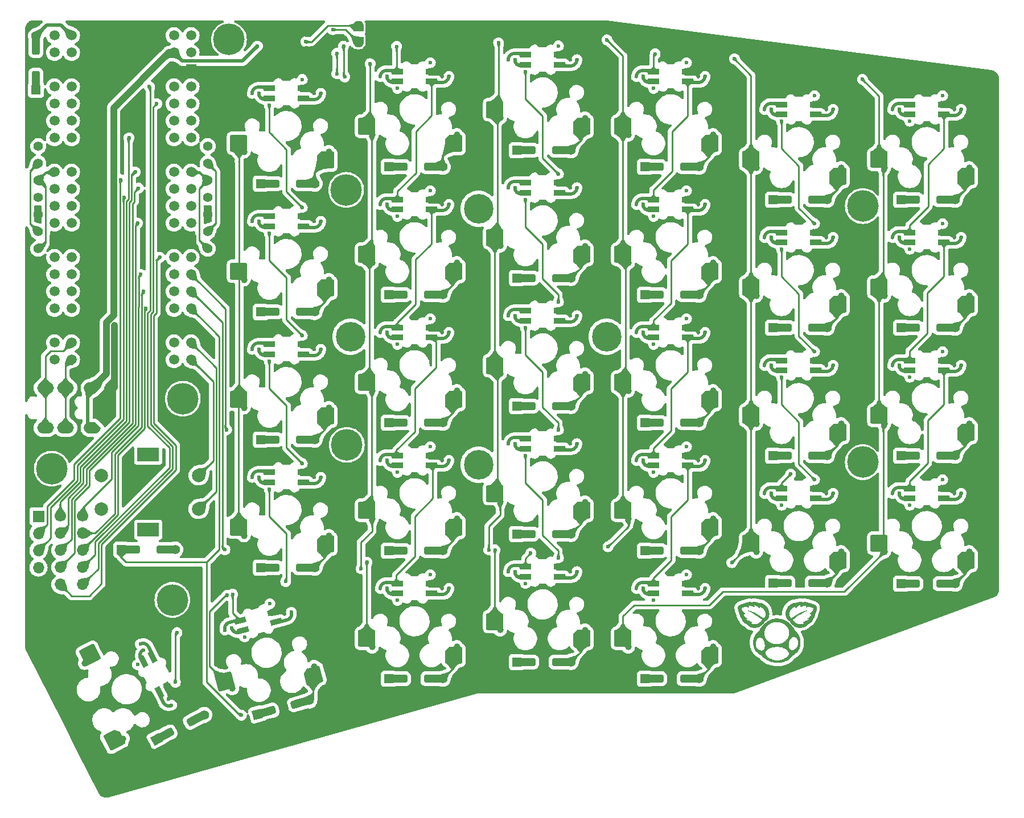
<source format=gtl>
G04 #@! TF.GenerationSoftware,KiCad,Pcbnew,7.0.1*
G04 #@! TF.CreationDate,2023-11-14T22:56:58+01:00*
G04 #@! TF.ProjectId,Sofle_Pico,536f666c-655f-4506-9963-6f2e6b696361,rev?*
G04 #@! TF.SameCoordinates,Original*
G04 #@! TF.FileFunction,Copper,L1,Top*
G04 #@! TF.FilePolarity,Positive*
%FSLAX46Y46*%
G04 Gerber Fmt 4.6, Leading zero omitted, Abs format (unit mm)*
G04 Created by KiCad (PCBNEW 7.0.1) date 2023-11-14 22:56:58*
%MOMM*%
%LPD*%
G01*
G04 APERTURE LIST*
G04 Aperture macros list*
%AMRoundRect*
0 Rectangle with rounded corners*
0 $1 Rounding radius*
0 $2 $3 $4 $5 $6 $7 $8 $9 X,Y pos of 4 corners*
0 Add a 4 corners polygon primitive as box body*
4,1,4,$2,$3,$4,$5,$6,$7,$8,$9,$2,$3,0*
0 Add four circle primitives for the rounded corners*
1,1,$1+$1,$2,$3*
1,1,$1+$1,$4,$5*
1,1,$1+$1,$6,$7*
1,1,$1+$1,$8,$9*
0 Add four rect primitives between the rounded corners*
20,1,$1+$1,$2,$3,$4,$5,0*
20,1,$1+$1,$4,$5,$6,$7,0*
20,1,$1+$1,$6,$7,$8,$9,0*
20,1,$1+$1,$8,$9,$2,$3,0*%
%AMRotRect*
0 Rectangle, with rotation*
0 The origin of the aperture is its center*
0 $1 length*
0 $2 width*
0 $3 Rotation angle, in degrees counterclockwise*
0 Add horizontal line*
21,1,$1,$2,0,0,$3*%
%AMOutline5P*
0 Free polygon, 5 corners , with rotation*
0 The origin of the aperture is its center*
0 number of corners: always 5*
0 $1 to $10 corner X, Y*
0 $11 Rotation angle, in degrees counterclockwise*
0 create outline with 5 corners*
4,1,5,$1,$2,$3,$4,$5,$6,$7,$8,$9,$10,$1,$2,$11*%
%AMOutline6P*
0 Free polygon, 6 corners , with rotation*
0 The origin of the aperture is its center*
0 number of corners: always 6*
0 $1 to $12 corner X, Y*
0 $13 Rotation angle, in degrees counterclockwise*
0 create outline with 6 corners*
4,1,6,$1,$2,$3,$4,$5,$6,$7,$8,$9,$10,$11,$12,$1,$2,$13*%
%AMOutline7P*
0 Free polygon, 7 corners , with rotation*
0 The origin of the aperture is its center*
0 number of corners: always 7*
0 $1 to $14 corner X, Y*
0 $15 Rotation angle, in degrees counterclockwise*
0 create outline with 7 corners*
4,1,7,$1,$2,$3,$4,$5,$6,$7,$8,$9,$10,$11,$12,$13,$14,$1,$2,$15*%
%AMOutline8P*
0 Free polygon, 8 corners , with rotation*
0 The origin of the aperture is its center*
0 number of corners: always 8*
0 $1 to $16 corner X, Y*
0 $17 Rotation angle, in degrees counterclockwise*
0 create outline with 8 corners*
4,1,8,$1,$2,$3,$4,$5,$6,$7,$8,$9,$10,$11,$12,$13,$14,$15,$16,$1,$2,$17*%
%AMFreePoly0*
4,1,28,-0.850000,0.400000,0.000000,1.250000,0.114750,1.242219,0.293119,1.197860,0.457783,1.116195,0.601041,1.001041,0.716195,0.857783,0.797860,0.693119,0.842219,0.514750,0.850000,0.400000,0.850000,-0.400000,0.842219,-0.514750,0.797860,-0.693119,0.716195,-0.857783,0.601041,-1.001041,0.457783,-1.116195,0.293119,-1.197860,0.114750,-1.242219,0.000000,-1.250000,-0.114750,-1.242219,
-0.293119,-1.197860,-0.457783,-1.116195,-0.601041,-1.001041,-0.716195,-0.857783,-0.797860,-0.693119,-0.842219,-0.514750,-0.850000,-0.400000,-0.850000,0.400000,-0.850000,0.400000,$1*%
%AMFreePoly1*
4,1,28,-0.850000,0.400000,-0.842219,0.514750,-0.797860,0.693119,-0.716195,0.857783,-0.601041,1.001041,-0.457783,1.116195,-0.293119,1.197860,-0.114750,1.242219,0.000000,1.250000,0.850000,0.400000,0.850000,-0.400000,0.842219,-0.514750,0.797860,-0.693119,0.716195,-0.857783,0.601041,-1.001041,0.457783,-1.116195,0.293119,-1.197860,0.114750,-1.242219,0.000000,-1.250000,-0.114750,-1.242219,
-0.293119,-1.197860,-0.457783,-1.116195,-0.601041,-1.001041,-0.716195,-0.857783,-0.797860,-0.693119,-0.842219,-0.514750,-0.850000,-0.400000,-0.850000,0.400000,-0.850000,0.400000,$1*%
%AMFreePoly2*
4,1,28,-0.850000,0.400000,-0.842219,0.514750,-0.797860,0.693119,-0.716195,0.857783,-0.601041,1.001041,-0.457783,1.116195,-0.293119,1.197860,-0.114750,1.242219,0.000000,1.250000,0.114750,1.242219,0.293119,1.197860,0.457783,1.116195,0.601041,1.001041,0.716195,0.857783,0.797860,0.693119,0.842219,0.514750,0.850000,0.400000,0.850000,-0.400000,0.000000,-1.250000,-0.114750,-1.242219,
-0.293119,-1.197860,-0.457783,-1.116195,-0.601041,-1.001041,-0.716195,-0.857783,-0.797860,-0.693119,-0.842219,-0.514750,-0.850000,-0.400000,-0.850000,0.400000,-0.850000,0.400000,$1*%
%AMFreePoly3*
4,1,28,-0.850000,0.400000,-0.842219,0.514750,-0.797860,0.693119,-0.716195,0.857783,-0.601041,1.001041,-0.457783,1.116195,-0.293119,1.197860,-0.114750,1.242219,0.000000,1.250000,0.114750,1.242219,0.293119,1.197860,0.457783,1.116195,0.601041,1.001041,0.716195,0.857783,0.797860,0.693119,0.842219,0.514750,0.850000,0.400000,0.850000,-0.400000,0.842219,-0.514750,0.797860,-0.693119,
0.716195,-0.857783,0.601041,-1.001041,0.457783,-1.116195,0.293119,-1.197860,0.114750,-1.242219,0.000000,-1.250000,-0.850000,-0.400000,-0.850000,0.400000,-0.850000,0.400000,$1*%
%AMFreePoly4*
4,1,19,-0.800000,0.000000,-0.784505,0.151663,-0.729731,0.316964,-0.638312,0.465177,-0.515177,0.588312,-0.366964,0.679731,-0.201663,0.734505,-0.050000,0.750000,0.800000,0.750000,0.800000,-0.750000,-0.050000,-0.750000,-0.201663,-0.734505,-0.366964,-0.679731,-0.515177,-0.588312,-0.638312,-0.465177,-0.729731,-0.316964,-0.784505,-0.151663,-0.800000,0.000000,-0.800000,0.000000,-0.800000,0.000000,
$1*%
%AMFreePoly5*
4,1,18,-0.800000,0.750000,0.050000,0.750000,0.201663,0.734505,0.366964,0.679731,0.515177,0.588312,0.638312,0.465177,0.729731,0.316964,0.784505,0.151663,0.800000,0.000000,0.784505,-0.151663,0.729731,-0.316964,0.638312,-0.465177,0.515177,-0.588312,0.366964,-0.679731,0.201663,-0.734505,0.050000,-0.750000,-0.800000,-0.750000,-0.800000,0.750000,-0.800000,0.750000,$1*%
%AMFreePoly6*
4,1,32,0.850000,0.390080,1.036743,0.340042,1.220000,0.254588,1.385633,0.138610,1.528611,-0.004368,1.644589,-0.170001,1.730043,-0.353258,1.782376,-0.548569,1.799999,-0.750001,1.784922,-0.835506,1.741510,-0.910698,1.674999,-0.966507,1.593411,-0.996203,1.506587,-0.996203,1.424999,-0.966507,1.358488,-0.910698,1.315076,-0.835506,1.299999,-0.750001,1.299999,-0.675637,1.266904,-0.530637,
1.202373,-0.396638,1.109643,-0.280358,1.028250,-0.215448,0.985274,-0.201485,0.925828,-0.210901,0.877135,-0.246278,0.850000,-0.299533,0.850000,-0.410000,-0.850000,-0.410000,-0.850000,0.410000,0.850000,0.410000,0.850000,0.390080,0.850000,0.390080,$1*%
%AMFreePoly7*
4,1,38,2.675001,0.966505,2.741512,0.910696,2.784924,0.835504,2.800001,0.749999,2.782378,0.548567,2.730044,0.353255,2.644590,0.169999,2.528612,0.004365,2.385634,-0.138613,2.220000,-0.254591,2.036743,-0.340044,1.841432,-0.392378,1.640000,-0.410001,-0.850000,-0.410000,-0.850000,0.410000,0.850000,0.410000,0.850000,0.285973,0.850020,0.285911,0.850018,0.247126,0.879699,0.175460,
0.934547,0.120608,1.006211,0.090921,1.044996,0.090920,1.047830,0.089999,1.714364,0.089999,1.859364,0.123094,1.993363,0.187625,2.109644,0.280356,2.202374,0.396636,2.266905,0.530636,2.300001,0.675635,2.300001,0.749999,2.315078,0.835504,2.358490,0.910696,2.425001,0.966505,2.506589,0.996201,2.593413,0.996201,2.675001,0.966505,2.675001,0.966505,$1*%
%AMFreePoly8*
4,1,38,-1.435001,0.966507,-1.368490,0.910698,-1.325077,0.835506,-1.310000,0.750001,-1.309999,0.675637,-1.276904,0.530638,-1.212373,0.396638,-1.119642,0.280358,-1.083702,0.251697,-1.063678,0.241494,-1.042529,0.220084,-0.985287,0.201485,-0.925840,0.210901,-0.877147,0.246278,-0.850000,0.299559,-0.850000,0.328855,-0.850007,0.330000,-0.850000,0.330022,-0.850000,0.410000,0.850000,0.410000,
0.850000,-0.410000,0.000000,-0.410000,-0.650001,-0.410000,-0.851432,-0.392376,-1.046743,-0.340042,-1.229999,-0.254588,-1.395633,-0.138610,-1.538610,0.004367,-1.654588,0.170001,-1.740042,0.353257,-1.792376,0.548568,-1.810000,0.749999,-1.794924,0.835504,-1.751512,0.910696,-1.685001,0.966506,-1.603413,0.996202,-1.516589,0.996202,-1.435001,0.966507,-1.435001,0.966507,$1*%
%AMFreePoly9*
4,1,38,0.850000,-0.410000,-0.850000,-0.410000,-0.850000,-0.288768,-0.850927,-0.285915,-0.850927,-0.247128,-0.880613,-0.175460,-0.935466,-0.120607,-1.007134,-0.090921,-1.045921,-0.090921,-1.048755,-0.090000,-1.724367,-0.089999,-1.869366,-0.123093,-2.003366,-0.187623,-2.119646,-0.280354,-2.212377,-0.396634,-2.276907,-0.530634,-2.310001,-0.675633,-2.310000,-0.749997,-2.325076,-0.835502,-2.368487,-0.910695,
-2.434998,-0.966505,-2.516585,-0.996201,-2.603409,-0.996202,-2.684998,-0.966508,-2.751509,-0.910699,-2.794922,-0.835508,-2.810000,-0.750003,-2.792379,-0.548570,-2.740046,-0.353257,-2.654593,-0.169999,-2.538615,-0.004364,-2.395636,0.138615,-2.230001,0.254593,-2.046743,0.340046,-1.851430,0.392379,-1.650000,0.410000,0.850000,0.410000,0.850000,-0.410000,0.850000,-0.410000,$1*%
%AMFreePoly10*
4,1,18,-1.275000,0.630000,-0.645000,1.260000,1.023000,1.260000,1.119436,1.240818,1.201191,1.186191,1.255818,1.104436,1.275000,1.008000,1.275000,-1.008000,1.255818,-1.104436,1.201191,-1.186191,1.119436,-1.240818,1.023000,-1.260000,-1.023000,-1.260000,-1.119436,-1.240818,-1.201191,-1.186191,-1.255818,-1.104436,-1.275000,-1.008000,-1.275000,0.630000,-1.275000,0.630000,$1*%
%AMFreePoly11*
4,1,17,-1.275000,1.008000,-1.255818,1.104436,-1.201191,1.186191,-1.119436,1.240818,-1.023000,1.260000,1.023000,1.260000,1.119436,1.240818,1.201191,1.186191,1.255818,1.104436,1.275000,1.008000,1.275000,-1.260000,-1.023000,-1.260000,-1.119436,-1.240818,-1.201191,-1.186191,-1.255818,-1.104436,-1.275000,-1.008000,-1.275000,1.008000,-1.275000,1.008000,$1*%
G04 Aperture macros list end*
G04 #@! TA.AperFunction,EtchedComponent*
%ADD10C,0.022619*%
G04 #@! TD*
G04 #@! TA.AperFunction,ComponentPad*
%ADD11FreePoly0,90.000000*%
G04 #@! TD*
G04 #@! TA.AperFunction,ComponentPad*
%ADD12FreePoly1,90.000000*%
G04 #@! TD*
G04 #@! TA.AperFunction,ComponentPad*
%ADD13FreePoly2,90.000000*%
G04 #@! TD*
G04 #@! TA.AperFunction,ComponentPad*
%ADD14FreePoly3,90.000000*%
G04 #@! TD*
G04 #@! TA.AperFunction,ComponentPad*
%ADD15O,2.500000X1.700000*%
G04 #@! TD*
G04 #@! TA.AperFunction,ComponentPad*
%ADD16C,1.397000*%
G04 #@! TD*
G04 #@! TA.AperFunction,ComponentPad*
%ADD17C,2.000000*%
G04 #@! TD*
G04 #@! TA.AperFunction,ComponentPad*
%ADD18R,3.200000X2.000000*%
G04 #@! TD*
G04 #@! TA.AperFunction,ComponentPad*
%ADD19C,4.700000*%
G04 #@! TD*
G04 #@! TA.AperFunction,ComponentPad*
%ADD20R,1.700000X1.700000*%
G04 #@! TD*
G04 #@! TA.AperFunction,ComponentPad*
%ADD21O,1.700000X1.700000*%
G04 #@! TD*
G04 #@! TA.AperFunction,ComponentPad*
%ADD22FreePoly4,270.000000*%
G04 #@! TD*
G04 #@! TA.AperFunction,ComponentPad*
%ADD23FreePoly5,270.000000*%
G04 #@! TD*
G04 #@! TA.AperFunction,ComponentPad*
%ADD24C,1.700000*%
G04 #@! TD*
G04 #@! TA.AperFunction,ComponentPad*
%ADD25C,4.400000*%
G04 #@! TD*
G04 #@! TA.AperFunction,ComponentPad*
%ADD26C,1.500000*%
G04 #@! TD*
G04 #@! TA.AperFunction,ComponentPad*
%ADD27R,1.500000X1.500000*%
G04 #@! TD*
G04 #@! TA.AperFunction,ComponentPad*
%ADD28R,1.400000X1.400000*%
G04 #@! TD*
G04 #@! TA.AperFunction,SMDPad,CuDef*
%ADD29R,1.600000X1.200000*%
G04 #@! TD*
G04 #@! TA.AperFunction,SMDPad,CuDef*
%ADD30RoundRect,0.300000X-0.400000X-0.300000X0.400000X-0.300000X0.400000X0.300000X-0.400000X0.300000X0*%
G04 #@! TD*
G04 #@! TA.AperFunction,SMDPad,CuDef*
%ADD31R,2.140000X1.200000*%
G04 #@! TD*
G04 #@! TA.AperFunction,ComponentPad*
%ADD32C,1.400000*%
G04 #@! TD*
G04 #@! TA.AperFunction,ComponentPad*
%ADD33RotRect,1.400000X1.400000X27.000000*%
G04 #@! TD*
G04 #@! TA.AperFunction,SMDPad,CuDef*
%ADD34RotRect,1.600000X1.200000X27.000000*%
G04 #@! TD*
G04 #@! TA.AperFunction,SMDPad,CuDef*
%ADD35RoundRect,0.300000X-0.220205X-0.448898X0.492600X-0.085706X0.220205X0.448898X-0.492600X0.085706X0*%
G04 #@! TD*
G04 #@! TA.AperFunction,SMDPad,CuDef*
%ADD36RotRect,2.140000X1.200000X27.000000*%
G04 #@! TD*
G04 #@! TA.AperFunction,ComponentPad*
%ADD37C,0.600000*%
G04 #@! TD*
G04 #@! TA.AperFunction,SMDPad,CuDef*
%ADD38R,1.700000X0.820000*%
G04 #@! TD*
G04 #@! TA.AperFunction,SMDPad,CuDef*
%ADD39FreePoly6,180.000000*%
G04 #@! TD*
G04 #@! TA.AperFunction,SMDPad,CuDef*
%ADD40FreePoly7,180.000000*%
G04 #@! TD*
G04 #@! TA.AperFunction,SMDPad,CuDef*
%ADD41FreePoly8,180.000000*%
G04 #@! TD*
G04 #@! TA.AperFunction,SMDPad,CuDef*
%ADD42Outline5P,-0.850000X0.410000X0.850000X0.410000X0.850000X-0.410000X-0.440000X-0.410000X-0.850000X0.000000X180.000000*%
G04 #@! TD*
G04 #@! TA.AperFunction,SMDPad,CuDef*
%ADD43FreePoly9,180.000000*%
G04 #@! TD*
G04 #@! TA.AperFunction,SMDPad,CuDef*
%ADD44FreePoly10,0.000000*%
G04 #@! TD*
G04 #@! TA.AperFunction,ComponentPad*
%ADD45C,1.000000*%
G04 #@! TD*
G04 #@! TA.AperFunction,SMDPad,CuDef*
%ADD46FreePoly11,0.000000*%
G04 #@! TD*
G04 #@! TA.AperFunction,SMDPad,CuDef*
%ADD47RotRect,1.700000X0.820000X117.000000*%
G04 #@! TD*
G04 #@! TA.AperFunction,SMDPad,CuDef*
%ADD48FreePoly6,117.000000*%
G04 #@! TD*
G04 #@! TA.AperFunction,SMDPad,CuDef*
%ADD49FreePoly7,117.000000*%
G04 #@! TD*
G04 #@! TA.AperFunction,SMDPad,CuDef*
%ADD50FreePoly8,117.000000*%
G04 #@! TD*
G04 #@! TA.AperFunction,SMDPad,CuDef*
%ADD51Outline5P,-0.850000X0.410000X0.850000X0.410000X0.850000X-0.410000X-0.440000X-0.410000X-0.850000X0.000000X117.000000*%
G04 #@! TD*
G04 #@! TA.AperFunction,SMDPad,CuDef*
%ADD52FreePoly9,117.000000*%
G04 #@! TD*
G04 #@! TA.AperFunction,SMDPad,CuDef*
%ADD53FreePoly10,297.000000*%
G04 #@! TD*
G04 #@! TA.AperFunction,SMDPad,CuDef*
%ADD54FreePoly11,297.000000*%
G04 #@! TD*
G04 #@! TA.AperFunction,SMDPad,CuDef*
%ADD55RotRect,1.700000X0.820000X195.000000*%
G04 #@! TD*
G04 #@! TA.AperFunction,SMDPad,CuDef*
%ADD56FreePoly6,195.000000*%
G04 #@! TD*
G04 #@! TA.AperFunction,SMDPad,CuDef*
%ADD57FreePoly7,195.000000*%
G04 #@! TD*
G04 #@! TA.AperFunction,SMDPad,CuDef*
%ADD58FreePoly8,195.000000*%
G04 #@! TD*
G04 #@! TA.AperFunction,SMDPad,CuDef*
%ADD59Outline5P,-0.850000X0.410000X0.850000X0.410000X0.850000X-0.410000X-0.440000X-0.410000X-0.850000X0.000000X195.000000*%
G04 #@! TD*
G04 #@! TA.AperFunction,SMDPad,CuDef*
%ADD60FreePoly9,195.000000*%
G04 #@! TD*
G04 #@! TA.AperFunction,SMDPad,CuDef*
%ADD61FreePoly10,15.000000*%
G04 #@! TD*
G04 #@! TA.AperFunction,SMDPad,CuDef*
%ADD62FreePoly11,15.000000*%
G04 #@! TD*
G04 #@! TA.AperFunction,ComponentPad*
%ADD63RotRect,1.400000X1.400000X15.000000*%
G04 #@! TD*
G04 #@! TA.AperFunction,SMDPad,CuDef*
%ADD64RotRect,1.600000X1.200000X15.000000*%
G04 #@! TD*
G04 #@! TA.AperFunction,SMDPad,CuDef*
%ADD65RoundRect,0.300000X-0.308725X-0.393305X0.464016X-0.186250X0.308725X0.393305X-0.464016X0.186250X0*%
G04 #@! TD*
G04 #@! TA.AperFunction,SMDPad,CuDef*
%ADD66RotRect,2.140000X1.200000X15.000000*%
G04 #@! TD*
G04 #@! TA.AperFunction,SMDPad,CuDef*
%ADD67R,1.200000X1.600000*%
G04 #@! TD*
G04 #@! TA.AperFunction,SMDPad,CuDef*
%ADD68RoundRect,0.300000X0.300000X-0.400000X0.300000X0.400000X-0.300000X0.400000X-0.300000X-0.400000X0*%
G04 #@! TD*
G04 #@! TA.AperFunction,SMDPad,CuDef*
%ADD69R,1.200000X2.140000*%
G04 #@! TD*
G04 #@! TA.AperFunction,ViaPad*
%ADD70C,0.600000*%
G04 #@! TD*
G04 #@! TA.AperFunction,Conductor*
%ADD71C,0.250000*%
G04 #@! TD*
G04 #@! TA.AperFunction,Conductor*
%ADD72C,1.000000*%
G04 #@! TD*
G04 #@! TA.AperFunction,Conductor*
%ADD73C,0.500000*%
G04 #@! TD*
G04 APERTURE END LIST*
D10*
X187708244Y-121723692D02*
X188172183Y-121723692D01*
X188177520Y-121785386D01*
X188187088Y-121844287D01*
X188200489Y-121900455D01*
X188217325Y-121953950D01*
X188237197Y-122004832D01*
X188259707Y-122053161D01*
X188284455Y-122098998D01*
X188311045Y-122142401D01*
X188339076Y-122183432D01*
X188368150Y-122222150D01*
X188427836Y-122292888D01*
X188486913Y-122355096D01*
X188542194Y-122409253D01*
X188590490Y-122455840D01*
X188628614Y-122495337D01*
X188642864Y-122512577D01*
X188653376Y-122528225D01*
X188659751Y-122542340D01*
X188661589Y-122554983D01*
X188658494Y-122566214D01*
X188650065Y-122576093D01*
X188635906Y-122584679D01*
X188615616Y-122592034D01*
X188588798Y-122598216D01*
X188555053Y-122603286D01*
X188465189Y-122610330D01*
X188473409Y-122664351D01*
X188486589Y-122715777D01*
X188504241Y-122764663D01*
X188525884Y-122811061D01*
X188551030Y-122855024D01*
X188579196Y-122896605D01*
X188609898Y-122935857D01*
X188642651Y-122972834D01*
X188676969Y-123007588D01*
X188712369Y-123040172D01*
X188784474Y-123099042D01*
X188855090Y-123149869D01*
X188920339Y-123193077D01*
X189019230Y-123258331D01*
X189034541Y-123270545D01*
X189045118Y-123281225D01*
X189050476Y-123290425D01*
X189050131Y-123298196D01*
X189043598Y-123304593D01*
X189030393Y-123309668D01*
X189010031Y-123313474D01*
X188982027Y-123316064D01*
X188901156Y-123317808D01*
X188783903Y-123315326D01*
X188803771Y-123353452D01*
X188828994Y-123389403D01*
X188859048Y-123423282D01*
X188893412Y-123455191D01*
X188931563Y-123485234D01*
X188972979Y-123513514D01*
X189017137Y-123540132D01*
X189063515Y-123565193D01*
X189160840Y-123611051D01*
X189260777Y-123651910D01*
X189451766Y-123721922D01*
X189534459Y-123752720D01*
X189603047Y-123781809D01*
X189630745Y-123795969D01*
X189653350Y-123810011D01*
X189670338Y-123824037D01*
X189681188Y-123838150D01*
X189685377Y-123852452D01*
X189682382Y-123867047D01*
X189671682Y-123882037D01*
X189652754Y-123897525D01*
X189625075Y-123913614D01*
X189588124Y-123930406D01*
X189541377Y-123948005D01*
X189484312Y-123966513D01*
X189571688Y-124012265D01*
X189665633Y-124054498D01*
X189765455Y-124091760D01*
X189870457Y-124122599D01*
X189979943Y-124145562D01*
X190093219Y-124159196D01*
X190151061Y-124162061D01*
X190209590Y-124162048D01*
X190268718Y-124158978D01*
X190328359Y-124152667D01*
X190388425Y-124142934D01*
X190448831Y-124129598D01*
X190509489Y-124112477D01*
X190570312Y-124091390D01*
X190631213Y-124066155D01*
X190692105Y-124036590D01*
X190752902Y-124002514D01*
X190813516Y-123963745D01*
X190873860Y-123920101D01*
X190933848Y-123871402D01*
X190993393Y-123817465D01*
X191052408Y-123758109D01*
X191110805Y-123693152D01*
X191168498Y-123622413D01*
X191225401Y-123545710D01*
X191281425Y-123462862D01*
X191213127Y-123390432D01*
X191137847Y-123316451D01*
X191055337Y-123240853D01*
X190965349Y-123163571D01*
X190867635Y-123084540D01*
X190761945Y-123003693D01*
X190525645Y-122836286D01*
X190254460Y-122660820D01*
X189946403Y-122476767D01*
X189599486Y-122283595D01*
X189211719Y-122080776D01*
X189369774Y-122134917D01*
X189525801Y-122191356D01*
X189679734Y-122250168D01*
X189831508Y-122311425D01*
X189981055Y-122375200D01*
X190128309Y-122441567D01*
X190273205Y-122510597D01*
X190415675Y-122582363D01*
X190555653Y-122656940D01*
X190693074Y-122734399D01*
X190827870Y-122814815D01*
X190959975Y-122898258D01*
X191089323Y-122984804D01*
X191215847Y-123074524D01*
X191339482Y-123167491D01*
X191460161Y-123263779D01*
X191524969Y-123225880D01*
X191583138Y-123183531D01*
X191634798Y-123137057D01*
X191680080Y-123086787D01*
X191719116Y-123033048D01*
X191752038Y-122976165D01*
X191778977Y-122916467D01*
X191800064Y-122854281D01*
X191815431Y-122789932D01*
X191825209Y-122723750D01*
X191829529Y-122656059D01*
X191828524Y-122587189D01*
X191822324Y-122517464D01*
X191811061Y-122447214D01*
X191794867Y-122376764D01*
X191773872Y-122306441D01*
X191748208Y-122236574D01*
X191718007Y-122167488D01*
X191683400Y-122099510D01*
X191644518Y-122032969D01*
X191601494Y-121968190D01*
X191554457Y-121905502D01*
X191503541Y-121845230D01*
X191448875Y-121787702D01*
X191390593Y-121733245D01*
X191328824Y-121682186D01*
X191263700Y-121634852D01*
X191195354Y-121591570D01*
X191123916Y-121552667D01*
X191049518Y-121518470D01*
X190972290Y-121489307D01*
X190892366Y-121465504D01*
X190896398Y-121509194D01*
X190897757Y-121546016D01*
X190896531Y-121576332D01*
X190892810Y-121600506D01*
X190886682Y-121618901D01*
X190878235Y-121631879D01*
X190867560Y-121639804D01*
X190854744Y-121643039D01*
X190839877Y-121641947D01*
X190823048Y-121636892D01*
X190804344Y-121628236D01*
X190783856Y-121616342D01*
X190737881Y-121584296D01*
X190685834Y-121543657D01*
X190566364Y-121448222D01*
X190500364Y-121399237D01*
X190431135Y-121353279D01*
X190395531Y-121332344D01*
X190359387Y-121313255D01*
X190322791Y-121296375D01*
X190285833Y-121282068D01*
X190248600Y-121270697D01*
X190211182Y-121262624D01*
X190173668Y-121258214D01*
X190136146Y-121257829D01*
X190126148Y-121258454D01*
X190116154Y-121259400D01*
X190106168Y-121260675D01*
X190096190Y-121262282D01*
X190086226Y-121264230D01*
X190076276Y-121266523D01*
X190066345Y-121269167D01*
X190056435Y-121272169D01*
X190091022Y-121356665D01*
X190101238Y-121389812D01*
X190106970Y-121417363D01*
X190108397Y-121439674D01*
X190105694Y-121457099D01*
X190099040Y-121469993D01*
X190088610Y-121478709D01*
X190074582Y-121483603D01*
X190057132Y-121485028D01*
X190036438Y-121483341D01*
X190012676Y-121478894D01*
X189956658Y-121463140D01*
X189890493Y-121440604D01*
X189733384Y-121386530D01*
X189645270Y-121360662D01*
X189552671Y-121339357D01*
X189505131Y-121331300D01*
X189457001Y-121325448D01*
X189408458Y-121322154D01*
X189359677Y-121321773D01*
X189310837Y-121324659D01*
X189262114Y-121331167D01*
X189213685Y-121341651D01*
X189165727Y-121356466D01*
X189228258Y-121428110D01*
X189265898Y-121479471D01*
X189275938Y-121498469D01*
X189280420Y-121513505D01*
X189279566Y-121524947D01*
X189273598Y-121533165D01*
X189262736Y-121538530D01*
X189247203Y-121541409D01*
X189203009Y-121541189D01*
X189068317Y-121527184D01*
X188981365Y-121519309D01*
X188883705Y-121514791D01*
X188777111Y-121516586D01*
X188663356Y-121527650D01*
X188604347Y-121537581D01*
X188544213Y-121550938D01*
X188483175Y-121568089D01*
X188421454Y-121589404D01*
X188359273Y-121615252D01*
X188296853Y-121646003D01*
X188234416Y-121682027D01*
X188172183Y-121723692D01*
X187708244Y-121723692D01*
X187708119Y-121717078D01*
X187708267Y-121697138D01*
X187708969Y-121677183D01*
X187710092Y-121656879D01*
X187712283Y-121636690D01*
X187715523Y-121616661D01*
X187719792Y-121596840D01*
X187725070Y-121577275D01*
X187731339Y-121558012D01*
X187738577Y-121539099D01*
X187746767Y-121520582D01*
X187755887Y-121502509D01*
X187765920Y-121484927D01*
X187776844Y-121467883D01*
X187788642Y-121451424D01*
X187801292Y-121435597D01*
X187814776Y-121420450D01*
X187829074Y-121406029D01*
X187844167Y-121392381D01*
X187887393Y-121358761D01*
X187931848Y-121326854D01*
X187977461Y-121296667D01*
X188024160Y-121268205D01*
X188071875Y-121241476D01*
X188120533Y-121216485D01*
X188170064Y-121193239D01*
X188220396Y-121171745D01*
X188271458Y-121152008D01*
X188323179Y-121134034D01*
X188375487Y-121117831D01*
X188428311Y-121103405D01*
X188481580Y-121090761D01*
X188535223Y-121079907D01*
X188589167Y-121070847D01*
X188643343Y-121063590D01*
X188664976Y-121049746D01*
X188687055Y-121037139D01*
X188709562Y-121025632D01*
X188732477Y-121015087D01*
X188755781Y-121005365D01*
X188779453Y-120996329D01*
X188827825Y-120979759D01*
X188928132Y-120948769D01*
X188979753Y-120932138D01*
X189005862Y-120923055D01*
X189032144Y-120913276D01*
X189070704Y-120901824D01*
X189111040Y-120891543D01*
X189152904Y-120882459D01*
X189196051Y-120874595D01*
X189240235Y-120867973D01*
X189285210Y-120862618D01*
X189330728Y-120858553D01*
X189376546Y-120855801D01*
X189422415Y-120854386D01*
X189468090Y-120854331D01*
X189513325Y-120855660D01*
X189557874Y-120858397D01*
X189601491Y-120862564D01*
X189643929Y-120868186D01*
X189684942Y-120875285D01*
X189724285Y-120883885D01*
X189766608Y-120874139D01*
X189809845Y-120865492D01*
X189853915Y-120857971D01*
X189898735Y-120851603D01*
X189944224Y-120846417D01*
X189990300Y-120842438D01*
X190036882Y-120839696D01*
X190083888Y-120838216D01*
X190123325Y-120837968D01*
X190162952Y-120838632D01*
X190202722Y-120840223D01*
X190242587Y-120842758D01*
X190282502Y-120846252D01*
X190322417Y-120850721D01*
X190362287Y-120856180D01*
X190402063Y-120862646D01*
X190441698Y-120870133D01*
X190481146Y-120878659D01*
X190520359Y-120888238D01*
X190559289Y-120898886D01*
X190597889Y-120910619D01*
X190636113Y-120923453D01*
X190673912Y-120937403D01*
X190711240Y-120952486D01*
X190792192Y-120949029D01*
X190873850Y-120951362D01*
X190955925Y-120959356D01*
X191038127Y-120972884D01*
X191120166Y-120991816D01*
X191201750Y-121016024D01*
X191282591Y-121045379D01*
X191362398Y-121079753D01*
X191440881Y-121119017D01*
X191517749Y-121163042D01*
X191592713Y-121211700D01*
X191665483Y-121264863D01*
X191735767Y-121322401D01*
X191803277Y-121384187D01*
X191867721Y-121450091D01*
X191928810Y-121519985D01*
X191986254Y-121593741D01*
X192039762Y-121671229D01*
X192089045Y-121752321D01*
X192133811Y-121836889D01*
X192173772Y-121924804D01*
X192208636Y-122015938D01*
X192238114Y-122110161D01*
X192261915Y-122207346D01*
X192279750Y-122307364D01*
X192291328Y-122410085D01*
X192296358Y-122515382D01*
X192294552Y-122623126D01*
X192285618Y-122733188D01*
X192269267Y-122845440D01*
X192245208Y-122959754D01*
X192213151Y-123076000D01*
X192195078Y-123121749D01*
X192174813Y-123166461D01*
X192152442Y-123210087D01*
X192128048Y-123252577D01*
X192101715Y-123293883D01*
X192073529Y-123333955D01*
X192043572Y-123372745D01*
X192011929Y-123410203D01*
X191978685Y-123446281D01*
X191943924Y-123480930D01*
X191907730Y-123514101D01*
X191870186Y-123545744D01*
X191831378Y-123575812D01*
X191791389Y-123604254D01*
X191750304Y-123631022D01*
X191708208Y-123656067D01*
X191659371Y-123730262D01*
X191609537Y-123801657D01*
X191558454Y-123870327D01*
X191505866Y-123936345D01*
X191451519Y-123999785D01*
X191395159Y-124060722D01*
X191336532Y-124119230D01*
X191275383Y-124175383D01*
X191211460Y-124229255D01*
X191144506Y-124280920D01*
X191074268Y-124330452D01*
X191000493Y-124377925D01*
X190922925Y-124423414D01*
X190841310Y-124466992D01*
X190755395Y-124508734D01*
X190664925Y-124548713D01*
X190587109Y-124569360D01*
X190497209Y-124585854D01*
X190397198Y-124597720D01*
X190289047Y-124604487D01*
X190174729Y-124605681D01*
X190056213Y-124600828D01*
X189935474Y-124589457D01*
X189814482Y-124571095D01*
X189695209Y-124545267D01*
X189579627Y-124511502D01*
X189523836Y-124491494D01*
X189469708Y-124469325D01*
X189417488Y-124444936D01*
X189367423Y-124418266D01*
X189319760Y-124389256D01*
X189274745Y-124357849D01*
X189232624Y-124323984D01*
X189193645Y-124287603D01*
X189158053Y-124248645D01*
X189126095Y-124207054D01*
X189098017Y-124162768D01*
X189074066Y-124115729D01*
X188998936Y-124087424D01*
X188952783Y-124068510D01*
X188902110Y-124045717D01*
X188847821Y-124018517D01*
X188790820Y-123986379D01*
X188732011Y-123948777D01*
X188672297Y-123905180D01*
X188612583Y-123855059D01*
X188553772Y-123797887D01*
X188524988Y-123766491D01*
X188496769Y-123733134D01*
X188469227Y-123697750D01*
X188442477Y-123660272D01*
X188416630Y-123620634D01*
X188391800Y-123578771D01*
X188368099Y-123534616D01*
X188345641Y-123488103D01*
X188324539Y-123439166D01*
X188304906Y-123387739D01*
X188286855Y-123333756D01*
X188270498Y-123277150D01*
X188233529Y-123241698D01*
X188198785Y-123203232D01*
X188166296Y-123162061D01*
X188136092Y-123118498D01*
X188108203Y-123072852D01*
X188082659Y-123025433D01*
X188059489Y-122976553D01*
X188038724Y-122926521D01*
X188020394Y-122875649D01*
X188004528Y-122824247D01*
X187991157Y-122772625D01*
X187980310Y-122721095D01*
X187972017Y-122669966D01*
X187966309Y-122619548D01*
X187963215Y-122570154D01*
X187962765Y-122522093D01*
X187942818Y-122494142D01*
X187923940Y-122464873D01*
X187906085Y-122434422D01*
X187889208Y-122402925D01*
X187873264Y-122370518D01*
X187858208Y-122337339D01*
X187843994Y-122303524D01*
X187830577Y-122269208D01*
X187805953Y-122199623D01*
X187783973Y-122129675D01*
X187764276Y-122060455D01*
X187746499Y-121993055D01*
X187738037Y-121954155D01*
X187730147Y-121915038D01*
X187723081Y-121875731D01*
X187717093Y-121836256D01*
X187712434Y-121796640D01*
X187710683Y-121776786D01*
X187709359Y-121756905D01*
X187708494Y-121737002D01*
X187708244Y-121723692D01*
G04 #@! TA.AperFunction,EtchedComponent*
G36*
X187708244Y-121723692D02*
G01*
X188172183Y-121723692D01*
X188177520Y-121785386D01*
X188187088Y-121844287D01*
X188200489Y-121900455D01*
X188217325Y-121953950D01*
X188237197Y-122004832D01*
X188259707Y-122053161D01*
X188284455Y-122098998D01*
X188311045Y-122142401D01*
X188339076Y-122183432D01*
X188368150Y-122222150D01*
X188427836Y-122292888D01*
X188486913Y-122355096D01*
X188542194Y-122409253D01*
X188590490Y-122455840D01*
X188628614Y-122495337D01*
X188642864Y-122512577D01*
X188653376Y-122528225D01*
X188659751Y-122542340D01*
X188661589Y-122554983D01*
X188658494Y-122566214D01*
X188650065Y-122576093D01*
X188635906Y-122584679D01*
X188615616Y-122592034D01*
X188588798Y-122598216D01*
X188555053Y-122603286D01*
X188465189Y-122610330D01*
X188473409Y-122664351D01*
X188486589Y-122715777D01*
X188504241Y-122764663D01*
X188525884Y-122811061D01*
X188551030Y-122855024D01*
X188579196Y-122896605D01*
X188609898Y-122935857D01*
X188642651Y-122972834D01*
X188676969Y-123007588D01*
X188712369Y-123040172D01*
X188784474Y-123099042D01*
X188855090Y-123149869D01*
X188920339Y-123193077D01*
X189019230Y-123258331D01*
X189034541Y-123270545D01*
X189045118Y-123281225D01*
X189050476Y-123290425D01*
X189050131Y-123298196D01*
X189043598Y-123304593D01*
X189030393Y-123309668D01*
X189010031Y-123313474D01*
X188982027Y-123316064D01*
X188901156Y-123317808D01*
X188783903Y-123315326D01*
X188803771Y-123353452D01*
X188828994Y-123389403D01*
X188859048Y-123423282D01*
X188893412Y-123455191D01*
X188931563Y-123485234D01*
X188972979Y-123513514D01*
X189017137Y-123540132D01*
X189063515Y-123565193D01*
X189160840Y-123611051D01*
X189260777Y-123651910D01*
X189451766Y-123721922D01*
X189534459Y-123752720D01*
X189603047Y-123781809D01*
X189630745Y-123795969D01*
X189653350Y-123810011D01*
X189670338Y-123824037D01*
X189681188Y-123838150D01*
X189685377Y-123852452D01*
X189682382Y-123867047D01*
X189671682Y-123882037D01*
X189652754Y-123897525D01*
X189625075Y-123913614D01*
X189588124Y-123930406D01*
X189541377Y-123948005D01*
X189484312Y-123966513D01*
X189571688Y-124012265D01*
X189665633Y-124054498D01*
X189765455Y-124091760D01*
X189870457Y-124122599D01*
X189979943Y-124145562D01*
X190093219Y-124159196D01*
X190151061Y-124162061D01*
X190209590Y-124162048D01*
X190268718Y-124158978D01*
X190328359Y-124152667D01*
X190388425Y-124142934D01*
X190448831Y-124129598D01*
X190509489Y-124112477D01*
X190570312Y-124091390D01*
X190631213Y-124066155D01*
X190692105Y-124036590D01*
X190752902Y-124002514D01*
X190813516Y-123963745D01*
X190873860Y-123920101D01*
X190933848Y-123871402D01*
X190993393Y-123817465D01*
X191052408Y-123758109D01*
X191110805Y-123693152D01*
X191168498Y-123622413D01*
X191225401Y-123545710D01*
X191281425Y-123462862D01*
X191213127Y-123390432D01*
X191137847Y-123316451D01*
X191055337Y-123240853D01*
X190965349Y-123163571D01*
X190867635Y-123084540D01*
X190761945Y-123003693D01*
X190525645Y-122836286D01*
X190254460Y-122660820D01*
X189946403Y-122476767D01*
X189599486Y-122283595D01*
X189211719Y-122080776D01*
X189369774Y-122134917D01*
X189525801Y-122191356D01*
X189679734Y-122250168D01*
X189831508Y-122311425D01*
X189981055Y-122375200D01*
X190128309Y-122441567D01*
X190273205Y-122510597D01*
X190415675Y-122582363D01*
X190555653Y-122656940D01*
X190693074Y-122734399D01*
X190827870Y-122814815D01*
X190959975Y-122898258D01*
X191089323Y-122984804D01*
X191215847Y-123074524D01*
X191339482Y-123167491D01*
X191460161Y-123263779D01*
X191524969Y-123225880D01*
X191583138Y-123183531D01*
X191634798Y-123137057D01*
X191680080Y-123086787D01*
X191719116Y-123033048D01*
X191752038Y-122976165D01*
X191778977Y-122916467D01*
X191800064Y-122854281D01*
X191815431Y-122789932D01*
X191825209Y-122723750D01*
X191829529Y-122656059D01*
X191828524Y-122587189D01*
X191822324Y-122517464D01*
X191811061Y-122447214D01*
X191794867Y-122376764D01*
X191773872Y-122306441D01*
X191748208Y-122236574D01*
X191718007Y-122167488D01*
X191683400Y-122099510D01*
X191644518Y-122032969D01*
X191601494Y-121968190D01*
X191554457Y-121905502D01*
X191503541Y-121845230D01*
X191448875Y-121787702D01*
X191390593Y-121733245D01*
X191328824Y-121682186D01*
X191263700Y-121634852D01*
X191195354Y-121591570D01*
X191123916Y-121552667D01*
X191049518Y-121518470D01*
X190972290Y-121489307D01*
X190892366Y-121465504D01*
X190896398Y-121509194D01*
X190897757Y-121546016D01*
X190896531Y-121576332D01*
X190892810Y-121600506D01*
X190886682Y-121618901D01*
X190878235Y-121631879D01*
X190867560Y-121639804D01*
X190854744Y-121643039D01*
X190839877Y-121641947D01*
X190823048Y-121636892D01*
X190804344Y-121628236D01*
X190783856Y-121616342D01*
X190737881Y-121584296D01*
X190685834Y-121543657D01*
X190566364Y-121448222D01*
X190500364Y-121399237D01*
X190431135Y-121353279D01*
X190395531Y-121332344D01*
X190359387Y-121313255D01*
X190322791Y-121296375D01*
X190285833Y-121282068D01*
X190248600Y-121270697D01*
X190211182Y-121262624D01*
X190173668Y-121258214D01*
X190136146Y-121257829D01*
X190126148Y-121258454D01*
X190116154Y-121259400D01*
X190106168Y-121260675D01*
X190096190Y-121262282D01*
X190086226Y-121264230D01*
X190076276Y-121266523D01*
X190066345Y-121269167D01*
X190056435Y-121272169D01*
X190091022Y-121356665D01*
X190101238Y-121389812D01*
X190106970Y-121417363D01*
X190108397Y-121439674D01*
X190105694Y-121457099D01*
X190099040Y-121469993D01*
X190088610Y-121478709D01*
X190074582Y-121483603D01*
X190057132Y-121485028D01*
X190036438Y-121483341D01*
X190012676Y-121478894D01*
X189956658Y-121463140D01*
X189890493Y-121440604D01*
X189733384Y-121386530D01*
X189645270Y-121360662D01*
X189552671Y-121339357D01*
X189505131Y-121331300D01*
X189457001Y-121325448D01*
X189408458Y-121322154D01*
X189359677Y-121321773D01*
X189310837Y-121324659D01*
X189262114Y-121331167D01*
X189213685Y-121341651D01*
X189165727Y-121356466D01*
X189228258Y-121428110D01*
X189265898Y-121479471D01*
X189275938Y-121498469D01*
X189280420Y-121513505D01*
X189279566Y-121524947D01*
X189273598Y-121533165D01*
X189262736Y-121538530D01*
X189247203Y-121541409D01*
X189203009Y-121541189D01*
X189068317Y-121527184D01*
X188981365Y-121519309D01*
X188883705Y-121514791D01*
X188777111Y-121516586D01*
X188663356Y-121527650D01*
X188604347Y-121537581D01*
X188544213Y-121550938D01*
X188483175Y-121568089D01*
X188421454Y-121589404D01*
X188359273Y-121615252D01*
X188296853Y-121646003D01*
X188234416Y-121682027D01*
X188172183Y-121723692D01*
X187708244Y-121723692D01*
X187708119Y-121717078D01*
X187708267Y-121697138D01*
X187708969Y-121677183D01*
X187710092Y-121656879D01*
X187712283Y-121636690D01*
X187715523Y-121616661D01*
X187719792Y-121596840D01*
X187725070Y-121577275D01*
X187731339Y-121558012D01*
X187738577Y-121539099D01*
X187746767Y-121520582D01*
X187755887Y-121502509D01*
X187765920Y-121484927D01*
X187776844Y-121467883D01*
X187788642Y-121451424D01*
X187801292Y-121435597D01*
X187814776Y-121420450D01*
X187829074Y-121406029D01*
X187844167Y-121392381D01*
X187887393Y-121358761D01*
X187931848Y-121326854D01*
X187977461Y-121296667D01*
X188024160Y-121268205D01*
X188071875Y-121241476D01*
X188120533Y-121216485D01*
X188170064Y-121193239D01*
X188220396Y-121171745D01*
X188271458Y-121152008D01*
X188323179Y-121134034D01*
X188375487Y-121117831D01*
X188428311Y-121103405D01*
X188481580Y-121090761D01*
X188535223Y-121079907D01*
X188589167Y-121070847D01*
X188643343Y-121063590D01*
X188664976Y-121049746D01*
X188687055Y-121037139D01*
X188709562Y-121025632D01*
X188732477Y-121015087D01*
X188755781Y-121005365D01*
X188779453Y-120996329D01*
X188827825Y-120979759D01*
X188928132Y-120948769D01*
X188979753Y-120932138D01*
X189005862Y-120923055D01*
X189032144Y-120913276D01*
X189070704Y-120901824D01*
X189111040Y-120891543D01*
X189152904Y-120882459D01*
X189196051Y-120874595D01*
X189240235Y-120867973D01*
X189285210Y-120862618D01*
X189330728Y-120858553D01*
X189376546Y-120855801D01*
X189422415Y-120854386D01*
X189468090Y-120854331D01*
X189513325Y-120855660D01*
X189557874Y-120858397D01*
X189601491Y-120862564D01*
X189643929Y-120868186D01*
X189684942Y-120875285D01*
X189724285Y-120883885D01*
X189766608Y-120874139D01*
X189809845Y-120865492D01*
X189853915Y-120857971D01*
X189898735Y-120851603D01*
X189944224Y-120846417D01*
X189990300Y-120842438D01*
X190036882Y-120839696D01*
X190083888Y-120838216D01*
X190123325Y-120837968D01*
X190162952Y-120838632D01*
X190202722Y-120840223D01*
X190242587Y-120842758D01*
X190282502Y-120846252D01*
X190322417Y-120850721D01*
X190362287Y-120856180D01*
X190402063Y-120862646D01*
X190441698Y-120870133D01*
X190481146Y-120878659D01*
X190520359Y-120888238D01*
X190559289Y-120898886D01*
X190597889Y-120910619D01*
X190636113Y-120923453D01*
X190673912Y-120937403D01*
X190711240Y-120952486D01*
X190792192Y-120949029D01*
X190873850Y-120951362D01*
X190955925Y-120959356D01*
X191038127Y-120972884D01*
X191120166Y-120991816D01*
X191201750Y-121016024D01*
X191282591Y-121045379D01*
X191362398Y-121079753D01*
X191440881Y-121119017D01*
X191517749Y-121163042D01*
X191592713Y-121211700D01*
X191665483Y-121264863D01*
X191735767Y-121322401D01*
X191803277Y-121384187D01*
X191867721Y-121450091D01*
X191928810Y-121519985D01*
X191986254Y-121593741D01*
X192039762Y-121671229D01*
X192089045Y-121752321D01*
X192133811Y-121836889D01*
X192173772Y-121924804D01*
X192208636Y-122015938D01*
X192238114Y-122110161D01*
X192261915Y-122207346D01*
X192279750Y-122307364D01*
X192291328Y-122410085D01*
X192296358Y-122515382D01*
X192294552Y-122623126D01*
X192285618Y-122733188D01*
X192269267Y-122845440D01*
X192245208Y-122959754D01*
X192213151Y-123076000D01*
X192195078Y-123121749D01*
X192174813Y-123166461D01*
X192152442Y-123210087D01*
X192128048Y-123252577D01*
X192101715Y-123293883D01*
X192073529Y-123333955D01*
X192043572Y-123372745D01*
X192011929Y-123410203D01*
X191978685Y-123446281D01*
X191943924Y-123480930D01*
X191907730Y-123514101D01*
X191870186Y-123545744D01*
X191831378Y-123575812D01*
X191791389Y-123604254D01*
X191750304Y-123631022D01*
X191708208Y-123656067D01*
X191659371Y-123730262D01*
X191609537Y-123801657D01*
X191558454Y-123870327D01*
X191505866Y-123936345D01*
X191451519Y-123999785D01*
X191395159Y-124060722D01*
X191336532Y-124119230D01*
X191275383Y-124175383D01*
X191211460Y-124229255D01*
X191144506Y-124280920D01*
X191074268Y-124330452D01*
X191000493Y-124377925D01*
X190922925Y-124423414D01*
X190841310Y-124466992D01*
X190755395Y-124508734D01*
X190664925Y-124548713D01*
X190587109Y-124569360D01*
X190497209Y-124585854D01*
X190397198Y-124597720D01*
X190289047Y-124604487D01*
X190174729Y-124605681D01*
X190056213Y-124600828D01*
X189935474Y-124589457D01*
X189814482Y-124571095D01*
X189695209Y-124545267D01*
X189579627Y-124511502D01*
X189523836Y-124491494D01*
X189469708Y-124469325D01*
X189417488Y-124444936D01*
X189367423Y-124418266D01*
X189319760Y-124389256D01*
X189274745Y-124357849D01*
X189232624Y-124323984D01*
X189193645Y-124287603D01*
X189158053Y-124248645D01*
X189126095Y-124207054D01*
X189098017Y-124162768D01*
X189074066Y-124115729D01*
X188998936Y-124087424D01*
X188952783Y-124068510D01*
X188902110Y-124045717D01*
X188847821Y-124018517D01*
X188790820Y-123986379D01*
X188732011Y-123948777D01*
X188672297Y-123905180D01*
X188612583Y-123855059D01*
X188553772Y-123797887D01*
X188524988Y-123766491D01*
X188496769Y-123733134D01*
X188469227Y-123697750D01*
X188442477Y-123660272D01*
X188416630Y-123620634D01*
X188391800Y-123578771D01*
X188368099Y-123534616D01*
X188345641Y-123488103D01*
X188324539Y-123439166D01*
X188304906Y-123387739D01*
X188286855Y-123333756D01*
X188270498Y-123277150D01*
X188233529Y-123241698D01*
X188198785Y-123203232D01*
X188166296Y-123162061D01*
X188136092Y-123118498D01*
X188108203Y-123072852D01*
X188082659Y-123025433D01*
X188059489Y-122976553D01*
X188038724Y-122926521D01*
X188020394Y-122875649D01*
X188004528Y-122824247D01*
X187991157Y-122772625D01*
X187980310Y-122721095D01*
X187972017Y-122669966D01*
X187966309Y-122619548D01*
X187963215Y-122570154D01*
X187962765Y-122522093D01*
X187942818Y-122494142D01*
X187923940Y-122464873D01*
X187906085Y-122434422D01*
X187889208Y-122402925D01*
X187873264Y-122370518D01*
X187858208Y-122337339D01*
X187843994Y-122303524D01*
X187830577Y-122269208D01*
X187805953Y-122199623D01*
X187783973Y-122129675D01*
X187764276Y-122060455D01*
X187746499Y-121993055D01*
X187738037Y-121954155D01*
X187730147Y-121915038D01*
X187723081Y-121875731D01*
X187717093Y-121836256D01*
X187712434Y-121796640D01*
X187710683Y-121776786D01*
X187709359Y-121756905D01*
X187708494Y-121737002D01*
X187708244Y-121723692D01*
G37*
G04 #@! TD.AperFunction*
X194808122Y-122656059D02*
X195270471Y-122656059D01*
X195274791Y-122723750D01*
X195284569Y-122789932D01*
X195299936Y-122854281D01*
X195321023Y-122916467D01*
X195347962Y-122976165D01*
X195380884Y-123033048D01*
X195419920Y-123086787D01*
X195465203Y-123137057D01*
X195516862Y-123183531D01*
X195575031Y-123225880D01*
X195639840Y-123263779D01*
X195760518Y-123167491D01*
X195884153Y-123074524D01*
X196010677Y-122984804D01*
X196140025Y-122898258D01*
X196272130Y-122814815D01*
X196406926Y-122734399D01*
X196544346Y-122656940D01*
X196684325Y-122582363D01*
X196826795Y-122510597D01*
X196971690Y-122441567D01*
X197118945Y-122375200D01*
X197268492Y-122311425D01*
X197420266Y-122250168D01*
X197574199Y-122191356D01*
X197730226Y-122134917D01*
X197888281Y-122080776D01*
X197500514Y-122283595D01*
X197153597Y-122476767D01*
X196845540Y-122660820D01*
X196574356Y-122836286D01*
X196338055Y-123003693D01*
X196232365Y-123084540D01*
X196134651Y-123163571D01*
X196044663Y-123240853D01*
X195962153Y-123316451D01*
X195886873Y-123390432D01*
X195818575Y-123462862D01*
X195874599Y-123545710D01*
X195931502Y-123622413D01*
X195989195Y-123693152D01*
X196047592Y-123758109D01*
X196106607Y-123817465D01*
X196166152Y-123871402D01*
X196226140Y-123920101D01*
X196286485Y-123963745D01*
X196347099Y-124002514D01*
X196407895Y-124036590D01*
X196468788Y-124066155D01*
X196529689Y-124091390D01*
X196590512Y-124112477D01*
X196651169Y-124129598D01*
X196711575Y-124142934D01*
X196771642Y-124152667D01*
X196831283Y-124158978D01*
X196890411Y-124162048D01*
X196948939Y-124162061D01*
X197006781Y-124159196D01*
X197120057Y-124145562D01*
X197229544Y-124122599D01*
X197334545Y-124091760D01*
X197434367Y-124054498D01*
X197528312Y-124012265D01*
X197615687Y-123966513D01*
X197558623Y-123948005D01*
X197511876Y-123930406D01*
X197474924Y-123913614D01*
X197447246Y-123897525D01*
X197428317Y-123882037D01*
X197417617Y-123867047D01*
X197414623Y-123852452D01*
X197418812Y-123838150D01*
X197429662Y-123824037D01*
X197446650Y-123810011D01*
X197469254Y-123795969D01*
X197496952Y-123781809D01*
X197565540Y-123752720D01*
X197648234Y-123721922D01*
X197839223Y-123651910D01*
X197939159Y-123611051D01*
X198036485Y-123565193D01*
X198082863Y-123540132D01*
X198127021Y-123513514D01*
X198168437Y-123485234D01*
X198206588Y-123455191D01*
X198240952Y-123423282D01*
X198271006Y-123389403D01*
X198296229Y-123353452D01*
X198316097Y-123315326D01*
X198198844Y-123317808D01*
X198117973Y-123316064D01*
X198089969Y-123313474D01*
X198069607Y-123309668D01*
X198056402Y-123304593D01*
X198049869Y-123298196D01*
X198049524Y-123290425D01*
X198054882Y-123281225D01*
X198065459Y-123270545D01*
X198080770Y-123258331D01*
X198179661Y-123193077D01*
X198244910Y-123149869D01*
X198315526Y-123099042D01*
X198387631Y-123040172D01*
X198423031Y-123007588D01*
X198457350Y-122972834D01*
X198490102Y-122935857D01*
X198520804Y-122896605D01*
X198548970Y-122855024D01*
X198574117Y-122811061D01*
X198595759Y-122764663D01*
X198613411Y-122715777D01*
X198626591Y-122664351D01*
X198634811Y-122610330D01*
X198544947Y-122603286D01*
X198511202Y-122598216D01*
X198484384Y-122592034D01*
X198464094Y-122584679D01*
X198449934Y-122576093D01*
X198441506Y-122566214D01*
X198438410Y-122554983D01*
X198440249Y-122542340D01*
X198446624Y-122528225D01*
X198457136Y-122512577D01*
X198471386Y-122495337D01*
X198509510Y-122455840D01*
X198557806Y-122409253D01*
X198613087Y-122355096D01*
X198672164Y-122292888D01*
X198731850Y-122222150D01*
X198760924Y-122183432D01*
X198788956Y-122142401D01*
X198815545Y-122098998D01*
X198840293Y-122053161D01*
X198862803Y-122004832D01*
X198882675Y-121953950D01*
X198899511Y-121900455D01*
X198912912Y-121844287D01*
X198922481Y-121785386D01*
X198927817Y-121723692D01*
X198865584Y-121682027D01*
X198803147Y-121646003D01*
X198740727Y-121615252D01*
X198678546Y-121589404D01*
X198616826Y-121568089D01*
X198555788Y-121550938D01*
X198495653Y-121537581D01*
X198436644Y-121527650D01*
X198322889Y-121516586D01*
X198216295Y-121514791D01*
X198118636Y-121519309D01*
X198031683Y-121527184D01*
X197896991Y-121541189D01*
X197852797Y-121541409D01*
X197837264Y-121538530D01*
X197826403Y-121533165D01*
X197820434Y-121524947D01*
X197819580Y-121513505D01*
X197824062Y-121498469D01*
X197834102Y-121479471D01*
X197871742Y-121428110D01*
X197934273Y-121356466D01*
X197886315Y-121341651D01*
X197837886Y-121331167D01*
X197789163Y-121324659D01*
X197740323Y-121321773D01*
X197691542Y-121322154D01*
X197642999Y-121325448D01*
X197594869Y-121331300D01*
X197547329Y-121339357D01*
X197454730Y-121360662D01*
X197366617Y-121386530D01*
X197209507Y-121440604D01*
X197143342Y-121463140D01*
X197087324Y-121478894D01*
X197063562Y-121483341D01*
X197042868Y-121485028D01*
X197025419Y-121483603D01*
X197011390Y-121478709D01*
X197000960Y-121469993D01*
X196994306Y-121457099D01*
X196991603Y-121439674D01*
X196993030Y-121417363D01*
X196998762Y-121389812D01*
X197008977Y-121356665D01*
X197043565Y-121272169D01*
X197033655Y-121269167D01*
X197023724Y-121266523D01*
X197013774Y-121264230D01*
X197003810Y-121262282D01*
X196993832Y-121260675D01*
X196983846Y-121259400D01*
X196973852Y-121258454D01*
X196963854Y-121257829D01*
X196926332Y-121258214D01*
X196888818Y-121262624D01*
X196851400Y-121270697D01*
X196814167Y-121282068D01*
X196777209Y-121296375D01*
X196740613Y-121313255D01*
X196704469Y-121332344D01*
X196668866Y-121353279D01*
X196599636Y-121399237D01*
X196533636Y-121448222D01*
X196414167Y-121543657D01*
X196362119Y-121584296D01*
X196316144Y-121616342D01*
X196295656Y-121628236D01*
X196276953Y-121636892D01*
X196260123Y-121641947D01*
X196245256Y-121643039D01*
X196232440Y-121639804D01*
X196221765Y-121631879D01*
X196213319Y-121618901D01*
X196207190Y-121600506D01*
X196203469Y-121576332D01*
X196202243Y-121546016D01*
X196203602Y-121509194D01*
X196207634Y-121465504D01*
X196127709Y-121489307D01*
X196050482Y-121518470D01*
X195976084Y-121552667D01*
X195904646Y-121591570D01*
X195836299Y-121634852D01*
X195771176Y-121682186D01*
X195709407Y-121733245D01*
X195651124Y-121787702D01*
X195596459Y-121845230D01*
X195545542Y-121905502D01*
X195498506Y-121968190D01*
X195455481Y-122032969D01*
X195416600Y-122099510D01*
X195381993Y-122167488D01*
X195351792Y-122236574D01*
X195326128Y-122306441D01*
X195305133Y-122376764D01*
X195288939Y-122447214D01*
X195277676Y-122517464D01*
X195271476Y-122587189D01*
X195270471Y-122656059D01*
X194808122Y-122656059D01*
X194805449Y-122623126D01*
X194803642Y-122515382D01*
X194808673Y-122410085D01*
X194820251Y-122307364D01*
X194838086Y-122207346D01*
X194861887Y-122110161D01*
X194891365Y-122015938D01*
X194926229Y-121924804D01*
X194966189Y-121836889D01*
X195010956Y-121752321D01*
X195060238Y-121671229D01*
X195113747Y-121593741D01*
X195171190Y-121519985D01*
X195232280Y-121450091D01*
X195296724Y-121384187D01*
X195364234Y-121322402D01*
X195434518Y-121264863D01*
X195507288Y-121211700D01*
X195582252Y-121163042D01*
X195659120Y-121119017D01*
X195737603Y-121079753D01*
X195817410Y-121045379D01*
X195898251Y-121016024D01*
X195979835Y-120991816D01*
X196061874Y-120972884D01*
X196144076Y-120959356D01*
X196226151Y-120951362D01*
X196307810Y-120949029D01*
X196388761Y-120952486D01*
X196426089Y-120937403D01*
X196463888Y-120923453D01*
X196502112Y-120910619D01*
X196540712Y-120898886D01*
X196579642Y-120888238D01*
X196618855Y-120878659D01*
X196658302Y-120870133D01*
X196697938Y-120862646D01*
X196737714Y-120856180D01*
X196777584Y-120850721D01*
X196817499Y-120846252D01*
X196857414Y-120842758D01*
X196897280Y-120840223D01*
X196937050Y-120838632D01*
X196976677Y-120837968D01*
X197016113Y-120838216D01*
X197063119Y-120839696D01*
X197109701Y-120842438D01*
X197155778Y-120846417D01*
X197201267Y-120851603D01*
X197246087Y-120857971D01*
X197290156Y-120865492D01*
X197333393Y-120874139D01*
X197375716Y-120883885D01*
X197415059Y-120875285D01*
X197456072Y-120868186D01*
X197498510Y-120862564D01*
X197542127Y-120858397D01*
X197586676Y-120855660D01*
X197631911Y-120854331D01*
X197677586Y-120854386D01*
X197723456Y-120855801D01*
X197769273Y-120858553D01*
X197814792Y-120862618D01*
X197859766Y-120867973D01*
X197903950Y-120874595D01*
X197947097Y-120882459D01*
X197988962Y-120891543D01*
X198029297Y-120901824D01*
X198067858Y-120913276D01*
X198094139Y-120923055D01*
X198120248Y-120932138D01*
X198171869Y-120948769D01*
X198272176Y-120979759D01*
X198320548Y-120996329D01*
X198344220Y-121005365D01*
X198367524Y-121015087D01*
X198390439Y-121025632D01*
X198412946Y-121037139D01*
X198435026Y-121049746D01*
X198456658Y-121063590D01*
X198510834Y-121070847D01*
X198564779Y-121079907D01*
X198618421Y-121090761D01*
X198671690Y-121103405D01*
X198724514Y-121117831D01*
X198776822Y-121134034D01*
X198828543Y-121152008D01*
X198879605Y-121171745D01*
X198929937Y-121193239D01*
X198979468Y-121216485D01*
X199028126Y-121241476D01*
X199075841Y-121268205D01*
X199122540Y-121296667D01*
X199168153Y-121326854D01*
X199212608Y-121358761D01*
X199255834Y-121392381D01*
X199270926Y-121406029D01*
X199285225Y-121420450D01*
X199298709Y-121435597D01*
X199311359Y-121451424D01*
X199323157Y-121467883D01*
X199334081Y-121484927D01*
X199344114Y-121502509D01*
X199353234Y-121520582D01*
X199361424Y-121539099D01*
X199368662Y-121558012D01*
X199374931Y-121577275D01*
X199380209Y-121596840D01*
X199384478Y-121616661D01*
X199387718Y-121636690D01*
X199389909Y-121656879D01*
X199391032Y-121677183D01*
X199391734Y-121697138D01*
X199391882Y-121717078D01*
X199391507Y-121737002D01*
X199390642Y-121756905D01*
X199389318Y-121776786D01*
X199387567Y-121796640D01*
X199382908Y-121836256D01*
X199376920Y-121875731D01*
X199369854Y-121915038D01*
X199361964Y-121954155D01*
X199353502Y-121993055D01*
X199335725Y-122060455D01*
X199316028Y-122129675D01*
X199294048Y-122199623D01*
X199269424Y-122269208D01*
X199256007Y-122303524D01*
X199241793Y-122337339D01*
X199226737Y-122370518D01*
X199210793Y-122402925D01*
X199193916Y-122434422D01*
X199176062Y-122464873D01*
X199157183Y-122494142D01*
X199137237Y-122522093D01*
X199136787Y-122570154D01*
X199133692Y-122619548D01*
X199127984Y-122669966D01*
X199119691Y-122721095D01*
X199108845Y-122772625D01*
X199095473Y-122824247D01*
X199079607Y-122875649D01*
X199061277Y-122926521D01*
X199040512Y-122976553D01*
X199017342Y-123025433D01*
X198991798Y-123072852D01*
X198963909Y-123118498D01*
X198933705Y-123162061D01*
X198901216Y-123203232D01*
X198866472Y-123241698D01*
X198829503Y-123277150D01*
X198813146Y-123333756D01*
X198795095Y-123387739D01*
X198775461Y-123439166D01*
X198754359Y-123488103D01*
X198731902Y-123534616D01*
X198708201Y-123578771D01*
X198683371Y-123620634D01*
X198657524Y-123660272D01*
X198630774Y-123697750D01*
X198603232Y-123733134D01*
X198575013Y-123766491D01*
X198546229Y-123797887D01*
X198487418Y-123855059D01*
X198427704Y-123905180D01*
X198367990Y-123948777D01*
X198309181Y-123986379D01*
X198252180Y-124018517D01*
X198197891Y-124045717D01*
X198147219Y-124068510D01*
X198101066Y-124087424D01*
X198025935Y-124115729D01*
X198001984Y-124162768D01*
X197973907Y-124207054D01*
X197941948Y-124248645D01*
X197906356Y-124287602D01*
X197867377Y-124323984D01*
X197825256Y-124357849D01*
X197780241Y-124389256D01*
X197732578Y-124418265D01*
X197682513Y-124444935D01*
X197630293Y-124469325D01*
X197576165Y-124491494D01*
X197520374Y-124511501D01*
X197404792Y-124545267D01*
X197285519Y-124571095D01*
X197164527Y-124589457D01*
X197043788Y-124600828D01*
X196925273Y-124605681D01*
X196810954Y-124604487D01*
X196702803Y-124597720D01*
X196602792Y-124585854D01*
X196512892Y-124569360D01*
X196435076Y-124548713D01*
X196344606Y-124508734D01*
X196258691Y-124466992D01*
X196177076Y-124423414D01*
X196099508Y-124377925D01*
X196025733Y-124330452D01*
X195955495Y-124280920D01*
X195888541Y-124229255D01*
X195824617Y-124175383D01*
X195763469Y-124119230D01*
X195704842Y-124060722D01*
X195648482Y-123999785D01*
X195594135Y-123936345D01*
X195541547Y-123870327D01*
X195490463Y-123801657D01*
X195440630Y-123730262D01*
X195391793Y-123656067D01*
X195349696Y-123631022D01*
X195308611Y-123604254D01*
X195268623Y-123575812D01*
X195229815Y-123545744D01*
X195192271Y-123514101D01*
X195156077Y-123480930D01*
X195121315Y-123446281D01*
X195088071Y-123410203D01*
X195056429Y-123372745D01*
X195026472Y-123333955D01*
X194998286Y-123293883D01*
X194971953Y-123252577D01*
X194947559Y-123210087D01*
X194925188Y-123166461D01*
X194904923Y-123121749D01*
X194886850Y-123076000D01*
X194854793Y-122959754D01*
X194830734Y-122845440D01*
X194814383Y-122733188D01*
X194808122Y-122656059D01*
G04 #@! TA.AperFunction,EtchedComponent*
G36*
X194808122Y-122656059D02*
G01*
X195270471Y-122656059D01*
X195274791Y-122723750D01*
X195284569Y-122789932D01*
X195299936Y-122854281D01*
X195321023Y-122916467D01*
X195347962Y-122976165D01*
X195380884Y-123033048D01*
X195419920Y-123086787D01*
X195465203Y-123137057D01*
X195516862Y-123183531D01*
X195575031Y-123225880D01*
X195639840Y-123263779D01*
X195760518Y-123167491D01*
X195884153Y-123074524D01*
X196010677Y-122984804D01*
X196140025Y-122898258D01*
X196272130Y-122814815D01*
X196406926Y-122734399D01*
X196544346Y-122656940D01*
X196684325Y-122582363D01*
X196826795Y-122510597D01*
X196971690Y-122441567D01*
X197118945Y-122375200D01*
X197268492Y-122311425D01*
X197420266Y-122250168D01*
X197574199Y-122191356D01*
X197730226Y-122134917D01*
X197888281Y-122080776D01*
X197500514Y-122283595D01*
X197153597Y-122476767D01*
X196845540Y-122660820D01*
X196574356Y-122836286D01*
X196338055Y-123003693D01*
X196232365Y-123084540D01*
X196134651Y-123163571D01*
X196044663Y-123240853D01*
X195962153Y-123316451D01*
X195886873Y-123390432D01*
X195818575Y-123462862D01*
X195874599Y-123545710D01*
X195931502Y-123622413D01*
X195989195Y-123693152D01*
X196047592Y-123758109D01*
X196106607Y-123817465D01*
X196166152Y-123871402D01*
X196226140Y-123920101D01*
X196286485Y-123963745D01*
X196347099Y-124002514D01*
X196407895Y-124036590D01*
X196468788Y-124066155D01*
X196529689Y-124091390D01*
X196590512Y-124112477D01*
X196651169Y-124129598D01*
X196711575Y-124142934D01*
X196771642Y-124152667D01*
X196831283Y-124158978D01*
X196890411Y-124162048D01*
X196948939Y-124162061D01*
X197006781Y-124159196D01*
X197120057Y-124145562D01*
X197229544Y-124122599D01*
X197334545Y-124091760D01*
X197434367Y-124054498D01*
X197528312Y-124012265D01*
X197615687Y-123966513D01*
X197558623Y-123948005D01*
X197511876Y-123930406D01*
X197474924Y-123913614D01*
X197447246Y-123897525D01*
X197428317Y-123882037D01*
X197417617Y-123867047D01*
X197414623Y-123852452D01*
X197418812Y-123838150D01*
X197429662Y-123824037D01*
X197446650Y-123810011D01*
X197469254Y-123795969D01*
X197496952Y-123781809D01*
X197565540Y-123752720D01*
X197648234Y-123721922D01*
X197839223Y-123651910D01*
X197939159Y-123611051D01*
X198036485Y-123565193D01*
X198082863Y-123540132D01*
X198127021Y-123513514D01*
X198168437Y-123485234D01*
X198206588Y-123455191D01*
X198240952Y-123423282D01*
X198271006Y-123389403D01*
X198296229Y-123353452D01*
X198316097Y-123315326D01*
X198198844Y-123317808D01*
X198117973Y-123316064D01*
X198089969Y-123313474D01*
X198069607Y-123309668D01*
X198056402Y-123304593D01*
X198049869Y-123298196D01*
X198049524Y-123290425D01*
X198054882Y-123281225D01*
X198065459Y-123270545D01*
X198080770Y-123258331D01*
X198179661Y-123193077D01*
X198244910Y-123149869D01*
X198315526Y-123099042D01*
X198387631Y-123040172D01*
X198423031Y-123007588D01*
X198457350Y-122972834D01*
X198490102Y-122935857D01*
X198520804Y-122896605D01*
X198548970Y-122855024D01*
X198574117Y-122811061D01*
X198595759Y-122764663D01*
X198613411Y-122715777D01*
X198626591Y-122664351D01*
X198634811Y-122610330D01*
X198544947Y-122603286D01*
X198511202Y-122598216D01*
X198484384Y-122592034D01*
X198464094Y-122584679D01*
X198449934Y-122576093D01*
X198441506Y-122566214D01*
X198438410Y-122554983D01*
X198440249Y-122542340D01*
X198446624Y-122528225D01*
X198457136Y-122512577D01*
X198471386Y-122495337D01*
X198509510Y-122455840D01*
X198557806Y-122409253D01*
X198613087Y-122355096D01*
X198672164Y-122292888D01*
X198731850Y-122222150D01*
X198760924Y-122183432D01*
X198788956Y-122142401D01*
X198815545Y-122098998D01*
X198840293Y-122053161D01*
X198862803Y-122004832D01*
X198882675Y-121953950D01*
X198899511Y-121900455D01*
X198912912Y-121844287D01*
X198922481Y-121785386D01*
X198927817Y-121723692D01*
X198865584Y-121682027D01*
X198803147Y-121646003D01*
X198740727Y-121615252D01*
X198678546Y-121589404D01*
X198616826Y-121568089D01*
X198555788Y-121550938D01*
X198495653Y-121537581D01*
X198436644Y-121527650D01*
X198322889Y-121516586D01*
X198216295Y-121514791D01*
X198118636Y-121519309D01*
X198031683Y-121527184D01*
X197896991Y-121541189D01*
X197852797Y-121541409D01*
X197837264Y-121538530D01*
X197826403Y-121533165D01*
X197820434Y-121524947D01*
X197819580Y-121513505D01*
X197824062Y-121498469D01*
X197834102Y-121479471D01*
X197871742Y-121428110D01*
X197934273Y-121356466D01*
X197886315Y-121341651D01*
X197837886Y-121331167D01*
X197789163Y-121324659D01*
X197740323Y-121321773D01*
X197691542Y-121322154D01*
X197642999Y-121325448D01*
X197594869Y-121331300D01*
X197547329Y-121339357D01*
X197454730Y-121360662D01*
X197366617Y-121386530D01*
X197209507Y-121440604D01*
X197143342Y-121463140D01*
X197087324Y-121478894D01*
X197063562Y-121483341D01*
X197042868Y-121485028D01*
X197025419Y-121483603D01*
X197011390Y-121478709D01*
X197000960Y-121469993D01*
X196994306Y-121457099D01*
X196991603Y-121439674D01*
X196993030Y-121417363D01*
X196998762Y-121389812D01*
X197008977Y-121356665D01*
X197043565Y-121272169D01*
X197033655Y-121269167D01*
X197023724Y-121266523D01*
X197013774Y-121264230D01*
X197003810Y-121262282D01*
X196993832Y-121260675D01*
X196983846Y-121259400D01*
X196973852Y-121258454D01*
X196963854Y-121257829D01*
X196926332Y-121258214D01*
X196888818Y-121262624D01*
X196851400Y-121270697D01*
X196814167Y-121282068D01*
X196777209Y-121296375D01*
X196740613Y-121313255D01*
X196704469Y-121332344D01*
X196668866Y-121353279D01*
X196599636Y-121399237D01*
X196533636Y-121448222D01*
X196414167Y-121543657D01*
X196362119Y-121584296D01*
X196316144Y-121616342D01*
X196295656Y-121628236D01*
X196276953Y-121636892D01*
X196260123Y-121641947D01*
X196245256Y-121643039D01*
X196232440Y-121639804D01*
X196221765Y-121631879D01*
X196213319Y-121618901D01*
X196207190Y-121600506D01*
X196203469Y-121576332D01*
X196202243Y-121546016D01*
X196203602Y-121509194D01*
X196207634Y-121465504D01*
X196127709Y-121489307D01*
X196050482Y-121518470D01*
X195976084Y-121552667D01*
X195904646Y-121591570D01*
X195836299Y-121634852D01*
X195771176Y-121682186D01*
X195709407Y-121733245D01*
X195651124Y-121787702D01*
X195596459Y-121845230D01*
X195545542Y-121905502D01*
X195498506Y-121968190D01*
X195455481Y-122032969D01*
X195416600Y-122099510D01*
X195381993Y-122167488D01*
X195351792Y-122236574D01*
X195326128Y-122306441D01*
X195305133Y-122376764D01*
X195288939Y-122447214D01*
X195277676Y-122517464D01*
X195271476Y-122587189D01*
X195270471Y-122656059D01*
X194808122Y-122656059D01*
X194805449Y-122623126D01*
X194803642Y-122515382D01*
X194808673Y-122410085D01*
X194820251Y-122307364D01*
X194838086Y-122207346D01*
X194861887Y-122110161D01*
X194891365Y-122015938D01*
X194926229Y-121924804D01*
X194966189Y-121836889D01*
X195010956Y-121752321D01*
X195060238Y-121671229D01*
X195113747Y-121593741D01*
X195171190Y-121519985D01*
X195232280Y-121450091D01*
X195296724Y-121384187D01*
X195364234Y-121322402D01*
X195434518Y-121264863D01*
X195507288Y-121211700D01*
X195582252Y-121163042D01*
X195659120Y-121119017D01*
X195737603Y-121079753D01*
X195817410Y-121045379D01*
X195898251Y-121016024D01*
X195979835Y-120991816D01*
X196061874Y-120972884D01*
X196144076Y-120959356D01*
X196226151Y-120951362D01*
X196307810Y-120949029D01*
X196388761Y-120952486D01*
X196426089Y-120937403D01*
X196463888Y-120923453D01*
X196502112Y-120910619D01*
X196540712Y-120898886D01*
X196579642Y-120888238D01*
X196618855Y-120878659D01*
X196658302Y-120870133D01*
X196697938Y-120862646D01*
X196737714Y-120856180D01*
X196777584Y-120850721D01*
X196817499Y-120846252D01*
X196857414Y-120842758D01*
X196897280Y-120840223D01*
X196937050Y-120838632D01*
X196976677Y-120837968D01*
X197016113Y-120838216D01*
X197063119Y-120839696D01*
X197109701Y-120842438D01*
X197155778Y-120846417D01*
X197201267Y-120851603D01*
X197246087Y-120857971D01*
X197290156Y-120865492D01*
X197333393Y-120874139D01*
X197375716Y-120883885D01*
X197415059Y-120875285D01*
X197456072Y-120868186D01*
X197498510Y-120862564D01*
X197542127Y-120858397D01*
X197586676Y-120855660D01*
X197631911Y-120854331D01*
X197677586Y-120854386D01*
X197723456Y-120855801D01*
X197769273Y-120858553D01*
X197814792Y-120862618D01*
X197859766Y-120867973D01*
X197903950Y-120874595D01*
X197947097Y-120882459D01*
X197988962Y-120891543D01*
X198029297Y-120901824D01*
X198067858Y-120913276D01*
X198094139Y-120923055D01*
X198120248Y-120932138D01*
X198171869Y-120948769D01*
X198272176Y-120979759D01*
X198320548Y-120996329D01*
X198344220Y-121005365D01*
X198367524Y-121015087D01*
X198390439Y-121025632D01*
X198412946Y-121037139D01*
X198435026Y-121049746D01*
X198456658Y-121063590D01*
X198510834Y-121070847D01*
X198564779Y-121079907D01*
X198618421Y-121090761D01*
X198671690Y-121103405D01*
X198724514Y-121117831D01*
X198776822Y-121134034D01*
X198828543Y-121152008D01*
X198879605Y-121171745D01*
X198929937Y-121193239D01*
X198979468Y-121216485D01*
X199028126Y-121241476D01*
X199075841Y-121268205D01*
X199122540Y-121296667D01*
X199168153Y-121326854D01*
X199212608Y-121358761D01*
X199255834Y-121392381D01*
X199270926Y-121406029D01*
X199285225Y-121420450D01*
X199298709Y-121435597D01*
X199311359Y-121451424D01*
X199323157Y-121467883D01*
X199334081Y-121484927D01*
X199344114Y-121502509D01*
X199353234Y-121520582D01*
X199361424Y-121539099D01*
X199368662Y-121558012D01*
X199374931Y-121577275D01*
X199380209Y-121596840D01*
X199384478Y-121616661D01*
X199387718Y-121636690D01*
X199389909Y-121656879D01*
X199391032Y-121677183D01*
X199391734Y-121697138D01*
X199391882Y-121717078D01*
X199391507Y-121737002D01*
X199390642Y-121756905D01*
X199389318Y-121776786D01*
X199387567Y-121796640D01*
X199382908Y-121836256D01*
X199376920Y-121875731D01*
X199369854Y-121915038D01*
X199361964Y-121954155D01*
X199353502Y-121993055D01*
X199335725Y-122060455D01*
X199316028Y-122129675D01*
X199294048Y-122199623D01*
X199269424Y-122269208D01*
X199256007Y-122303524D01*
X199241793Y-122337339D01*
X199226737Y-122370518D01*
X199210793Y-122402925D01*
X199193916Y-122434422D01*
X199176062Y-122464873D01*
X199157183Y-122494142D01*
X199137237Y-122522093D01*
X199136787Y-122570154D01*
X199133692Y-122619548D01*
X199127984Y-122669966D01*
X199119691Y-122721095D01*
X199108845Y-122772625D01*
X199095473Y-122824247D01*
X199079607Y-122875649D01*
X199061277Y-122926521D01*
X199040512Y-122976553D01*
X199017342Y-123025433D01*
X198991798Y-123072852D01*
X198963909Y-123118498D01*
X198933705Y-123162061D01*
X198901216Y-123203232D01*
X198866472Y-123241698D01*
X198829503Y-123277150D01*
X198813146Y-123333756D01*
X198795095Y-123387739D01*
X198775461Y-123439166D01*
X198754359Y-123488103D01*
X198731902Y-123534616D01*
X198708201Y-123578771D01*
X198683371Y-123620634D01*
X198657524Y-123660272D01*
X198630774Y-123697750D01*
X198603232Y-123733134D01*
X198575013Y-123766491D01*
X198546229Y-123797887D01*
X198487418Y-123855059D01*
X198427704Y-123905180D01*
X198367990Y-123948777D01*
X198309181Y-123986379D01*
X198252180Y-124018517D01*
X198197891Y-124045717D01*
X198147219Y-124068510D01*
X198101066Y-124087424D01*
X198025935Y-124115729D01*
X198001984Y-124162768D01*
X197973907Y-124207054D01*
X197941948Y-124248645D01*
X197906356Y-124287602D01*
X197867377Y-124323984D01*
X197825256Y-124357849D01*
X197780241Y-124389256D01*
X197732578Y-124418265D01*
X197682513Y-124444935D01*
X197630293Y-124469325D01*
X197576165Y-124491494D01*
X197520374Y-124511501D01*
X197404792Y-124545267D01*
X197285519Y-124571095D01*
X197164527Y-124589457D01*
X197043788Y-124600828D01*
X196925273Y-124605681D01*
X196810954Y-124604487D01*
X196702803Y-124597720D01*
X196602792Y-124585854D01*
X196512892Y-124569360D01*
X196435076Y-124548713D01*
X196344606Y-124508734D01*
X196258691Y-124466992D01*
X196177076Y-124423414D01*
X196099508Y-124377925D01*
X196025733Y-124330452D01*
X195955495Y-124280920D01*
X195888541Y-124229255D01*
X195824617Y-124175383D01*
X195763469Y-124119230D01*
X195704842Y-124060722D01*
X195648482Y-123999785D01*
X195594135Y-123936345D01*
X195541547Y-123870327D01*
X195490463Y-123801657D01*
X195440630Y-123730262D01*
X195391793Y-123656067D01*
X195349696Y-123631022D01*
X195308611Y-123604254D01*
X195268623Y-123575812D01*
X195229815Y-123545744D01*
X195192271Y-123514101D01*
X195156077Y-123480930D01*
X195121315Y-123446281D01*
X195088071Y-123410203D01*
X195056429Y-123372745D01*
X195026472Y-123333955D01*
X194998286Y-123293883D01*
X194971953Y-123252577D01*
X194947559Y-123210087D01*
X194925188Y-123166461D01*
X194904923Y-123121749D01*
X194886850Y-123076000D01*
X194854793Y-122959754D01*
X194830734Y-122845440D01*
X194814383Y-122733188D01*
X194808122Y-122656059D01*
G37*
G04 #@! TD.AperFunction*
G04 #@! TA.AperFunction,EtchedComponent*
G36*
X190424918Y-125545935D02*
G01*
X191656574Y-125545935D01*
X191660968Y-125636517D01*
X191670873Y-125725191D01*
X191686126Y-125811875D01*
X191706566Y-125896485D01*
X191732031Y-125978938D01*
X191762359Y-126059151D01*
X191797388Y-126137041D01*
X191836956Y-126212525D01*
X191880902Y-126285520D01*
X191929063Y-126355942D01*
X191981278Y-126423709D01*
X192037384Y-126488738D01*
X192097220Y-126550944D01*
X192160625Y-126610246D01*
X192227435Y-126666561D01*
X192297489Y-126719804D01*
X192370625Y-126769893D01*
X192446682Y-126816745D01*
X192525497Y-126860277D01*
X192606909Y-126900405D01*
X192690756Y-126937048D01*
X192776875Y-126970120D01*
X192865105Y-126999540D01*
X192955284Y-127025224D01*
X193047251Y-127047090D01*
X193140842Y-127065053D01*
X193235897Y-127079032D01*
X193332254Y-127088942D01*
X193429750Y-127094701D01*
X193528223Y-127096226D01*
X193626288Y-127093062D01*
X193722601Y-127084923D01*
X193817071Y-127071981D01*
X193909605Y-127054407D01*
X194000109Y-127032369D01*
X194088491Y-127006040D01*
X194174658Y-126975590D01*
X194258518Y-126941189D01*
X194339976Y-126903008D01*
X194418941Y-126861217D01*
X194495320Y-126815988D01*
X194569019Y-126767490D01*
X194639946Y-126715895D01*
X194708009Y-126661373D01*
X194773113Y-126604094D01*
X194835166Y-126544229D01*
X194894076Y-126481949D01*
X194949750Y-126417424D01*
X195002094Y-126350825D01*
X195051016Y-126282323D01*
X195096423Y-126212087D01*
X195138222Y-126140290D01*
X195176321Y-126067100D01*
X195210626Y-125992690D01*
X195241044Y-125917229D01*
X195267483Y-125840888D01*
X195289850Y-125763837D01*
X195308052Y-125686248D01*
X195321995Y-125608290D01*
X195331588Y-125530135D01*
X195336738Y-125451953D01*
X195337351Y-125373915D01*
X195333319Y-125296357D01*
X195324678Y-125219579D01*
X195311551Y-125143691D01*
X195294059Y-125068804D01*
X195272325Y-124995030D01*
X195246472Y-124922481D01*
X195216621Y-124851266D01*
X195182895Y-124781497D01*
X195145416Y-124713286D01*
X195104307Y-124646744D01*
X195059690Y-124581982D01*
X195011687Y-124519112D01*
X194960420Y-124458243D01*
X194906013Y-124399489D01*
X194848586Y-124342959D01*
X194788263Y-124288766D01*
X194725166Y-124237020D01*
X194659418Y-124187832D01*
X194591139Y-124141315D01*
X194520454Y-124097578D01*
X194447484Y-124056734D01*
X194372351Y-124018893D01*
X194295178Y-123984167D01*
X194216087Y-123952667D01*
X194135201Y-123924504D01*
X194052642Y-123899789D01*
X193968532Y-123878634D01*
X193882993Y-123861150D01*
X193796148Y-123847448D01*
X193708119Y-123837639D01*
X193619028Y-123831835D01*
X193528999Y-123830146D01*
X193350237Y-123836903D01*
X193262614Y-123844738D01*
X193176286Y-123855542D01*
X193091348Y-123869314D01*
X193007893Y-123886054D01*
X192926014Y-123905760D01*
X192845806Y-123928432D01*
X192767361Y-123954068D01*
X192690774Y-123982667D01*
X192616136Y-124014227D01*
X192543544Y-124048749D01*
X192473088Y-124086231D01*
X192404864Y-124126672D01*
X192338965Y-124170071D01*
X192275483Y-124216426D01*
X192214514Y-124265738D01*
X192156150Y-124318004D01*
X192100484Y-124373223D01*
X192047611Y-124431396D01*
X191997623Y-124492519D01*
X191950615Y-124556594D01*
X191906679Y-124623617D01*
X191865910Y-124693589D01*
X191828401Y-124766509D01*
X191794245Y-124842374D01*
X191763535Y-124921185D01*
X191736367Y-125002940D01*
X191712832Y-125087638D01*
X191693024Y-125175279D01*
X191677037Y-125265860D01*
X191664965Y-125359381D01*
X191657852Y-125453528D01*
X191656574Y-125545935D01*
X190424918Y-125545935D01*
X190473831Y-125483419D01*
X190577091Y-125365487D01*
X190689245Y-125249664D01*
X190810108Y-125135622D01*
X190944027Y-124928034D01*
X191079463Y-124732362D01*
X191217073Y-124548686D01*
X191357513Y-124377086D01*
X191501440Y-124217641D01*
X191649512Y-124070431D01*
X191802384Y-123935535D01*
X191960713Y-123813032D01*
X192125157Y-123703002D01*
X192296373Y-123605524D01*
X192475016Y-123520678D01*
X192661745Y-123448543D01*
X192857215Y-123389199D01*
X193062084Y-123342726D01*
X193277007Y-123309201D01*
X193502644Y-123288706D01*
X193502644Y-123288707D01*
X193730033Y-123304699D01*
X193946063Y-123330821D01*
X194151394Y-123367433D01*
X194250253Y-123389785D01*
X194346686Y-123414896D01*
X194440773Y-123442809D01*
X194532599Y-123473570D01*
X194622245Y-123507224D01*
X194709795Y-123543816D01*
X194795330Y-123583392D01*
X194878933Y-123625995D01*
X194960687Y-123671673D01*
X195040674Y-123720468D01*
X195118978Y-123772428D01*
X195195679Y-123827596D01*
X195270862Y-123886018D01*
X195344608Y-123947739D01*
X195417000Y-124012804D01*
X195488121Y-124081258D01*
X195626880Y-124228513D01*
X195761544Y-124389867D01*
X195892773Y-124565678D01*
X196021230Y-124756308D01*
X196147572Y-124962119D01*
X196262463Y-125078167D01*
X196371280Y-125199661D01*
X196473546Y-125326405D01*
X196568780Y-125458201D01*
X196656505Y-125594854D01*
X196736239Y-125736169D01*
X196807505Y-125881949D01*
X196869823Y-126031997D01*
X196922714Y-126186119D01*
X196965698Y-126344118D01*
X196998297Y-126505798D01*
X197020031Y-126670963D01*
X197030421Y-126839417D01*
X197028988Y-127010964D01*
X197015252Y-127185409D01*
X196988735Y-127362554D01*
X196970639Y-127450108D01*
X196949542Y-127534377D01*
X196925633Y-127615417D01*
X196899098Y-127693285D01*
X196870126Y-127768037D01*
X196838903Y-127839728D01*
X196805617Y-127908416D01*
X196770457Y-127974157D01*
X196733608Y-128037005D01*
X196695260Y-128097019D01*
X196655598Y-128154253D01*
X196614811Y-128208765D01*
X196573087Y-128260610D01*
X196530612Y-128309845D01*
X196487575Y-128356525D01*
X196444162Y-128400708D01*
X196356962Y-128481804D01*
X196270510Y-128553582D01*
X196186307Y-128616491D01*
X196105853Y-128670983D01*
X196030649Y-128717506D01*
X195962194Y-128756509D01*
X195851531Y-128813757D01*
X195798929Y-128886839D01*
X195744245Y-128957001D01*
X195629014Y-129088713D01*
X195506604Y-129209200D01*
X195377779Y-129318768D01*
X195243305Y-129417722D01*
X195103944Y-129506370D01*
X194960463Y-129585018D01*
X194813626Y-129653970D01*
X194664197Y-129713535D01*
X194512942Y-129764018D01*
X194360624Y-129805725D01*
X194208010Y-129838963D01*
X194055863Y-129864037D01*
X193904948Y-129881254D01*
X193756029Y-129890921D01*
X193609872Y-129893342D01*
X193455782Y-129890022D01*
X193298604Y-129879569D01*
X193139162Y-129861670D01*
X192978279Y-129836012D01*
X192816777Y-129802279D01*
X192655479Y-129760160D01*
X192495208Y-129709340D01*
X192336786Y-129649505D01*
X192181035Y-129580341D01*
X192028779Y-129501536D01*
X191880840Y-129412775D01*
X191738041Y-129313744D01*
X191601204Y-129204131D01*
X191535278Y-129145257D01*
X191471152Y-129083620D01*
X191408928Y-129019180D01*
X191348708Y-128951899D01*
X191290596Y-128881737D01*
X191234694Y-128808654D01*
X191117088Y-128751403D01*
X191044336Y-128712396D01*
X190964411Y-128665870D01*
X190878908Y-128611373D01*
X190789420Y-128548458D01*
X190697541Y-128476674D01*
X190613273Y-128402929D01*
X191824129Y-128402929D01*
X191826923Y-128454777D01*
X191835165Y-128506686D01*
X191848644Y-128558541D01*
X191867150Y-128610229D01*
X191890472Y-128661636D01*
X191918399Y-128712648D01*
X191950719Y-128763152D01*
X191987224Y-128813033D01*
X192071939Y-128910472D01*
X192170860Y-129004055D01*
X192282299Y-129092870D01*
X192404572Y-129176008D01*
X192535990Y-129252557D01*
X192674870Y-129321607D01*
X192819524Y-129382246D01*
X192968267Y-129433564D01*
X193119413Y-129474650D01*
X193271275Y-129504593D01*
X193422167Y-129522483D01*
X193570404Y-129527409D01*
X193652458Y-129527302D01*
X193734187Y-129523379D01*
X193815443Y-129515814D01*
X193896075Y-129504781D01*
X193975934Y-129490457D01*
X194054872Y-129473016D01*
X194132737Y-129452634D01*
X194209381Y-129429484D01*
X194284654Y-129403742D01*
X194358406Y-129375584D01*
X194430488Y-129345184D01*
X194500750Y-129312716D01*
X194569043Y-129278357D01*
X194635217Y-129242282D01*
X194699122Y-129204664D01*
X194760609Y-129165680D01*
X194819529Y-129125504D01*
X194875731Y-129084311D01*
X194929066Y-129042276D01*
X194979385Y-128999575D01*
X195026539Y-128956381D01*
X195070376Y-128912872D01*
X195110749Y-128869220D01*
X195147506Y-128825602D01*
X195180500Y-128782191D01*
X195209579Y-128739165D01*
X195234596Y-128696696D01*
X195255399Y-128654961D01*
X195271840Y-128614134D01*
X195283768Y-128574391D01*
X195291035Y-128535905D01*
X195293490Y-128498854D01*
X195291757Y-128454811D01*
X195285982Y-128410796D01*
X195276230Y-128366898D01*
X195262568Y-128323203D01*
X195245061Y-128279799D01*
X195223777Y-128236772D01*
X195170137Y-128152200D01*
X195102175Y-128070186D01*
X195020421Y-127991426D01*
X194925402Y-127916620D01*
X194817647Y-127846464D01*
X194697683Y-127781657D01*
X194566038Y-127722897D01*
X194423242Y-127670880D01*
X194269821Y-127626305D01*
X194106304Y-127589870D01*
X193933218Y-127562272D01*
X193751093Y-127544209D01*
X193560457Y-127536380D01*
X193462371Y-127536913D01*
X193366585Y-127539717D01*
X193273153Y-127544734D01*
X193182127Y-127551910D01*
X193093560Y-127561189D01*
X193007504Y-127572515D01*
X192924012Y-127585832D01*
X192843137Y-127601085D01*
X192764931Y-127618218D01*
X192689447Y-127637174D01*
X192616738Y-127657899D01*
X192546856Y-127680337D01*
X192479855Y-127704432D01*
X192415786Y-127730128D01*
X192354703Y-127757369D01*
X192296658Y-127786100D01*
X192241704Y-127816265D01*
X192189894Y-127847809D01*
X192141280Y-127880675D01*
X192095915Y-127914807D01*
X192053851Y-127950151D01*
X192015142Y-127986651D01*
X191979840Y-128024250D01*
X191947997Y-128062892D01*
X191919667Y-128102523D01*
X191894902Y-128143087D01*
X191873755Y-128184527D01*
X191856278Y-128226789D01*
X191842524Y-128269815D01*
X191832546Y-128313551D01*
X191826397Y-128357941D01*
X191824129Y-128402929D01*
X190613273Y-128402929D01*
X190604866Y-128395572D01*
X190512990Y-128304703D01*
X190423505Y-128203618D01*
X190338007Y-128091866D01*
X190297251Y-128031850D01*
X190258090Y-127968999D01*
X190220722Y-127903256D01*
X190185347Y-127834566D01*
X190152165Y-127762873D01*
X190121374Y-127688120D01*
X190093174Y-127610251D01*
X190067764Y-127529209D01*
X190045344Y-127444940D01*
X190026112Y-127357386D01*
X190009977Y-127269000D01*
X189996697Y-127182247D01*
X189986249Y-127097085D01*
X189983029Y-127061835D01*
X190351617Y-127061835D01*
X190355929Y-127158668D01*
X190361473Y-127208358D01*
X190369439Y-127258833D01*
X190379949Y-127310045D01*
X190393124Y-127361944D01*
X190409087Y-127414484D01*
X190427959Y-127467615D01*
X190449864Y-127521290D01*
X190474923Y-127575460D01*
X190504996Y-127621011D01*
X190535860Y-127664157D01*
X190567450Y-127704928D01*
X190599698Y-127743355D01*
X190632536Y-127779468D01*
X190665899Y-127813297D01*
X190699718Y-127844873D01*
X190733927Y-127874224D01*
X190768459Y-127901383D01*
X190803246Y-127926379D01*
X190838222Y-127949241D01*
X190873320Y-127970001D01*
X190908472Y-127988689D01*
X190943611Y-128005334D01*
X190978671Y-128019968D01*
X191013584Y-128032619D01*
X191048283Y-128043319D01*
X191082702Y-128052097D01*
X191116773Y-128058985D01*
X191150429Y-128064011D01*
X191183603Y-128067206D01*
X191216228Y-128068601D01*
X191248237Y-128068226D01*
X191279563Y-128066110D01*
X191310139Y-128062284D01*
X191339898Y-128056779D01*
X191368772Y-128049624D01*
X191396696Y-128040850D01*
X191423601Y-128030486D01*
X191449420Y-128018564D01*
X191474087Y-128005113D01*
X191497535Y-127990163D01*
X191521137Y-127967486D01*
X191543488Y-127941155D01*
X191564560Y-127911373D01*
X191584326Y-127878346D01*
X191619828Y-127803365D01*
X191649777Y-127717844D01*
X191673954Y-127623410D01*
X191692139Y-127521693D01*
X191704115Y-127414324D01*
X191709663Y-127302931D01*
X191708996Y-127234008D01*
X195289165Y-127234008D01*
X195294713Y-127345401D01*
X195306688Y-127452771D01*
X195324874Y-127554487D01*
X195349051Y-127648921D01*
X195379000Y-127734443D01*
X195396071Y-127773352D01*
X195414503Y-127809423D01*
X195434268Y-127842451D01*
X195455340Y-127872232D01*
X195477691Y-127898563D01*
X195501294Y-127921240D01*
X195524742Y-127936190D01*
X195549409Y-127949641D01*
X195575228Y-127961563D01*
X195602133Y-127971927D01*
X195630056Y-127980701D01*
X195658931Y-127987856D01*
X195688690Y-127993361D01*
X195719266Y-127997187D01*
X195750592Y-127999303D01*
X195782601Y-127999678D01*
X195815226Y-127998283D01*
X195848400Y-127995088D01*
X195882056Y-127990062D01*
X195916127Y-127983174D01*
X195950545Y-127974396D01*
X195985245Y-127963696D01*
X196020158Y-127951044D01*
X196055218Y-127936411D01*
X196090357Y-127919766D01*
X196125509Y-127901078D01*
X196160607Y-127880318D01*
X196195583Y-127857455D01*
X196230370Y-127832460D01*
X196264902Y-127805301D01*
X196299111Y-127775949D01*
X196332930Y-127744374D01*
X196366292Y-127710545D01*
X196399131Y-127674432D01*
X196431379Y-127636005D01*
X196462968Y-127595233D01*
X196493833Y-127552087D01*
X196523906Y-127506537D01*
X196549159Y-127452208D01*
X196571620Y-127398068D01*
X196591372Y-127344180D01*
X196608495Y-127290606D01*
X196623071Y-127237411D01*
X196635183Y-127184657D01*
X196644912Y-127132409D01*
X196652340Y-127080729D01*
X196657550Y-127029681D01*
X196660622Y-126979328D01*
X196661639Y-126929734D01*
X196660682Y-126880962D01*
X196657834Y-126833075D01*
X196653176Y-126786137D01*
X196646790Y-126740211D01*
X196638758Y-126695361D01*
X196629162Y-126651649D01*
X196618083Y-126609140D01*
X196605605Y-126567896D01*
X196591807Y-126527982D01*
X196576773Y-126489459D01*
X196560584Y-126452393D01*
X196543321Y-126416846D01*
X196525068Y-126382881D01*
X196505905Y-126350562D01*
X196485915Y-126319952D01*
X196465179Y-126291116D01*
X196443779Y-126264115D01*
X196421798Y-126239013D01*
X196399316Y-126215875D01*
X196376416Y-126194762D01*
X196353180Y-126175739D01*
X196332731Y-126160325D01*
X196312285Y-126145541D01*
X196291828Y-126131437D01*
X196271346Y-126118061D01*
X196250825Y-126105464D01*
X196230250Y-126093695D01*
X196209609Y-126082804D01*
X196188887Y-126072841D01*
X196168069Y-126063854D01*
X196147143Y-126055894D01*
X196126093Y-126049010D01*
X196104907Y-126043251D01*
X196083569Y-126038668D01*
X196062067Y-126035310D01*
X196040385Y-126033226D01*
X196018511Y-126032466D01*
X196018512Y-126032467D01*
X195990081Y-126033516D01*
X195961279Y-126036942D01*
X195932076Y-126042851D01*
X195902441Y-126051347D01*
X195872347Y-126062537D01*
X195841762Y-126076526D01*
X195810658Y-126093419D01*
X195779004Y-126113322D01*
X195746772Y-126136340D01*
X195713931Y-126162579D01*
X195680453Y-126192144D01*
X195646307Y-126225141D01*
X195611465Y-126261675D01*
X195575895Y-126301852D01*
X195539570Y-126345777D01*
X195502459Y-126393556D01*
X195474545Y-126434787D01*
X195448704Y-126478475D01*
X195424907Y-126524416D01*
X195403128Y-126572407D01*
X195383338Y-126622244D01*
X195365511Y-126673722D01*
X195335635Y-126780790D01*
X195313281Y-126891983D01*
X195298231Y-127005669D01*
X195290265Y-127120221D01*
X195289165Y-127234008D01*
X191708996Y-127234008D01*
X191708563Y-127189144D01*
X191700597Y-127074592D01*
X191685547Y-126960906D01*
X191663193Y-126849713D01*
X191633317Y-126742645D01*
X191595701Y-126641330D01*
X191573921Y-126593339D01*
X191550125Y-126547398D01*
X191524284Y-126503710D01*
X191496371Y-126462479D01*
X191463070Y-126420131D01*
X191429881Y-126381434D01*
X191396832Y-126346271D01*
X191363952Y-126314520D01*
X191331272Y-126286064D01*
X191298820Y-126260782D01*
X191266627Y-126238557D01*
X191234721Y-126219268D01*
X191203132Y-126202796D01*
X191171890Y-126189022D01*
X191141024Y-126177827D01*
X191110563Y-126169091D01*
X191080537Y-126162696D01*
X191050976Y-126158522D01*
X191021909Y-126156450D01*
X190993365Y-126156361D01*
X190993367Y-126156360D01*
X190979301Y-126157022D01*
X190965376Y-126158134D01*
X190951597Y-126159682D01*
X190937967Y-126161652D01*
X190911169Y-126166794D01*
X190885012Y-126173440D01*
X190859525Y-126181472D01*
X190834739Y-126190770D01*
X190810682Y-126201214D01*
X190787385Y-126212685D01*
X190764876Y-126225064D01*
X190743186Y-126238230D01*
X190722344Y-126252065D01*
X190702380Y-126266449D01*
X190683323Y-126281262D01*
X190665202Y-126296386D01*
X190648048Y-126311700D01*
X190631890Y-126327086D01*
X190599491Y-126361768D01*
X190565546Y-126404032D01*
X190531031Y-126453491D01*
X190496923Y-126509759D01*
X190464199Y-126572449D01*
X190433836Y-126641176D01*
X190406811Y-126715553D01*
X190384099Y-126795194D01*
X190366679Y-126879712D01*
X190355526Y-126968721D01*
X190351617Y-127061835D01*
X189983029Y-127061835D01*
X189978611Y-127013474D01*
X189973757Y-126931372D01*
X189971666Y-126850738D01*
X189972313Y-126771532D01*
X189975676Y-126693713D01*
X189981730Y-126617239D01*
X189990453Y-126542070D01*
X190001821Y-126468165D01*
X190015811Y-126395483D01*
X190032398Y-126323983D01*
X190051561Y-126253624D01*
X190073275Y-126184365D01*
X190097517Y-126116165D01*
X190124264Y-126048984D01*
X190153492Y-125982779D01*
X190185177Y-125917512D01*
X190219297Y-125853139D01*
X190294748Y-125726918D01*
X190379655Y-125603787D01*
X190424918Y-125545935D01*
G37*
G04 #@! TD.AperFunction*
D11*
X93190000Y-93170000D03*
D12*
X93190000Y-90720000D03*
D13*
X91690000Y-94920000D03*
D14*
X91690000Y-88970000D03*
D15*
X87690000Y-94920000D03*
X87690000Y-88970000D03*
X84690000Y-94920000D03*
X84690000Y-88970000D03*
D16*
X108847500Y-58090000D03*
X83637500Y-58090000D03*
X108847500Y-68250000D03*
X83637500Y-68250000D03*
X108847500Y-55550000D03*
X83637500Y-55550000D03*
X108847500Y-65710000D03*
X83637500Y-65710000D03*
X108847500Y-53010000D03*
X83637500Y-53010000D03*
X108847500Y-60630000D03*
X83637500Y-60630000D03*
X108847500Y-50470000D03*
X83637500Y-50470000D03*
X108847500Y-63170000D03*
X83637500Y-63170000D03*
D17*
X107500000Y-107000000D03*
X107500000Y-102000000D03*
X107500000Y-104500000D03*
D18*
X100000000Y-110100000D03*
X100000000Y-98900000D03*
D17*
X93000000Y-102000000D03*
X93000000Y-107000000D03*
D19*
X206290000Y-61910000D03*
X206275000Y-100025000D03*
X129440000Y-59510000D03*
X129530000Y-97460000D03*
D20*
X83670000Y-108080000D03*
D21*
X83670000Y-110620000D03*
X83670000Y-113160000D03*
X83670000Y-115700000D03*
X83670000Y-118240000D03*
D22*
X131250003Y-35133068D03*
D23*
X131250003Y-37473068D03*
D24*
X90240000Y-108070000D03*
D21*
X90240000Y-110610000D03*
X90240000Y-113150000D03*
X90240000Y-115690000D03*
X90240000Y-118230000D03*
D24*
X86920000Y-108070000D03*
D21*
X86920000Y-110610000D03*
X86920000Y-113150000D03*
X86920000Y-115690000D03*
X86920000Y-118230000D03*
D25*
X130075000Y-81370000D03*
X149125000Y-62320000D03*
X149125000Y-100420000D03*
X168175000Y-81370000D03*
D19*
X103590000Y-120530000D03*
X112010000Y-37117432D03*
X105140000Y-90590000D03*
D26*
X86052500Y-36524865D03*
X106372500Y-36524865D03*
X86052500Y-39064865D03*
X106372500Y-39064865D03*
D27*
X86052500Y-41604865D03*
X106372500Y-41604865D03*
D26*
X86052500Y-44144865D03*
X106372500Y-44144865D03*
X86052500Y-46684865D03*
X106372500Y-46684865D03*
X86052500Y-49224865D03*
X106372500Y-49224865D03*
X86052500Y-51764865D03*
X106372500Y-51764865D03*
D27*
X86052500Y-54304865D03*
X106372500Y-54304865D03*
D26*
X86052500Y-56844865D03*
X106372500Y-56844865D03*
X86052500Y-59384865D03*
X106372500Y-59384865D03*
X86052500Y-61924865D03*
X106372500Y-61924865D03*
X86052500Y-64464865D03*
X106372500Y-64464865D03*
D27*
X86052500Y-67004865D03*
X106372500Y-67004865D03*
D26*
X86052500Y-69544865D03*
X106372500Y-69544865D03*
X86052500Y-72084865D03*
X106372500Y-72084865D03*
X86052500Y-74624865D03*
X106372500Y-74624865D03*
X86052500Y-77164865D03*
X106372500Y-77164865D03*
D27*
X86052500Y-79704865D03*
X106372500Y-79704865D03*
D26*
X86052500Y-82244865D03*
X106372500Y-82244865D03*
X86052500Y-84784865D03*
X106372500Y-84784865D03*
X88592500Y-84784865D03*
X103832500Y-84784865D03*
X88592500Y-82244865D03*
X103832500Y-82244865D03*
D27*
X88592500Y-79704865D03*
X103832500Y-79704865D03*
D26*
X88592500Y-77164865D03*
X103832500Y-77164865D03*
X88592500Y-74624865D03*
X103832500Y-74624865D03*
X88592500Y-72084865D03*
X103832500Y-72084865D03*
X88592500Y-69544865D03*
X103832500Y-69544865D03*
D27*
X88592500Y-67004865D03*
X103832500Y-67004865D03*
D26*
X88592500Y-64464865D03*
X103832500Y-64464865D03*
X88592500Y-61924865D03*
X103832500Y-61924865D03*
X88592500Y-59384865D03*
X103832500Y-59384865D03*
X88592500Y-56844865D03*
X103832500Y-56844865D03*
D27*
X88592500Y-54304865D03*
X103832500Y-54304865D03*
D26*
X88592500Y-51764865D03*
X103832500Y-51764865D03*
X88592500Y-49224865D03*
X103832500Y-49224865D03*
X88592500Y-46684865D03*
X103832500Y-46684865D03*
X88592500Y-44144865D03*
X103832500Y-44144865D03*
D27*
X88592500Y-41604865D03*
X103832500Y-41604865D03*
D26*
X88592500Y-39064865D03*
X103832500Y-39064865D03*
X88592500Y-36524865D03*
X103832500Y-36524865D03*
D19*
X85649033Y-101000000D03*
D28*
X116730000Y-58575000D03*
D29*
X117980000Y-58575000D03*
D30*
X118830000Y-58575000D03*
X122630000Y-58575000D03*
D31*
X123700000Y-58575000D03*
D32*
X124730000Y-58575000D03*
D28*
X135780000Y-56075000D03*
D29*
X137030000Y-56075000D03*
D30*
X137880000Y-56075000D03*
X141680000Y-56075000D03*
D31*
X142750000Y-56075000D03*
D32*
X143780000Y-56075000D03*
D28*
X154830000Y-53610000D03*
D29*
X156080000Y-53610000D03*
D30*
X156930000Y-53610000D03*
X160730000Y-53610000D03*
D31*
X161800000Y-53610000D03*
D32*
X162830000Y-53610000D03*
D28*
X173880000Y-56075000D03*
D29*
X175130000Y-56075000D03*
D30*
X175980000Y-56075000D03*
X179780000Y-56075000D03*
D31*
X180850000Y-56075000D03*
D32*
X181880000Y-56075000D03*
D28*
X192930000Y-60975000D03*
D29*
X194180000Y-60975000D03*
D30*
X195030000Y-60975000D03*
X198830000Y-60975000D03*
D31*
X199900000Y-60975000D03*
D32*
X200930000Y-60975000D03*
D28*
X211980000Y-60975000D03*
D29*
X213230000Y-60975000D03*
D30*
X214080000Y-60975000D03*
X217880000Y-60975000D03*
D31*
X218950000Y-60975000D03*
D32*
X219980000Y-60975000D03*
D28*
X116730000Y-96675000D03*
D29*
X117980000Y-96675000D03*
D30*
X118830000Y-96675000D03*
X122630000Y-96675000D03*
D31*
X123700000Y-96675000D03*
D32*
X124730000Y-96675000D03*
D28*
X116730000Y-115725000D03*
D29*
X117980000Y-115725000D03*
D30*
X118830000Y-115725000D03*
X122630000Y-115725000D03*
D31*
X123700000Y-115725000D03*
D32*
X124730000Y-115725000D03*
D28*
X96000000Y-113040000D03*
D29*
X97250000Y-113040000D03*
D30*
X98100000Y-113040000D03*
X101900000Y-113040000D03*
D31*
X102970000Y-113040000D03*
D32*
X104000000Y-113040000D03*
D33*
X101193062Y-141278544D03*
D34*
X102306820Y-140711056D03*
D35*
X103064176Y-140325164D03*
X106450000Y-138600000D03*
D36*
X107403377Y-138114230D03*
D32*
X108321114Y-137646620D03*
D37*
X116459994Y-45129999D03*
D38*
X118009994Y-45880000D03*
D39*
X118009994Y-45880000D03*
D37*
X115459994Y-45129999D03*
D38*
X118009994Y-44380000D03*
D40*
X118009994Y-44380000D03*
D37*
X118009994Y-46890000D03*
D41*
X123109994Y-44380000D03*
D42*
X123109994Y-44380000D03*
D37*
X124669994Y-45130000D03*
X122909994Y-43070000D03*
D38*
X123109994Y-45880000D03*
D43*
X123109994Y-45880000D03*
D37*
X125669994Y-45130000D03*
D44*
X126392000Y-55070000D03*
D45*
X126850000Y-53820000D03*
D46*
X113465000Y-52550000D03*
D45*
X114240000Y-53810000D03*
D37*
X154559994Y-40129999D03*
D38*
X156109994Y-40880000D03*
D39*
X156109994Y-40880000D03*
D37*
X153559994Y-40129999D03*
D38*
X156109994Y-39380000D03*
D40*
X156109994Y-39380000D03*
D37*
X156109994Y-41890000D03*
D41*
X161209994Y-39380000D03*
D42*
X161209994Y-39380000D03*
D37*
X162769994Y-40130000D03*
X161009994Y-38070000D03*
D38*
X161209994Y-40880000D03*
D43*
X161209994Y-40880000D03*
D37*
X163769994Y-40130000D03*
D44*
X164492000Y-50070000D03*
D45*
X164950000Y-48820000D03*
D46*
X151565000Y-47550000D03*
D45*
X152340000Y-48810000D03*
D37*
X116459994Y-83229999D03*
D38*
X118009994Y-83980000D03*
D39*
X118009994Y-83980000D03*
D37*
X115459994Y-83229999D03*
D38*
X118009994Y-82480000D03*
D40*
X118009994Y-82480000D03*
D37*
X118009994Y-84990000D03*
D41*
X123109994Y-82480000D03*
D42*
X123109994Y-82480000D03*
D37*
X124669994Y-83230000D03*
X122909994Y-81170000D03*
D38*
X123109994Y-83980000D03*
D43*
X123109994Y-83980000D03*
D37*
X125669994Y-83230000D03*
D44*
X126392000Y-93170000D03*
D45*
X126850000Y-91920000D03*
D46*
X113465000Y-90650000D03*
D45*
X114240000Y-91910000D03*
D37*
X135509994Y-80729999D03*
D38*
X137059994Y-81480000D03*
D39*
X137059994Y-81480000D03*
D37*
X134509994Y-80729999D03*
D38*
X137059994Y-79980000D03*
D40*
X137059994Y-79980000D03*
D37*
X137059994Y-82490000D03*
D41*
X142159994Y-79980000D03*
D42*
X142159994Y-79980000D03*
D37*
X143719994Y-80730000D03*
X141959994Y-78670000D03*
D38*
X142159994Y-81480000D03*
D43*
X142159994Y-81480000D03*
D37*
X144719994Y-80730000D03*
D44*
X145442000Y-90670000D03*
D45*
X145900000Y-89420000D03*
D46*
X132515000Y-88150000D03*
D45*
X133290000Y-89410000D03*
D37*
X154559994Y-97279999D03*
D38*
X156109994Y-98030000D03*
D39*
X156109994Y-98030000D03*
D37*
X153559994Y-97279999D03*
D38*
X156109994Y-96530000D03*
D40*
X156109994Y-96530000D03*
D37*
X156109994Y-99040000D03*
D41*
X161209994Y-96530000D03*
D42*
X161209994Y-96530000D03*
D37*
X162769994Y-97280000D03*
X161009994Y-95220000D03*
D38*
X161209994Y-98030000D03*
D43*
X161209994Y-98030000D03*
D37*
X163769994Y-97280000D03*
D44*
X164492000Y-107220000D03*
D45*
X164950000Y-105970000D03*
D46*
X151565000Y-104700000D03*
D45*
X152340000Y-105960000D03*
D37*
X192659994Y-104679999D03*
D38*
X194209994Y-105430000D03*
D39*
X194209994Y-105430000D03*
D37*
X191659994Y-104679999D03*
D38*
X194209994Y-103930000D03*
D40*
X194209994Y-103930000D03*
D37*
X194209994Y-106440000D03*
D41*
X199309994Y-103930000D03*
D42*
X199309994Y-103930000D03*
D37*
X200869994Y-104680000D03*
X199109994Y-102620000D03*
D38*
X199309994Y-105430000D03*
D43*
X199309994Y-105430000D03*
D37*
X201869994Y-104680000D03*
D44*
X202592000Y-114620000D03*
D45*
X203050000Y-113370000D03*
D46*
X189665000Y-112100000D03*
D45*
X190440000Y-113360000D03*
D37*
X99278125Y-127985653D03*
D47*
X99313554Y-129707206D03*
D48*
X99313554Y-129707206D03*
D37*
X98824134Y-127094646D03*
D47*
X100650064Y-129026220D03*
D49*
X100650064Y-129026220D03*
D37*
X98413638Y-130165737D03*
D50*
X102965416Y-133570354D03*
D51*
X102965416Y-133570354D03*
D37*
X103005386Y-135300817D03*
X104041836Y-132797425D03*
D47*
X101628906Y-134251339D03*
D52*
X101628906Y-134251339D03*
D37*
X103459376Y-136191823D03*
D53*
X94930555Y-141347801D03*
D45*
X96252241Y-141188394D03*
D54*
X91307157Y-128685704D03*
D45*
X90536331Y-129948262D03*
D37*
X112388909Y-124754512D03*
D55*
X114080208Y-125077788D03*
D56*
X114080208Y-125077788D03*
D37*
X111422983Y-125013331D03*
D55*
X113691980Y-123628899D03*
D57*
X113691980Y-123628899D03*
D37*
X114341615Y-126053373D03*
D58*
X118618201Y-122308922D03*
D59*
X118618201Y-122308922D03*
D37*
X120319160Y-122629608D03*
X118085963Y-121095323D03*
D55*
X119006430Y-123757810D03*
D60*
X119006430Y-123757810D03*
D37*
X121285086Y-122370789D03*
D61*
X124555151Y-131785223D03*
D45*
X124674021Y-130459277D03*
D62*
X111416404Y-132696844D03*
D45*
X112491109Y-133713326D03*
D37*
X211709994Y-66579999D03*
D38*
X213259994Y-67330000D03*
D39*
X213259994Y-67330000D03*
D37*
X210709994Y-66579999D03*
D38*
X213259994Y-65830000D03*
D40*
X213259994Y-65830000D03*
D37*
X213259994Y-68340000D03*
D41*
X218359994Y-65830000D03*
D42*
X218359994Y-65830000D03*
D37*
X219919994Y-66580000D03*
X218159994Y-64520000D03*
D38*
X218359994Y-67330000D03*
D43*
X218359994Y-67330000D03*
D37*
X220919994Y-66580000D03*
D44*
X221642000Y-76520000D03*
D45*
X222100000Y-75270000D03*
D46*
X208715000Y-74000000D03*
D45*
X209490000Y-75260000D03*
D37*
X211709994Y-85629999D03*
D38*
X213259994Y-86380000D03*
D39*
X213259994Y-86380000D03*
D37*
X210709994Y-85629999D03*
D38*
X213259994Y-84880000D03*
D40*
X213259994Y-84880000D03*
D37*
X213259994Y-87390000D03*
D41*
X218359994Y-84880000D03*
D42*
X218359994Y-84880000D03*
D37*
X219919994Y-85630000D03*
X218159994Y-83570000D03*
D38*
X218359994Y-86380000D03*
D43*
X218359994Y-86380000D03*
D37*
X220919994Y-85630000D03*
D44*
X221642000Y-95570000D03*
D45*
X222100000Y-94320000D03*
D46*
X208715000Y-93050000D03*
D45*
X209490000Y-94310000D03*
D37*
X211709994Y-104679999D03*
D38*
X213259994Y-105430000D03*
D39*
X213259994Y-105430000D03*
D37*
X210709994Y-104679999D03*
D38*
X213259994Y-103930000D03*
D40*
X213259994Y-103930000D03*
D37*
X213259994Y-106440000D03*
D41*
X218359994Y-103930000D03*
D42*
X218359994Y-103930000D03*
D37*
X219919994Y-104680000D03*
X218159994Y-102620000D03*
D38*
X218359994Y-105430000D03*
D43*
X218359994Y-105430000D03*
D37*
X220919994Y-104680000D03*
D44*
X221642000Y-114620000D03*
D45*
X222100000Y-113370000D03*
D46*
X208715000Y-112100000D03*
D45*
X209490000Y-113360000D03*
D37*
X173609994Y-42629999D03*
D38*
X175159994Y-43380000D03*
D39*
X175159994Y-43380000D03*
D37*
X172609994Y-42629999D03*
D38*
X175159994Y-41880000D03*
D40*
X175159994Y-41880000D03*
D37*
X175159994Y-44390000D03*
D41*
X180259994Y-41880000D03*
D42*
X180259994Y-41880000D03*
D37*
X181819994Y-42630000D03*
X180059994Y-40570000D03*
D38*
X180259994Y-43380000D03*
D43*
X180259994Y-43380000D03*
D37*
X182819994Y-42630000D03*
D44*
X183542000Y-52570000D03*
D45*
X184000000Y-51320000D03*
D46*
X170615000Y-50050000D03*
D45*
X171390000Y-51310000D03*
D28*
X116730000Y-77675000D03*
D29*
X117980000Y-77675000D03*
D30*
X118830000Y-77675000D03*
X122630000Y-77675000D03*
D31*
X123700000Y-77675000D03*
D32*
X124730000Y-77675000D03*
D28*
X135780000Y-75125000D03*
D29*
X137030000Y-75125000D03*
D30*
X137880000Y-75125000D03*
X141680000Y-75125000D03*
D31*
X142750000Y-75125000D03*
D32*
X143780000Y-75125000D03*
D28*
X154830000Y-72625000D03*
D29*
X156080000Y-72625000D03*
D30*
X156930000Y-72625000D03*
X160730000Y-72625000D03*
D31*
X161800000Y-72625000D03*
D32*
X162830000Y-72625000D03*
D28*
X173880000Y-75125000D03*
D29*
X175130000Y-75125000D03*
D30*
X175980000Y-75125000D03*
X179780000Y-75125000D03*
D31*
X180850000Y-75125000D03*
D32*
X181880000Y-75125000D03*
D28*
X192930000Y-80025000D03*
D29*
X194180000Y-80025000D03*
D30*
X195030000Y-80025000D03*
X198830000Y-80025000D03*
D31*
X199900000Y-80025000D03*
D32*
X200930000Y-80025000D03*
D28*
X211980000Y-80025000D03*
D29*
X213230000Y-80025000D03*
D30*
X214080000Y-80025000D03*
X217880000Y-80025000D03*
D31*
X218950000Y-80025000D03*
D32*
X219980000Y-80025000D03*
D37*
X192659994Y-47529999D03*
D38*
X194209994Y-48280000D03*
D39*
X194209994Y-48280000D03*
D37*
X191659994Y-47529999D03*
D38*
X194209994Y-46780000D03*
D40*
X194209994Y-46780000D03*
D37*
X194209994Y-49290000D03*
D41*
X199309994Y-46780000D03*
D42*
X199309994Y-46780000D03*
D37*
X200869994Y-47530000D03*
X199109994Y-45470000D03*
D38*
X199309994Y-48280000D03*
D43*
X199309994Y-48280000D03*
D37*
X201869994Y-47530000D03*
D44*
X202592000Y-57470000D03*
D45*
X203050000Y-56220000D03*
D46*
X189665000Y-54950000D03*
D45*
X190440000Y-56210000D03*
D37*
X135509994Y-61679999D03*
D38*
X137059994Y-62430000D03*
D39*
X137059994Y-62430000D03*
D37*
X134509994Y-61679999D03*
D38*
X137059994Y-60930000D03*
D40*
X137059994Y-60930000D03*
D37*
X137059994Y-63440000D03*
D41*
X142159994Y-60930000D03*
D42*
X142159994Y-60930000D03*
D37*
X143719994Y-61680000D03*
X141959994Y-59620000D03*
D38*
X142159994Y-62430000D03*
D43*
X142159994Y-62430000D03*
D37*
X144719994Y-61680000D03*
D44*
X145442000Y-71620000D03*
D45*
X145900000Y-70370000D03*
D46*
X132515000Y-69100000D03*
D45*
X133290000Y-70360000D03*
D37*
X173609994Y-61679999D03*
D38*
X175159994Y-62430000D03*
D39*
X175159994Y-62430000D03*
D37*
X172609994Y-61679999D03*
D38*
X175159994Y-60930000D03*
D40*
X175159994Y-60930000D03*
D37*
X175159994Y-63440000D03*
D41*
X180259994Y-60930000D03*
D42*
X180259994Y-60930000D03*
D37*
X181819994Y-61680000D03*
X180059994Y-59620000D03*
D38*
X180259994Y-62430000D03*
D43*
X180259994Y-62430000D03*
D37*
X182819994Y-61680000D03*
D44*
X183542000Y-71620000D03*
D45*
X184000000Y-70370000D03*
D46*
X170615000Y-69100000D03*
D45*
X171390000Y-70360000D03*
D37*
X154559994Y-59179999D03*
D38*
X156109994Y-59930000D03*
D39*
X156109994Y-59930000D03*
D37*
X153559994Y-59179999D03*
D38*
X156109994Y-58430000D03*
D40*
X156109994Y-58430000D03*
D37*
X156109994Y-60940000D03*
D41*
X161209994Y-58430000D03*
D42*
X161209994Y-58430000D03*
D37*
X162769994Y-59180000D03*
X161009994Y-57120000D03*
D38*
X161209994Y-59930000D03*
D43*
X161209994Y-59930000D03*
D37*
X163769994Y-59180000D03*
D44*
X164492000Y-69120000D03*
D45*
X164950000Y-67870000D03*
D46*
X151565000Y-66600000D03*
D45*
X152340000Y-67860000D03*
D37*
X173609994Y-80729999D03*
D38*
X175159994Y-81480000D03*
D39*
X175159994Y-81480000D03*
D37*
X172609994Y-80729999D03*
D38*
X175159994Y-79980000D03*
D40*
X175159994Y-79980000D03*
D37*
X175159994Y-82490000D03*
D41*
X180259994Y-79980000D03*
D42*
X180259994Y-79980000D03*
D37*
X181819994Y-80730000D03*
X180059994Y-78670000D03*
D38*
X180259994Y-81480000D03*
D43*
X180259994Y-81480000D03*
D37*
X182819994Y-80730000D03*
D44*
X183542000Y-90670000D03*
D45*
X184000000Y-89420000D03*
D46*
X170615000Y-88150000D03*
D45*
X171390000Y-89410000D03*
D37*
X211709994Y-47529999D03*
D38*
X213259994Y-48280000D03*
D39*
X213259994Y-48280000D03*
D37*
X210709994Y-47529999D03*
D38*
X213259994Y-46780000D03*
D40*
X213259994Y-46780000D03*
D37*
X213259994Y-49290000D03*
D41*
X218359994Y-46780000D03*
D42*
X218359994Y-46780000D03*
D37*
X219919994Y-47530000D03*
X218159994Y-45470000D03*
D38*
X218359994Y-48280000D03*
D43*
X218359994Y-48280000D03*
D37*
X220919994Y-47530000D03*
D44*
X221642000Y-57470000D03*
D45*
X222100000Y-56220000D03*
D46*
X208715000Y-54950000D03*
D45*
X209490000Y-56210000D03*
D37*
X116459994Y-64179999D03*
D38*
X118009994Y-64930000D03*
D39*
X118009994Y-64930000D03*
D37*
X115459994Y-64179999D03*
D38*
X118009994Y-63430000D03*
D40*
X118009994Y-63430000D03*
D37*
X118009994Y-65940000D03*
D41*
X123109994Y-63430000D03*
D42*
X123109994Y-63430000D03*
D37*
X124669994Y-64180000D03*
X122909994Y-62120000D03*
D38*
X123109994Y-64930000D03*
D43*
X123109994Y-64930000D03*
D37*
X125669994Y-64180000D03*
D44*
X126392000Y-74120000D03*
D45*
X126850000Y-72870000D03*
D46*
X113465000Y-71600000D03*
D45*
X114240000Y-72860000D03*
D37*
X173609994Y-118829999D03*
D38*
X175159994Y-119580000D03*
D39*
X175159994Y-119580000D03*
D37*
X172609994Y-118829999D03*
D38*
X175159994Y-118080000D03*
D40*
X175159994Y-118080000D03*
D37*
X175159994Y-120590000D03*
D41*
X180259994Y-118080000D03*
D42*
X180259994Y-118080000D03*
D37*
X181819994Y-118830000D03*
X180059994Y-116770000D03*
D38*
X180259994Y-119580000D03*
D43*
X180259994Y-119580000D03*
D37*
X182819994Y-118830000D03*
D44*
X183542000Y-128770000D03*
D45*
X184000000Y-127520000D03*
D46*
X170615000Y-126250000D03*
D45*
X171390000Y-127510000D03*
D37*
X192659994Y-66579999D03*
D38*
X194209994Y-67330000D03*
D39*
X194209994Y-67330000D03*
D37*
X191659994Y-66579999D03*
D38*
X194209994Y-65830000D03*
D40*
X194209994Y-65830000D03*
D37*
X194209994Y-68340000D03*
D41*
X199309994Y-65830000D03*
D42*
X199309994Y-65830000D03*
D37*
X200869994Y-66580000D03*
X199109994Y-64520000D03*
D38*
X199309994Y-67330000D03*
D43*
X199309994Y-67330000D03*
D37*
X201869994Y-66580000D03*
D44*
X202592000Y-76520000D03*
D45*
X203050000Y-75270000D03*
D46*
X189665000Y-74000000D03*
D45*
X190440000Y-75260000D03*
D37*
X173609994Y-99779999D03*
D38*
X175159994Y-100530000D03*
D39*
X175159994Y-100530000D03*
D37*
X172609994Y-99779999D03*
D38*
X175159994Y-99030000D03*
D40*
X175159994Y-99030000D03*
D37*
X175159994Y-101540000D03*
D41*
X180259994Y-99030000D03*
D42*
X180259994Y-99030000D03*
D37*
X181819994Y-99780000D03*
X180059994Y-97720000D03*
D38*
X180259994Y-100530000D03*
D43*
X180259994Y-100530000D03*
D37*
X182819994Y-99780000D03*
D44*
X183542000Y-109720000D03*
D45*
X184000000Y-108470000D03*
D46*
X170615000Y-107200000D03*
D45*
X171390000Y-108460000D03*
D37*
X192659994Y-85629999D03*
D38*
X194209994Y-86380000D03*
D39*
X194209994Y-86380000D03*
D37*
X191659994Y-85629999D03*
D38*
X194209994Y-84880000D03*
D40*
X194209994Y-84880000D03*
D37*
X194209994Y-87390000D03*
D41*
X199309994Y-84880000D03*
D42*
X199309994Y-84880000D03*
D37*
X200869994Y-85630000D03*
X199109994Y-83570000D03*
D38*
X199309994Y-86380000D03*
D43*
X199309994Y-86380000D03*
D37*
X201869994Y-85630000D03*
D44*
X202592000Y-95570000D03*
D45*
X203050000Y-94320000D03*
D46*
X189665000Y-93050000D03*
D45*
X190440000Y-94310000D03*
D37*
X154559994Y-116329999D03*
D38*
X156109994Y-117080000D03*
D39*
X156109994Y-117080000D03*
D37*
X153559994Y-116329999D03*
D38*
X156109994Y-115580000D03*
D40*
X156109994Y-115580000D03*
D37*
X156109994Y-118090000D03*
D41*
X161209994Y-115580000D03*
D42*
X161209994Y-115580000D03*
D37*
X162769994Y-116330000D03*
X161009994Y-114270000D03*
D38*
X161209994Y-117080000D03*
D43*
X161209994Y-117080000D03*
D37*
X163769994Y-116330000D03*
D44*
X164492000Y-126270000D03*
D45*
X164950000Y-125020000D03*
D46*
X151565000Y-123750000D03*
D45*
X152340000Y-125010000D03*
D37*
X154559994Y-78229999D03*
D38*
X156109994Y-78980000D03*
D39*
X156109994Y-78980000D03*
D37*
X153559994Y-78229999D03*
D38*
X156109994Y-77480000D03*
D40*
X156109994Y-77480000D03*
D37*
X156109994Y-79990000D03*
D41*
X161209994Y-77480000D03*
D42*
X161209994Y-77480000D03*
D37*
X162769994Y-78230000D03*
X161009994Y-76170000D03*
D38*
X161209994Y-78980000D03*
D43*
X161209994Y-78980000D03*
D37*
X163769994Y-78230000D03*
D44*
X164492000Y-88170000D03*
D45*
X164950000Y-86920000D03*
D46*
X151565000Y-85650000D03*
D45*
X152340000Y-86910000D03*
D37*
X135509994Y-42629999D03*
D38*
X137059994Y-43380000D03*
D39*
X137059994Y-43380000D03*
D37*
X134509994Y-42629999D03*
D38*
X137059994Y-41880000D03*
D40*
X137059994Y-41880000D03*
D37*
X137059994Y-44390000D03*
D41*
X142159994Y-41880000D03*
D42*
X142159994Y-41880000D03*
D37*
X143719994Y-42630000D03*
X141959994Y-40570000D03*
D38*
X142159994Y-43380000D03*
D43*
X142159994Y-43380000D03*
D37*
X144719994Y-42630000D03*
D44*
X145442000Y-52570000D03*
D45*
X145900000Y-51320000D03*
D46*
X132515000Y-50050000D03*
D45*
X133290000Y-51310000D03*
D63*
X116221038Y-137567032D03*
D64*
X117428445Y-137243508D03*
D65*
X118249482Y-137023512D03*
X121920000Y-136040000D03*
D66*
X122953541Y-135763063D03*
D32*
X123948444Y-135496480D03*
D37*
X135509994Y-99779999D03*
D38*
X137059994Y-100530000D03*
D39*
X137059994Y-100530000D03*
D37*
X134509994Y-99779999D03*
D38*
X137059994Y-99030000D03*
D40*
X137059994Y-99030000D03*
D37*
X137059994Y-101540000D03*
D41*
X142159994Y-99030000D03*
D42*
X142159994Y-99030000D03*
D37*
X143719994Y-99780000D03*
X141959994Y-97720000D03*
D38*
X142159994Y-100530000D03*
D43*
X142159994Y-100530000D03*
D37*
X144719994Y-99780000D03*
D44*
X145442000Y-109720000D03*
D45*
X145900000Y-108470000D03*
D46*
X132515000Y-107200000D03*
D45*
X133290000Y-108460000D03*
D28*
X154830000Y-91675000D03*
D29*
X156080000Y-91675000D03*
D30*
X156930000Y-91675000D03*
X160730000Y-91675000D03*
D31*
X161800000Y-91675000D03*
D32*
X162830000Y-91675000D03*
D28*
X192930000Y-99075000D03*
D29*
X194180000Y-99075000D03*
D30*
X195030000Y-99075000D03*
X198830000Y-99075000D03*
D31*
X199900000Y-99075000D03*
D32*
X200930000Y-99075000D03*
D28*
X211980000Y-99075000D03*
D29*
X213230000Y-99075000D03*
D30*
X214080000Y-99075000D03*
X217880000Y-99075000D03*
D31*
X218950000Y-99075000D03*
D32*
X219980000Y-99075000D03*
D28*
X135780000Y-132275000D03*
D29*
X137030000Y-132275000D03*
D30*
X137880000Y-132275000D03*
X141680000Y-132275000D03*
D31*
X142750000Y-132275000D03*
D32*
X143780000Y-132275000D03*
D28*
X154830000Y-129775000D03*
D29*
X156080000Y-129775000D03*
D30*
X156930000Y-129775000D03*
X160730000Y-129775000D03*
D31*
X161800000Y-129775000D03*
D32*
X162830000Y-129775000D03*
D28*
X211980000Y-118125000D03*
D29*
X213230000Y-118125000D03*
D30*
X214080000Y-118125000D03*
X217880000Y-118125000D03*
D31*
X218950000Y-118125000D03*
D32*
X219980000Y-118125000D03*
D28*
X135780000Y-113225000D03*
D29*
X137030000Y-113225000D03*
D30*
X137880000Y-113225000D03*
X141680000Y-113225000D03*
D31*
X142750000Y-113225000D03*
D32*
X143780000Y-113225000D03*
D28*
X154830000Y-110725000D03*
D29*
X156080000Y-110725000D03*
D30*
X156930000Y-110725000D03*
X160730000Y-110725000D03*
D31*
X161800000Y-110725000D03*
D32*
X162830000Y-110725000D03*
D28*
X173880000Y-113225000D03*
D29*
X175130000Y-113225000D03*
D30*
X175980000Y-113225000D03*
X179780000Y-113225000D03*
D31*
X180850000Y-113225000D03*
D32*
X181880000Y-113225000D03*
D28*
X192962500Y-118010000D03*
D29*
X194212500Y-118010000D03*
D30*
X195062500Y-118010000D03*
X198862500Y-118010000D03*
D31*
X199932500Y-118010000D03*
D32*
X200962500Y-118010000D03*
D28*
X135780000Y-94175000D03*
D29*
X137030000Y-94175000D03*
D30*
X137880000Y-94175000D03*
X141680000Y-94175000D03*
D31*
X142750000Y-94175000D03*
D32*
X143780000Y-94175000D03*
D28*
X173880000Y-132275000D03*
D29*
X175130000Y-132275000D03*
D30*
X175980000Y-132275000D03*
X179780000Y-132275000D03*
D31*
X180850000Y-132275000D03*
D32*
X181880000Y-132275000D03*
D37*
X135509994Y-118829999D03*
D38*
X137059994Y-119580000D03*
D39*
X137059994Y-119580000D03*
D37*
X134509994Y-118829999D03*
D38*
X137059994Y-118080000D03*
D40*
X137059994Y-118080000D03*
D37*
X137059994Y-120590000D03*
D41*
X142159994Y-118080000D03*
D42*
X142159994Y-118080000D03*
D37*
X143719994Y-118830000D03*
X141959994Y-116770000D03*
D38*
X142159994Y-119580000D03*
D43*
X142159994Y-119580000D03*
D37*
X144719994Y-118830000D03*
D44*
X145442000Y-128770000D03*
D45*
X145900000Y-127520000D03*
D46*
X132515000Y-126250000D03*
D45*
X133290000Y-127510000D03*
D28*
X83301250Y-44597500D03*
D67*
X83301250Y-43347500D03*
D68*
X83301250Y-42497500D03*
X83301250Y-38697500D03*
D69*
X83301250Y-37627500D03*
D32*
X83301250Y-36597500D03*
D28*
X173880000Y-94175000D03*
D29*
X175130000Y-94175000D03*
D30*
X175980000Y-94175000D03*
X179780000Y-94175000D03*
D31*
X180850000Y-94175000D03*
D32*
X181880000Y-94175000D03*
D37*
X116459994Y-102279999D03*
D38*
X118009994Y-103030000D03*
D39*
X118009994Y-103030000D03*
D37*
X115459994Y-102279999D03*
D38*
X118009994Y-101530000D03*
D40*
X118009994Y-101530000D03*
D37*
X118009994Y-104040000D03*
D41*
X123109994Y-101530000D03*
D42*
X123109994Y-101530000D03*
D37*
X124669994Y-102280000D03*
X122909994Y-100220000D03*
D38*
X123109994Y-103030000D03*
D43*
X123109994Y-103030000D03*
D37*
X125669994Y-102280000D03*
D44*
X126392000Y-112220000D03*
D45*
X126850000Y-110970000D03*
D46*
X113465000Y-109700000D03*
D45*
X114240000Y-110960000D03*
D70*
X113850000Y-137690002D03*
X111653003Y-95210500D03*
X111405000Y-113065000D03*
X129250003Y-42703068D03*
X116250003Y-38103068D03*
X129050003Y-38103068D03*
X123570000Y-38390000D03*
X112030000Y-60530000D03*
X123600000Y-36460000D03*
X94995000Y-79704865D03*
X206230000Y-43050000D03*
X187189289Y-39990711D03*
X151570000Y-113089000D03*
X186804624Y-114984500D03*
X168380000Y-112624500D03*
X168220000Y-37170498D03*
X132540003Y-114903068D03*
X150650003Y-113074500D03*
X152104948Y-37614239D03*
X111760392Y-119842959D03*
X133012323Y-40713068D03*
X131650003Y-115903068D03*
X95930000Y-57980000D03*
X123450003Y-37430000D03*
X96445000Y-60631400D03*
X136940000Y-38144500D03*
X175400003Y-39253345D03*
X104280003Y-125388068D03*
X120443072Y-117805000D03*
X195550003Y-101810000D03*
X112547392Y-119699312D03*
X156900003Y-113574503D03*
X97140003Y-51764865D03*
X98060003Y-56844865D03*
X98560003Y-59243068D03*
X98425000Y-64464865D03*
X101725003Y-69544865D03*
X98875000Y-72084865D03*
X99325000Y-74624865D03*
X99644990Y-77146508D03*
X100170000Y-44144865D03*
X128050003Y-39173504D03*
X127450003Y-35657568D03*
X128050003Y-42222504D03*
X101275003Y-46684865D03*
D71*
X124730000Y-56742000D02*
X126392000Y-55080000D01*
X124730000Y-58575000D02*
X124730000Y-56742000D01*
X108680003Y-132740003D02*
X113630002Y-137690002D01*
X110570000Y-113017998D02*
X110521979Y-113066019D01*
X108680003Y-114907995D02*
X108680003Y-132740003D01*
X110521979Y-113066019D02*
X108680003Y-114907995D01*
X106372500Y-77164865D02*
X110570000Y-81362365D01*
X113630002Y-137690002D02*
X113850000Y-137690002D01*
X110570000Y-81362365D02*
X110570000Y-113017998D01*
X96000000Y-114253065D02*
X96000000Y-113040000D01*
X108680003Y-114907995D02*
X96654930Y-114907995D01*
X96654930Y-114907995D02*
X96000000Y-114253065D01*
X143780000Y-56075000D02*
X143780000Y-54242000D01*
X143780000Y-54242000D02*
X145442000Y-52580000D01*
X164492000Y-51948000D02*
X162830000Y-53610000D01*
X164492000Y-50080000D02*
X164492000Y-51948000D01*
X181880000Y-56075000D02*
X183542000Y-54413000D01*
X183542000Y-54413000D02*
X183542000Y-52580000D01*
X200930000Y-60975000D02*
X202592000Y-59313000D01*
X202592000Y-59313000D02*
X202592000Y-57480000D01*
X111470000Y-77182365D02*
X111470000Y-95027497D01*
X106372500Y-72084865D02*
X111470000Y-77182365D01*
X111470000Y-95027497D02*
X111653003Y-95210500D01*
X221642000Y-59313000D02*
X221642000Y-57480000D01*
X219980000Y-60975000D02*
X221642000Y-59313000D01*
X111020000Y-79272365D02*
X111020000Y-112680000D01*
X106372500Y-74624865D02*
X111020000Y-79272365D01*
X111020000Y-112680000D02*
X111405000Y-113065000D01*
X124730000Y-77675000D02*
X126392000Y-76013000D01*
X126392000Y-76013000D02*
X126392000Y-74180000D01*
X145442000Y-73463000D02*
X145442000Y-71630000D01*
X143780000Y-75125000D02*
X145442000Y-73463000D01*
X164492000Y-70963000D02*
X164492000Y-69130000D01*
X162830000Y-72625000D02*
X164492000Y-70963000D01*
X181880000Y-75125000D02*
X183542000Y-73463000D01*
X183542000Y-73463000D02*
X183542000Y-71630000D01*
X202592000Y-78363000D02*
X202592000Y-76530000D01*
X200930000Y-80025000D02*
X202592000Y-78363000D01*
X221660000Y-78370000D02*
X221660000Y-76548000D01*
X220005000Y-80025000D02*
X221660000Y-78370000D01*
X126392000Y-95013000D02*
X126392000Y-93180000D01*
X124730000Y-96675000D02*
X126392000Y-95013000D01*
X143780000Y-94175000D02*
X145442000Y-92513000D01*
X145442000Y-92513000D02*
X145442000Y-90680000D01*
X164492000Y-90013000D02*
X164492000Y-88180000D01*
X162830000Y-91675000D02*
X164492000Y-90013000D01*
X181880000Y-94175000D02*
X183542000Y-92513000D01*
X183542000Y-92513000D02*
X183542000Y-90680000D01*
X200930000Y-99075000D02*
X202592000Y-97413000D01*
X202592000Y-97413000D02*
X202592000Y-95580000D01*
X219980000Y-99075000D02*
X221642000Y-97413000D01*
X221642000Y-97413000D02*
X221642000Y-95580000D01*
X126392000Y-114063000D02*
X124730000Y-115725000D01*
X126392000Y-112230000D02*
X126392000Y-114063000D01*
X145442000Y-111563000D02*
X143780000Y-113225000D01*
X145442000Y-109730000D02*
X145442000Y-111563000D01*
X164492000Y-107230000D02*
X164492000Y-109063000D01*
X164492000Y-109063000D02*
X162830000Y-110725000D01*
X183542000Y-109730000D02*
X183542000Y-111563000D01*
X183542000Y-111563000D02*
X181880000Y-113225000D01*
X202592000Y-114620000D02*
X202592000Y-116380500D01*
X202592000Y-116380500D02*
X200962500Y-118010000D01*
X221642000Y-116463000D02*
X219980000Y-118125000D01*
X221642000Y-114630000D02*
X221642000Y-116463000D01*
X124557739Y-131794882D02*
X124557739Y-134887185D01*
X124557739Y-134887185D02*
X123948444Y-135496480D01*
X145442000Y-130613000D02*
X143780000Y-132275000D01*
X145442000Y-128780000D02*
X145442000Y-130613000D01*
D72*
X93810003Y-80216924D02*
X93810003Y-86849997D01*
D73*
X90990000Y-94220000D02*
X91690000Y-94920000D01*
D72*
X94850003Y-47303068D02*
X94850003Y-78152806D01*
D73*
X91690000Y-88970000D02*
X90990000Y-89670000D01*
X114050003Y-40303068D02*
X116250003Y-38103068D01*
D72*
X103832500Y-39064865D02*
X103088206Y-39064865D01*
D73*
X103832500Y-39064865D02*
X105070703Y-40303068D01*
D72*
X103088206Y-39064865D02*
X94850003Y-47303068D01*
D71*
X129050003Y-38103068D02*
X129050003Y-42503068D01*
D72*
X93795000Y-79207809D02*
X93795000Y-80201921D01*
D73*
X90990000Y-89670000D02*
X90990000Y-94220000D01*
D71*
X129050003Y-42503068D02*
X129250003Y-42703068D01*
D72*
X93810003Y-86849997D02*
X91690000Y-88970000D01*
X94850003Y-78152806D02*
X93795000Y-79207809D01*
D73*
X105070703Y-40303068D02*
X114050003Y-40303068D01*
D72*
X93795000Y-80201921D02*
X93810003Y-80216924D01*
X93190000Y-90720000D02*
X95010003Y-88899997D01*
D73*
X93190000Y-90720000D02*
X93190000Y-93170000D01*
D72*
X95010003Y-88899997D02*
X95010003Y-79719868D01*
X95010003Y-79719868D02*
X94995000Y-79704865D01*
D71*
X208715000Y-45535000D02*
X206230000Y-43050000D01*
X209330000Y-94470000D02*
X209330000Y-113200000D01*
X209340000Y-75110000D02*
X209340000Y-56360000D01*
X208715000Y-74000000D02*
X208715000Y-93050000D01*
X203546932Y-119303068D02*
X209490000Y-113360000D01*
X170615000Y-122938071D02*
X172250003Y-121303068D01*
X170615000Y-126250000D02*
X170615000Y-122938071D01*
X183450003Y-121303068D02*
X185450003Y-119303068D01*
X172250003Y-121303068D02*
X183450003Y-121303068D01*
X208715000Y-45535000D02*
X208715000Y-54950000D01*
X185450003Y-119303068D02*
X203546932Y-119303068D01*
X189665000Y-74000000D02*
X189665000Y-93050000D01*
X189665000Y-112100000D02*
X186804624Y-114960376D01*
X151565000Y-123750000D02*
X151565000Y-113094000D01*
X189665000Y-42466422D02*
X187189289Y-39990711D01*
X189665000Y-54950000D02*
X189665000Y-42466422D01*
X189665000Y-54950000D02*
X189665000Y-74000000D01*
X186804624Y-114960376D02*
X186804624Y-114984500D01*
X151565000Y-113094000D02*
X151570000Y-113089000D01*
X189665000Y-93050000D02*
X189665000Y-112100000D01*
X171000000Y-80199846D02*
X171000000Y-82540154D01*
X170615000Y-50050000D02*
X170615000Y-39565498D01*
X170615000Y-50050000D02*
X170615000Y-69100000D01*
X170990000Y-69475000D02*
X170990000Y-80189846D01*
X171390000Y-108460000D02*
X171390000Y-109614500D01*
X170990000Y-82550154D02*
X170990000Y-89010000D01*
X170990000Y-80189846D02*
X171000000Y-80199846D01*
X170615000Y-88150000D02*
X170615000Y-107200000D01*
X171390000Y-109614500D02*
X168380000Y-112624500D01*
X132515000Y-114928071D02*
X132540003Y-114903068D01*
X171000000Y-82540154D02*
X170990000Y-82550154D01*
X132515000Y-127110000D02*
X132515000Y-114928071D01*
X170615000Y-39565498D02*
X168220000Y-37170498D01*
X170990000Y-89010000D02*
X171390000Y-89410000D01*
X111413816Y-132687185D02*
X109130003Y-130403372D01*
X109130003Y-122243068D02*
X111530112Y-119842959D01*
X152340000Y-107885000D02*
X152340000Y-105960000D01*
X150650003Y-109574997D02*
X152340000Y-107885000D01*
X152130000Y-46985000D02*
X152130000Y-37639291D01*
X150650003Y-113074500D02*
X150650003Y-109574997D01*
X152130000Y-37639291D02*
X152104948Y-37614239D01*
X151950000Y-66215000D02*
X151950000Y-47935000D01*
X111530112Y-119842959D02*
X111760392Y-119842959D01*
X151950000Y-104315000D02*
X151950000Y-86035000D01*
X109130003Y-130403372D02*
X109130003Y-122243068D01*
X151565000Y-85650000D02*
X151565000Y-66600000D01*
X131650003Y-115903068D02*
X131650003Y-111934989D01*
X132920000Y-87745000D02*
X132920000Y-69505000D01*
X133270000Y-108440000D02*
X133270000Y-89430000D01*
X133012323Y-50325217D02*
X133012323Y-40713068D01*
X133290000Y-110294992D02*
X133290000Y-108460000D01*
X133290000Y-51310000D02*
X133290000Y-50602894D01*
X131650003Y-111934989D02*
X133290000Y-110294992D01*
X133270000Y-70340000D02*
X133270000Y-51330000D01*
X95835003Y-93513017D02*
X95835003Y-79445981D01*
X108847500Y-58090000D02*
X107620000Y-59317500D01*
X107620000Y-59317500D02*
X107620000Y-67022500D01*
X89000000Y-102590000D02*
X89000000Y-100348020D01*
X95835003Y-79445981D02*
X95820000Y-79430978D01*
X84760000Y-59212500D02*
X84760000Y-67127500D01*
X107602365Y-56844865D02*
X108847500Y-58090000D01*
X95820000Y-79430978D02*
X95820000Y-58090000D01*
X95820000Y-58090000D02*
X95930000Y-57980000D01*
X83670000Y-110620000D02*
X85020000Y-109270000D01*
X85020000Y-106570000D02*
X89000000Y-102590000D01*
X84760000Y-67127500D02*
X83637500Y-68250000D01*
X106372500Y-56844865D02*
X107602365Y-56844865D01*
X84882635Y-56844865D02*
X83637500Y-58090000D01*
X83637500Y-58090000D02*
X84760000Y-59212500D01*
X85020000Y-109270000D02*
X85020000Y-106570000D01*
X89000000Y-100348020D02*
X95835003Y-93513017D01*
X86052500Y-56844865D02*
X84882635Y-56844865D01*
X107620000Y-67022500D02*
X108847500Y-68250000D01*
X126720003Y-35033068D02*
X124250003Y-37503068D01*
X124250003Y-37503068D02*
X123523071Y-37503068D01*
X131250003Y-35033068D02*
X126720003Y-35033068D01*
X123523071Y-37503068D02*
X123450003Y-37430000D01*
X96310003Y-60766397D02*
X96445000Y-60631400D01*
X83670000Y-113160000D02*
X85470000Y-111360000D01*
X89450000Y-102776396D02*
X89450000Y-100534416D01*
X108847500Y-55550000D02*
X110060000Y-56762500D01*
X110060000Y-56762500D02*
X110060000Y-64497500D01*
X85470000Y-106756396D02*
X89450000Y-102776396D01*
X82410000Y-56777500D02*
X82410000Y-64482500D01*
X83637500Y-55550000D02*
X82410000Y-56777500D01*
X110060000Y-64497500D02*
X108847500Y-65710000D01*
X89450000Y-100534416D02*
X96310003Y-93674413D01*
X82410000Y-64482500D02*
X83637500Y-65710000D01*
X96310003Y-93674413D02*
X96310003Y-60766397D01*
X85470000Y-111360000D02*
X85470000Y-106756396D01*
X164492000Y-126280000D02*
X164492000Y-128113000D01*
X164492000Y-128113000D02*
X162830000Y-129775000D01*
X181880000Y-132275000D02*
X183542000Y-130613000D01*
X183542000Y-130613000D02*
X183542000Y-128780000D01*
X120580003Y-53523068D02*
X120580003Y-59790009D01*
X118215003Y-51158068D02*
X120580003Y-53523068D01*
X118009994Y-46890000D02*
X118009994Y-50953059D01*
X118009994Y-50953059D02*
X118215003Y-51158068D01*
X120580003Y-59790009D02*
X122909994Y-62120000D01*
X136930000Y-38154500D02*
X136940000Y-38144500D01*
X136930000Y-41855000D02*
X136930000Y-38154500D01*
X113530000Y-54820000D02*
X113530000Y-55350000D01*
X113465000Y-109690000D02*
X113465000Y-91915000D01*
X113530000Y-52605000D02*
X113530000Y-91445000D01*
X113465000Y-55285000D02*
X113530000Y-55350000D01*
X109670000Y-99830000D02*
X109670000Y-88082365D01*
X109670000Y-88082365D02*
X106372500Y-84784865D01*
X107500000Y-102000000D02*
X109670000Y-99830000D01*
X110120000Y-104380000D02*
X110120000Y-85992365D01*
X110120000Y-85992365D02*
X106372500Y-82244865D01*
X107500000Y-107000000D02*
X110120000Y-104380000D01*
X142058468Y-48531533D02*
X139810000Y-50780000D01*
X142159994Y-48430007D02*
X142058468Y-48531533D01*
X139810000Y-56960000D02*
X137059994Y-59710007D01*
X139810000Y-50780000D02*
X139810000Y-56960000D01*
X142159994Y-43380000D02*
X142159994Y-48430007D01*
X137059994Y-59710007D02*
X137059994Y-60930000D01*
X158680012Y-54790018D02*
X161009994Y-57120000D01*
X156109994Y-45956119D02*
X158680012Y-48526137D01*
X156109994Y-41890000D02*
X156109994Y-45956119D01*
X158680012Y-48526137D02*
X158680012Y-54790018D01*
X175159994Y-39493354D02*
X175400003Y-39253345D01*
X175159994Y-41880000D02*
X175159994Y-39493354D01*
X175159994Y-59490007D02*
X177910000Y-56740000D01*
X177910000Y-50840000D02*
X180259994Y-48490007D01*
X177910000Y-56740000D02*
X177910000Y-50840000D01*
X175159994Y-60930000D02*
X175159994Y-59490007D01*
X180259994Y-43380000D02*
X180259994Y-48490007D01*
X194209994Y-53356119D02*
X194209994Y-49290000D01*
X196780012Y-55926137D02*
X194209994Y-53356119D01*
X199109994Y-64520000D02*
X196780012Y-62190018D01*
X196780012Y-62190018D02*
X196780012Y-55926137D01*
X213259994Y-64740005D02*
X216010000Y-61990000D01*
X216010000Y-55680000D02*
X218359994Y-53330005D01*
X218359994Y-48280000D02*
X218359994Y-53330005D01*
X213259994Y-65830000D02*
X213259994Y-64740005D01*
X216010000Y-55680000D02*
X216010000Y-61990000D01*
X118009994Y-70006119D02*
X120580012Y-72576137D01*
X120580012Y-72576137D02*
X120580012Y-78840018D01*
X118009994Y-65940000D02*
X118009994Y-70006119D01*
X120580012Y-78840018D02*
X122909994Y-81170000D01*
X142159994Y-62430000D02*
X142159994Y-67520005D01*
X137059994Y-79980000D02*
X137059994Y-79250007D01*
X137059994Y-79250007D02*
X139800000Y-76510000D01*
X142550000Y-62820006D02*
X142159994Y-62430000D01*
X139800000Y-76510000D02*
X139800000Y-69880000D01*
X139800000Y-69880000D02*
X141928467Y-67751532D01*
X142159994Y-67520005D02*
X141928467Y-67751532D01*
X158670012Y-67578068D02*
X158670012Y-72743077D01*
X156109994Y-65018049D02*
X158670012Y-67578068D01*
X156109994Y-60940000D02*
X156109994Y-65018049D01*
X161009994Y-75083059D02*
X161009994Y-76170000D01*
X158670012Y-72743077D02*
X161009994Y-75083059D01*
X175159994Y-78950005D02*
X177780000Y-76330000D01*
X177780000Y-70040000D02*
X177780000Y-76330000D01*
X180259994Y-62430000D02*
X180259994Y-67560006D01*
X180259994Y-67560006D02*
X177780000Y-70040000D01*
X175159994Y-79980000D02*
X175159994Y-78950005D01*
X196780012Y-74986137D02*
X194209994Y-72416119D01*
X199109994Y-83570000D02*
X196780012Y-81240018D01*
X196780012Y-81240018D02*
X196780012Y-74986137D01*
X194209994Y-72416119D02*
X194209994Y-68340000D01*
X218359994Y-67330000D02*
X218359994Y-72420007D01*
X215900000Y-74880000D02*
X218359994Y-72420007D01*
X213259994Y-84880000D02*
X213259994Y-83470005D01*
X215900000Y-74880000D02*
X215900000Y-80830000D01*
X213259994Y-83470005D02*
X215900000Y-80830000D01*
X120580012Y-91626137D02*
X120580012Y-97890018D01*
X118009994Y-89056119D02*
X120580012Y-91626137D01*
X118009994Y-84990000D02*
X118009994Y-89056119D01*
X120580012Y-97890018D02*
X122909994Y-100220000D01*
X142825000Y-85935000D02*
X142825000Y-82145006D01*
X142825000Y-82145006D02*
X142159994Y-81480000D01*
X136900000Y-99035000D02*
X136900000Y-98250000D01*
X136900000Y-98250000D02*
X139670000Y-95480000D01*
X139670000Y-89090000D02*
X142825000Y-85935000D01*
X139670000Y-95480000D02*
X139670000Y-89090000D01*
X156109994Y-79990000D02*
X156109994Y-84056119D01*
X158680012Y-91843077D02*
X161009994Y-94173059D01*
X161009994Y-94173059D02*
X161009994Y-95220000D01*
X158680012Y-86626137D02*
X158680012Y-91843077D01*
X156109994Y-84056119D02*
X158680012Y-86626137D01*
X180259994Y-81480000D02*
X180259994Y-86610006D01*
X175159994Y-97940005D02*
X177760000Y-95340000D01*
X175159994Y-99030000D02*
X175159994Y-97940005D01*
X177760000Y-89110000D02*
X177760000Y-95340000D01*
X180259994Y-86610006D02*
X177760000Y-89110000D01*
X194209994Y-91456119D02*
X196780012Y-94026137D01*
X196780012Y-94026137D02*
X196780012Y-100290018D01*
X196780012Y-100290018D02*
X199109994Y-102620000D01*
X194209994Y-87390000D02*
X194209994Y-91456119D01*
X215950000Y-93850000D02*
X218359994Y-91440007D01*
X213259994Y-102850005D02*
X215950000Y-100160000D01*
X215950000Y-100160000D02*
X215950000Y-93850000D01*
X213259994Y-103930000D02*
X213259994Y-102850005D01*
X218359994Y-86380000D02*
X218359994Y-91440007D01*
X120580012Y-117668060D02*
X120443072Y-117805000D01*
X118499238Y-108603833D02*
X120580012Y-110684607D01*
X104041836Y-132797425D02*
X104041836Y-125626235D01*
X104041836Y-125626235D02*
X104280003Y-125388068D01*
X118009994Y-108114589D02*
X118499238Y-108603833D01*
X120580012Y-110684607D02*
X120580012Y-117668060D01*
X118009994Y-104040000D02*
X118009994Y-108114589D01*
X142330000Y-105440000D02*
X142330000Y-100700006D01*
X139690000Y-114010000D02*
X139690000Y-108080000D01*
X136900000Y-118075000D02*
X136900000Y-116800000D01*
X139690000Y-108080000D02*
X142330000Y-105440000D01*
X136900000Y-116800000D02*
X139690000Y-114010000D01*
X158680012Y-110893077D02*
X158680012Y-105676137D01*
X161009994Y-113223059D02*
X158680012Y-110893077D01*
X161009994Y-114270000D02*
X161009994Y-113223059D01*
X156109994Y-103106119D02*
X156109994Y-99040000D01*
X158680012Y-105676137D02*
X156109994Y-103106119D01*
X175159994Y-118080000D02*
X175159994Y-117260005D01*
X180258467Y-100531527D02*
X180258467Y-105651532D01*
X177810000Y-114610000D02*
X177810000Y-108100000D01*
X175159994Y-117260005D02*
X177810000Y-114610000D01*
X177810000Y-108100000D02*
X180258467Y-105651532D01*
X194209994Y-103150009D02*
X195550003Y-101810000D01*
X194209994Y-103930000D02*
X194209994Y-103150009D01*
X113691980Y-123628899D02*
X112547392Y-122484311D01*
X112547392Y-122484311D02*
X112547392Y-119699312D01*
X156109994Y-114364512D02*
X156900003Y-113574503D01*
X156109994Y-115580000D02*
X156109994Y-114364512D01*
D73*
X88592500Y-36524865D02*
X87037635Y-34970000D01*
X84928750Y-34970000D02*
X83301250Y-36597500D01*
X87037635Y-34970000D02*
X84928750Y-34970000D01*
D71*
X97070003Y-51834865D02*
X97140003Y-51764865D01*
X89900000Y-100720812D02*
X96760003Y-93860809D01*
X86920000Y-108070000D02*
X86920000Y-105942792D01*
X89900000Y-102962792D02*
X89900000Y-100720812D01*
X97070003Y-60890281D02*
X97070003Y-51834865D01*
X96760003Y-61200281D02*
X97070003Y-60890281D01*
X96760003Y-93860809D02*
X96760003Y-61200281D01*
X86920000Y-105942792D02*
X89900000Y-102962792D01*
X97210003Y-61386677D02*
X97520003Y-61076677D01*
X97520003Y-61076677D02*
X97520003Y-57384865D01*
X86920000Y-110610000D02*
X88130000Y-109400000D01*
X88130000Y-109400000D02*
X88130000Y-105369188D01*
X97210003Y-94047205D02*
X97210003Y-61386677D01*
X90350000Y-103149188D02*
X90350000Y-100907208D01*
X97520003Y-57384865D02*
X98060003Y-56844865D01*
X88130000Y-105369188D02*
X90350000Y-103149188D01*
X90350000Y-100907208D02*
X97210003Y-94047205D01*
X97660003Y-94233601D02*
X97660003Y-61573073D01*
X97970003Y-59833068D02*
X98560003Y-59243068D01*
X88580000Y-105555584D02*
X90800000Y-103335584D01*
X97660003Y-61573073D02*
X97970003Y-61263073D01*
X97970003Y-61263073D02*
X97970003Y-59833068D01*
X86920000Y-113133604D02*
X88580000Y-111473604D01*
X90800000Y-103335584D02*
X90800000Y-101093604D01*
X88580000Y-111473604D02*
X88580000Y-105555584D01*
X90800000Y-101093604D02*
X97660003Y-94233601D01*
X86920000Y-115690000D02*
X89030000Y-113580000D01*
X89030000Y-105741980D02*
X91250000Y-103521980D01*
X98119998Y-76762312D02*
X98119998Y-64769867D01*
X89030000Y-113580000D02*
X89030000Y-105741980D01*
X98110003Y-76772307D02*
X98119998Y-76762312D01*
X98110003Y-94419997D02*
X98110003Y-76772307D01*
X91250000Y-103521980D02*
X91250000Y-101280000D01*
X91250000Y-101280000D02*
X98110003Y-94419997D01*
X98119998Y-64769867D02*
X98425000Y-64464865D01*
X93020000Y-112250000D02*
X93020000Y-118150000D01*
X104090000Y-97530000D02*
X104090000Y-101180000D01*
X100820003Y-94260003D02*
X104090000Y-97530000D01*
X104090000Y-101180000D02*
X93020000Y-112250000D01*
X101725003Y-69544865D02*
X101200003Y-70069865D01*
X88650000Y-119960000D02*
X86920000Y-118230000D01*
X101200003Y-70069865D02*
X101200003Y-77833068D01*
X91210000Y-119960000D02*
X88650000Y-119960000D01*
X101200003Y-77833068D02*
X100820003Y-78213068D01*
X100820003Y-78213068D02*
X100820003Y-94260003D01*
X93020000Y-118150000D02*
X91210000Y-119960000D01*
X90240000Y-108070000D02*
X90240000Y-106867919D01*
X98560003Y-76958703D02*
X98569998Y-76948708D01*
X94580000Y-98586396D02*
X98560003Y-94606393D01*
X98569998Y-72389867D02*
X98875000Y-72084865D01*
X98569998Y-76948708D02*
X98569998Y-72389867D01*
X90240000Y-106867919D02*
X94580000Y-102527919D01*
X94580000Y-102527919D02*
X94580000Y-98586396D01*
X98560003Y-94606393D02*
X98560003Y-76958703D01*
X99010003Y-77145099D02*
X99019998Y-77135104D01*
X90240000Y-110610000D02*
X92114416Y-110610000D01*
X92114416Y-110610000D02*
X95030000Y-107694416D01*
X95030000Y-98772792D02*
X99010003Y-94792789D01*
X99019998Y-74929867D02*
X99325000Y-74624865D01*
X95030000Y-107694416D02*
X95030000Y-98772792D01*
X99019998Y-77135104D02*
X99019998Y-74929867D01*
X99010003Y-94792789D02*
X99010003Y-77145099D01*
X99460003Y-94979185D02*
X99460003Y-77331495D01*
X95480000Y-98959188D02*
X99460003Y-94979185D01*
X99460003Y-77331495D02*
X99644990Y-77146508D01*
X95480000Y-107880812D02*
X95480000Y-98959188D01*
X90240000Y-113120812D02*
X95480000Y-107880812D01*
X87690000Y-88970000D02*
X87690000Y-94920000D01*
X87690000Y-85687365D02*
X88592500Y-84784865D01*
X87690000Y-88970000D02*
X87690000Y-85687365D01*
X100270003Y-44244868D02*
X100170000Y-44144865D01*
X92120000Y-113810000D02*
X92120000Y-111877208D01*
X92120000Y-111877208D02*
X103190000Y-100807208D01*
X103190000Y-100807208D02*
X103190000Y-97902792D01*
X99920003Y-94632795D02*
X99920003Y-77790276D01*
X90240000Y-115690000D02*
X92120000Y-113810000D01*
X100270003Y-77440276D02*
X100270003Y-44244868D01*
X103190000Y-97902792D02*
X99920003Y-94632795D01*
X99920003Y-77790276D02*
X100270003Y-77440276D01*
X85450000Y-83510000D02*
X87327365Y-83510000D01*
X84690000Y-88970000D02*
X84690000Y-94920000D01*
X87327365Y-83510000D02*
X88592500Y-82244865D01*
X84690000Y-88970000D02*
X84690000Y-84270000D01*
X84690000Y-84270000D02*
X85450000Y-83510000D01*
X130176935Y-36500000D02*
X131250003Y-37573068D01*
X128050003Y-39173504D02*
X128050003Y-42222504D01*
X129334503Y-35657568D02*
X131250003Y-37573068D01*
X127450003Y-35657568D02*
X129334503Y-35657568D01*
X100370003Y-94446399D02*
X100370003Y-77976672D01*
X92570000Y-112063604D02*
X103640000Y-100993604D01*
X103640000Y-100993604D02*
X103640000Y-97716396D01*
X100370003Y-77976672D02*
X100720003Y-77626672D01*
X100720003Y-77626672D02*
X100720003Y-47239865D01*
X103640000Y-97716396D02*
X100370003Y-94446399D01*
X100720003Y-47239865D02*
X101275003Y-46684865D01*
X92570000Y-115900000D02*
X92570000Y-112063604D01*
X90240000Y-118230000D02*
X92570000Y-115900000D01*
G04 #@! TA.AperFunction,Conductor*
G36*
X172619885Y-89371239D02*
G01*
X172685536Y-89415507D01*
X172696019Y-89426805D01*
X172895043Y-89585522D01*
X172901143Y-89590386D01*
X173128357Y-89721568D01*
X173372584Y-89817420D01*
X173396786Y-89822944D01*
X173461390Y-89852581D01*
X173508754Y-89905581D01*
X173530972Y-89973099D01*
X173524336Y-90043867D01*
X173518347Y-90063284D01*
X173448602Y-90289389D01*
X173409500Y-90548815D01*
X173409500Y-90811185D01*
X173448602Y-91070610D01*
X173525769Y-91320779D01*
X173525937Y-91321323D01*
X173599235Y-91473529D01*
X173639774Y-91557708D01*
X173686284Y-91625925D01*
X173787567Y-91774479D01*
X173966019Y-91966805D01*
X173988190Y-91984486D01*
X174163828Y-92124553D01*
X174171143Y-92130386D01*
X174398357Y-92261568D01*
X174642584Y-92357420D01*
X174642587Y-92357420D01*
X174642588Y-92357421D01*
X174898370Y-92415802D01*
X175094500Y-92430500D01*
X175094506Y-92430500D01*
X175225494Y-92430500D01*
X175225500Y-92430500D01*
X175393610Y-92417901D01*
X175421630Y-92415802D01*
X175677416Y-92357420D01*
X175921643Y-92261568D01*
X176148857Y-92130386D01*
X176353981Y-91966805D01*
X176532433Y-91774479D01*
X176680228Y-91557704D01*
X176794063Y-91321323D01*
X176794230Y-91320779D01*
X176794724Y-91319948D01*
X176799720Y-91309575D01*
X176800627Y-91310012D01*
X176835940Y-91250574D01*
X176905084Y-91207128D01*
X176986434Y-91200012D01*
X177062072Y-91230791D01*
X177115338Y-91292688D01*
X177134500Y-91372068D01*
X177134500Y-93088846D01*
X177118923Y-93160805D01*
X177074981Y-93219881D01*
X177010542Y-93255495D01*
X176937143Y-93261271D01*
X176867926Y-93236176D01*
X176729521Y-93149210D01*
X176559255Y-93089631D01*
X176424954Y-93074500D01*
X175535046Y-93074500D01*
X175535043Y-93074500D01*
X174938081Y-93074500D01*
X174883132Y-93065596D01*
X174833806Y-93039794D01*
X174822331Y-93031204D01*
X174687481Y-92980908D01*
X174627873Y-92974500D01*
X173132126Y-92974500D01*
X173072518Y-92980908D01*
X172937669Y-93031203D01*
X172822453Y-93117453D01*
X172736204Y-93232668D01*
X172685908Y-93367518D01*
X172679500Y-93427126D01*
X172679500Y-94922873D01*
X172685908Y-94982481D01*
X172736203Y-95117330D01*
X172822453Y-95232546D01*
X172879833Y-95275500D01*
X172937669Y-95318796D01*
X173072517Y-95369091D01*
X173132127Y-95375500D01*
X174627872Y-95375499D01*
X174627873Y-95375499D01*
X174642774Y-95373896D01*
X174687483Y-95369091D01*
X174822331Y-95318796D01*
X174833804Y-95310206D01*
X174883130Y-95284404D01*
X174938081Y-95275499D01*
X175522673Y-95275499D01*
X175522687Y-95275500D01*
X175535046Y-95275500D01*
X176424952Y-95275500D01*
X176424954Y-95275500D01*
X176511164Y-95265786D01*
X176581928Y-95272422D01*
X176644139Y-95306804D01*
X176687410Y-95363196D01*
X176704520Y-95432185D01*
X176692614Y-95502261D01*
X176653679Y-95561729D01*
X174780102Y-97435304D01*
X174763046Y-97448969D01*
X174712643Y-97502641D01*
X174708851Y-97506554D01*
X174689867Y-97525540D01*
X174688841Y-97526863D01*
X174678223Y-97539293D01*
X174649931Y-97569422D01*
X174642171Y-97583537D01*
X174627189Y-97606346D01*
X174617319Y-97619070D01*
X174600908Y-97656993D01*
X174593700Y-97671707D01*
X174573795Y-97707914D01*
X174569793Y-97723503D01*
X174560952Y-97749326D01*
X174554555Y-97764108D01*
X174548091Y-97804919D01*
X174544768Y-97820965D01*
X174534494Y-97860983D01*
X174534494Y-97877084D01*
X174532352Y-97904301D01*
X174529833Y-97920201D01*
X174530191Y-97923980D01*
X174522019Y-97995421D01*
X174485658Y-98057457D01*
X174427318Y-98099494D01*
X174356963Y-98114352D01*
X173418507Y-98114352D01*
X173407531Y-98115312D01*
X173330695Y-98122034D01*
X173130815Y-98157279D01*
X173045675Y-98180092D01*
X172854947Y-98249511D01*
X172775054Y-98286765D01*
X172599284Y-98388247D01*
X172527081Y-98438803D01*
X172371596Y-98569271D01*
X172309266Y-98631601D01*
X172178798Y-98787086D01*
X172128242Y-98859289D01*
X172026760Y-99035059D01*
X171989506Y-99114950D01*
X171920086Y-99305677D01*
X171895308Y-99398154D01*
X171893173Y-99397582D01*
X171887985Y-99411030D01*
X171890680Y-99411973D01*
X171884205Y-99430476D01*
X171884205Y-99430477D01*
X171878228Y-99447557D01*
X171824625Y-99600745D01*
X171804429Y-99779999D01*
X171824626Y-99959254D01*
X171884204Y-100129520D01*
X171929591Y-100201752D01*
X171980178Y-100282261D01*
X172107732Y-100409815D01*
X172260472Y-100505788D01*
X172430739Y-100565367D01*
X172609994Y-100585564D01*
X172789249Y-100565367D01*
X172870186Y-100537045D01*
X172949290Y-100528631D01*
X173023872Y-100556304D01*
X173078343Y-100614281D01*
X173128239Y-100700704D01*
X173128244Y-100700711D01*
X173178800Y-100772913D01*
X173309269Y-100928400D01*
X173371593Y-100990724D01*
X173527080Y-101121193D01*
X173599280Y-101171748D01*
X173646239Y-101198860D01*
X173775054Y-101273232D01*
X173775058Y-101273233D01*
X173775060Y-101273235D01*
X173854943Y-101310485D01*
X174045676Y-101379906D01*
X174058101Y-101383235D01*
X174078709Y-101388757D01*
X174094468Y-101393793D01*
X174102320Y-101396722D01*
X174108002Y-101398958D01*
X174179123Y-101428417D01*
X174184060Y-101430462D01*
X174195695Y-101433357D01*
X174202508Y-101434089D01*
X174202511Y-101434091D01*
X174205523Y-101434414D01*
X174278995Y-101459772D01*
X174334096Y-101514593D01*
X174359830Y-101587936D01*
X174374625Y-101719255D01*
X174434204Y-101889521D01*
X174471311Y-101948576D01*
X174530178Y-102042262D01*
X174657732Y-102169816D01*
X174810472Y-102265789D01*
X174980739Y-102325368D01*
X175159994Y-102345565D01*
X175339249Y-102325368D01*
X175509516Y-102265789D01*
X175662256Y-102169816D01*
X175789810Y-102042262D01*
X175844244Y-101955630D01*
X175889558Y-101907250D01*
X175949685Y-101879325D01*
X176015892Y-101875917D01*
X176078569Y-101897520D01*
X176142405Y-101934375D01*
X176210713Y-101973812D01*
X176378784Y-102024130D01*
X176553929Y-102034331D01*
X176677429Y-102012554D01*
X176726701Y-102003866D01*
X176726702Y-102003865D01*
X176726705Y-102003865D01*
X176887798Y-101934377D01*
X177028524Y-101829610D01*
X177141296Y-101695214D01*
X177141298Y-101695211D01*
X177175851Y-101626410D01*
X177214413Y-101575646D01*
X177268672Y-101542178D01*
X177331343Y-101530500D01*
X177444500Y-101530500D01*
X178082653Y-101530500D01*
X178138983Y-101539870D01*
X178189245Y-101566971D01*
X178228028Y-101608885D01*
X178234756Y-101619114D01*
X178234757Y-101619117D01*
X178331164Y-101765696D01*
X178331165Y-101765697D01*
X178458775Y-101886092D01*
X178542405Y-101934375D01*
X178610713Y-101973812D01*
X178778784Y-102024130D01*
X178953929Y-102034331D01*
X179077429Y-102012554D01*
X179126701Y-102003866D01*
X179126702Y-102003865D01*
X179126705Y-102003865D01*
X179287798Y-101934377D01*
X179355062Y-101884300D01*
X179424773Y-101853263D01*
X179501061Y-101855038D01*
X179569253Y-101889286D01*
X179616234Y-101949418D01*
X179632967Y-102023870D01*
X179632967Y-102990009D01*
X179613737Y-103069521D01*
X179560299Y-103131458D01*
X179484462Y-103162131D01*
X179402991Y-103154759D01*
X179333892Y-103110973D01*
X179208876Y-102981708D01*
X179003468Y-102819500D01*
X178973054Y-102795482D01*
X178714513Y-102642348D01*
X178437867Y-102525040D01*
X178148054Y-102445652D01*
X178148047Y-102445650D01*
X177850248Y-102405600D01*
X177850245Y-102405600D01*
X177624967Y-102405600D01*
X177624960Y-102405600D01*
X177400181Y-102420647D01*
X177105718Y-102480499D01*
X176821844Y-102579070D01*
X176553655Y-102714593D01*
X176305921Y-102884652D01*
X176083062Y-103086216D01*
X175889053Y-103315691D01*
X175727371Y-103568963D01*
X175600881Y-103841541D01*
X175511852Y-104128541D01*
X175461873Y-104424838D01*
X175451833Y-104725165D01*
X175481911Y-105024145D01*
X175551570Y-105316450D01*
X175659568Y-105596860D01*
X175803978Y-105860375D01*
X175982220Y-106102287D01*
X176191123Y-106318291D01*
X176297861Y-106402581D01*
X176426946Y-106504518D01*
X176685487Y-106657652D01*
X176962133Y-106774960D01*
X177251946Y-106854348D01*
X177251950Y-106854348D01*
X177251952Y-106854349D01*
X177549752Y-106894400D01*
X177710934Y-106894400D01*
X177789928Y-106913365D01*
X177851703Y-106966125D01*
X177882792Y-107041181D01*
X177876418Y-107122169D01*
X177833970Y-107191437D01*
X177430107Y-107595299D01*
X177413053Y-107608962D01*
X177362649Y-107662636D01*
X177358857Y-107666549D01*
X177339873Y-107685535D01*
X177338847Y-107686858D01*
X177328229Y-107699288D01*
X177299937Y-107729417D01*
X177292177Y-107743532D01*
X177277195Y-107766341D01*
X177267325Y-107779065D01*
X177250914Y-107816988D01*
X177243706Y-107831702D01*
X177223801Y-107867909D01*
X177219799Y-107883498D01*
X177210958Y-107909321D01*
X177204561Y-107924103D01*
X177198097Y-107964914D01*
X177194774Y-107980960D01*
X177184500Y-108020978D01*
X177184500Y-108037079D01*
X177182358Y-108064296D01*
X177179840Y-108080196D01*
X177181854Y-108101505D01*
X177183728Y-108121326D01*
X177184500Y-108137700D01*
X177184500Y-109200029D01*
X177165338Y-109279410D01*
X177112071Y-109341306D01*
X177036433Y-109372086D01*
X176955083Y-109364968D01*
X176885939Y-109321522D01*
X176844230Y-109251316D01*
X176841152Y-109241338D01*
X176794063Y-109088677D01*
X176680228Y-108852296D01*
X176676632Y-108847022D01*
X176598029Y-108731733D01*
X176532433Y-108635521D01*
X176353981Y-108443195D01*
X176315466Y-108412480D01*
X176148859Y-108279615D01*
X176085088Y-108242797D01*
X175921643Y-108148432D01*
X175755498Y-108083225D01*
X175677414Y-108052579D01*
X175653213Y-108047055D01*
X175588608Y-108017417D01*
X175541245Y-107964417D01*
X175519028Y-107896899D01*
X175525663Y-107826133D01*
X175601396Y-107580615D01*
X175601511Y-107579852D01*
X175640500Y-107321185D01*
X175640500Y-107058815D01*
X175601397Y-106799389D01*
X175601396Y-106799385D01*
X175524063Y-106548677D01*
X175410228Y-106312296D01*
X175403701Y-106302723D01*
X175340813Y-106210483D01*
X175262433Y-106095521D01*
X175083981Y-105903195D01*
X175070273Y-105892263D01*
X174878859Y-105739615D01*
X174809601Y-105699629D01*
X174651643Y-105608432D01*
X174450162Y-105529356D01*
X174407411Y-105512578D01*
X174151629Y-105454197D01*
X173955500Y-105439500D01*
X173955494Y-105439500D01*
X173824506Y-105439500D01*
X173775787Y-105443150D01*
X173701646Y-105432541D01*
X173638832Y-105391749D01*
X173598984Y-105328331D01*
X173589487Y-105254039D01*
X173612097Y-105182638D01*
X173648448Y-105119677D01*
X173718750Y-104916554D01*
X173749339Y-104703797D01*
X173739112Y-104489096D01*
X173688437Y-104280210D01*
X173615687Y-104120910D01*
X173599146Y-104084689D01*
X173521011Y-103974964D01*
X173474466Y-103909601D01*
X173331452Y-103773238D01*
X173318900Y-103761270D01*
X173138081Y-103645065D01*
X173004861Y-103591732D01*
X172938532Y-103565178D01*
X172727472Y-103524500D01*
X172566382Y-103524500D01*
X172566381Y-103524500D01*
X172406030Y-103539811D01*
X172199787Y-103600370D01*
X172008744Y-103698859D01*
X171839781Y-103831733D01*
X171699023Y-103994176D01*
X171591552Y-104180321D01*
X171578930Y-104216791D01*
X171535569Y-104284854D01*
X171466164Y-104326034D01*
X171385645Y-104331472D01*
X171311334Y-104299998D01*
X171259215Y-104238383D01*
X171240500Y-104159881D01*
X171240500Y-90611181D01*
X171247126Y-90563622D01*
X171266496Y-90519687D01*
X171281914Y-90494750D01*
X171337835Y-90438610D01*
X171412855Y-90413090D01*
X171586132Y-90396024D01*
X171774727Y-90338814D01*
X171948538Y-90245910D01*
X172100883Y-90120883D01*
X172225910Y-89968538D01*
X172309667Y-89811839D01*
X172318813Y-89794729D01*
X172318815Y-89794724D01*
X172376024Y-89606132D01*
X172384822Y-89516800D01*
X172410309Y-89441834D01*
X172466377Y-89385923D01*
X172541416Y-89360647D01*
X172619885Y-89371239D01*
G37*
G04 #@! TD.AperFunction*
G04 #@! TA.AperFunction,Conductor*
G36*
X210719885Y-75221239D02*
G01*
X210785536Y-75265507D01*
X210796019Y-75276805D01*
X210995043Y-75435522D01*
X211001143Y-75440386D01*
X211228357Y-75571568D01*
X211472584Y-75667420D01*
X211496786Y-75672944D01*
X211561390Y-75702581D01*
X211608754Y-75755581D01*
X211630972Y-75823099D01*
X211624336Y-75893867D01*
X211617905Y-75914716D01*
X211548602Y-76139389D01*
X211509500Y-76398815D01*
X211509500Y-76661185D01*
X211548602Y-76920610D01*
X211613118Y-77129766D01*
X211625937Y-77171323D01*
X211677124Y-77277615D01*
X211739774Y-77407708D01*
X211818455Y-77523111D01*
X211887567Y-77624479D01*
X211936089Y-77676773D01*
X212066018Y-77816804D01*
X212260455Y-77971863D01*
X212271143Y-77980386D01*
X212498357Y-78111568D01*
X212742584Y-78207420D01*
X212742587Y-78207420D01*
X212742588Y-78207421D01*
X212998370Y-78265802D01*
X213194500Y-78280500D01*
X213194506Y-78280500D01*
X213325494Y-78280500D01*
X213325500Y-78280500D01*
X213512262Y-78266504D01*
X213521630Y-78265802D01*
X213777416Y-78207420D01*
X214021643Y-78111568D01*
X214248857Y-77980386D01*
X214453981Y-77816805D01*
X214632433Y-77624479D01*
X214780228Y-77407704D01*
X214894063Y-77171323D01*
X214934230Y-77041101D01*
X214975939Y-76970897D01*
X215045083Y-76927451D01*
X215126433Y-76920333D01*
X215202071Y-76951113D01*
X215255338Y-77013009D01*
X215274500Y-77092390D01*
X215274500Y-78967349D01*
X215255535Y-79046343D01*
X215202775Y-79108118D01*
X215127720Y-79139207D01*
X215046731Y-79132833D01*
X214999821Y-79104087D01*
X214998862Y-79105615D01*
X214982263Y-79095185D01*
X214982262Y-79095184D01*
X214898981Y-79042855D01*
X214829521Y-78999210D01*
X214659255Y-78939631D01*
X214524954Y-78924500D01*
X213635046Y-78924500D01*
X213635043Y-78924500D01*
X213038081Y-78924500D01*
X212983132Y-78915596D01*
X212933806Y-78889794D01*
X212922331Y-78881204D01*
X212787481Y-78830908D01*
X212727873Y-78824500D01*
X211232126Y-78824500D01*
X211172518Y-78830908D01*
X211037669Y-78881203D01*
X210922453Y-78967453D01*
X210836204Y-79082668D01*
X210785908Y-79217518D01*
X210779500Y-79277126D01*
X210779500Y-80772873D01*
X210785908Y-80832481D01*
X210836203Y-80967330D01*
X210922453Y-81082546D01*
X211005167Y-81144465D01*
X211037669Y-81168796D01*
X211172517Y-81219091D01*
X211232127Y-81225500D01*
X212727872Y-81225499D01*
X212727873Y-81225499D01*
X212742774Y-81223896D01*
X212787483Y-81219091D01*
X212922331Y-81168796D01*
X212933804Y-81160206D01*
X212983130Y-81134404D01*
X213038081Y-81125499D01*
X213622673Y-81125499D01*
X213622687Y-81125500D01*
X214299834Y-81125500D01*
X214378828Y-81144465D01*
X214440603Y-81197225D01*
X214471692Y-81272280D01*
X214465318Y-81353269D01*
X214422871Y-81422537D01*
X212880102Y-82965304D01*
X212863046Y-82978969D01*
X212812643Y-83032641D01*
X212808851Y-83036554D01*
X212789867Y-83055540D01*
X212788841Y-83056863D01*
X212778223Y-83069293D01*
X212749931Y-83099422D01*
X212742171Y-83113537D01*
X212727189Y-83136346D01*
X212717319Y-83149070D01*
X212700908Y-83186993D01*
X212693700Y-83201707D01*
X212673795Y-83237914D01*
X212669793Y-83253503D01*
X212660952Y-83279326D01*
X212654555Y-83294108D01*
X212648091Y-83334919D01*
X212644768Y-83350965D01*
X212634494Y-83390983D01*
X212634494Y-83407084D01*
X212632352Y-83434301D01*
X212629834Y-83450199D01*
X212633722Y-83491331D01*
X212634494Y-83507705D01*
X212634494Y-83790352D01*
X212621249Y-83856939D01*
X212583531Y-83913389D01*
X212527081Y-83951107D01*
X212460494Y-83964352D01*
X211518507Y-83964352D01*
X211507531Y-83965312D01*
X211430695Y-83972034D01*
X211230815Y-84007279D01*
X211145675Y-84030092D01*
X210954947Y-84099511D01*
X210875054Y-84136765D01*
X210699284Y-84238247D01*
X210627081Y-84288803D01*
X210471596Y-84419271D01*
X210409266Y-84481601D01*
X210278798Y-84637086D01*
X210228242Y-84709289D01*
X210126760Y-84885059D01*
X210089506Y-84964950D01*
X210020086Y-85155677D01*
X209995308Y-85248154D01*
X209993173Y-85247582D01*
X209987985Y-85261030D01*
X209990680Y-85261973D01*
X209924625Y-85450745D01*
X209904429Y-85629998D01*
X209904429Y-85629999D01*
X209914469Y-85719107D01*
X209924626Y-85809254D01*
X209984204Y-85979520D01*
X210033049Y-86057255D01*
X210080178Y-86132261D01*
X210207732Y-86259815D01*
X210360472Y-86355788D01*
X210530739Y-86415367D01*
X210709994Y-86435564D01*
X210889249Y-86415367D01*
X210970186Y-86387045D01*
X211049290Y-86378631D01*
X211123872Y-86406304D01*
X211178343Y-86464281D01*
X211228239Y-86550704D01*
X211233650Y-86558432D01*
X211278800Y-86622913D01*
X211409269Y-86778400D01*
X211471593Y-86840724D01*
X211529870Y-86889624D01*
X211627081Y-86971194D01*
X211637400Y-86978419D01*
X211699280Y-87021748D01*
X211740456Y-87045521D01*
X211875054Y-87123232D01*
X211875058Y-87123233D01*
X211875060Y-87123235D01*
X211954943Y-87160485D01*
X212145676Y-87229906D01*
X212163638Y-87234718D01*
X212178709Y-87238757D01*
X212194468Y-87243793D01*
X212202320Y-87246722D01*
X212208002Y-87248958D01*
X212267593Y-87273641D01*
X212284060Y-87280462D01*
X212295695Y-87283357D01*
X212302508Y-87284089D01*
X212302511Y-87284091D01*
X212305523Y-87284414D01*
X212378995Y-87309772D01*
X212434096Y-87364593D01*
X212459830Y-87437936D01*
X212474625Y-87569255D01*
X212534204Y-87739521D01*
X212575747Y-87805636D01*
X212630178Y-87892262D01*
X212757732Y-88019816D01*
X212910472Y-88115789D01*
X213080739Y-88175368D01*
X213259994Y-88195565D01*
X213439249Y-88175368D01*
X213609516Y-88115789D01*
X213762256Y-88019816D01*
X213889810Y-87892262D01*
X213944244Y-87805630D01*
X213989558Y-87757250D01*
X214049685Y-87729325D01*
X214115892Y-87725917D01*
X214178569Y-87747520D01*
X214242405Y-87784375D01*
X214310713Y-87823812D01*
X214478784Y-87874130D01*
X214653929Y-87884331D01*
X214740316Y-87869098D01*
X214826701Y-87853866D01*
X214826702Y-87853865D01*
X214826705Y-87853865D01*
X214987798Y-87784377D01*
X215128524Y-87679610D01*
X215241296Y-87545214D01*
X215244579Y-87538677D01*
X215275851Y-87476410D01*
X215314413Y-87425646D01*
X215368672Y-87392178D01*
X215431343Y-87380500D01*
X215544500Y-87380500D01*
X216182653Y-87380500D01*
X216238983Y-87389870D01*
X216289245Y-87416971D01*
X216328028Y-87458885D01*
X216334756Y-87469114D01*
X216334757Y-87469117D01*
X216431164Y-87615696D01*
X216431165Y-87615697D01*
X216558775Y-87736092D01*
X216595423Y-87757250D01*
X216710713Y-87823812D01*
X216878784Y-87874130D01*
X217053929Y-87884331D01*
X217140316Y-87869098D01*
X217226701Y-87853866D01*
X217226702Y-87853865D01*
X217226705Y-87853865D01*
X217387798Y-87784377D01*
X217456588Y-87733164D01*
X217526301Y-87702127D01*
X217602589Y-87703903D01*
X217670781Y-87738150D01*
X217717761Y-87798282D01*
X217734494Y-87872734D01*
X217734494Y-88841588D01*
X217715264Y-88921100D01*
X217661826Y-88983037D01*
X217585989Y-89013710D01*
X217504518Y-89006338D01*
X217435419Y-88962552D01*
X217318587Y-88841749D01*
X217308879Y-88831711D01*
X217308878Y-88831710D01*
X217308876Y-88831708D01*
X217109971Y-88674635D01*
X217073054Y-88645482D01*
X216814513Y-88492348D01*
X216537867Y-88375040D01*
X216248054Y-88295652D01*
X216248047Y-88295650D01*
X215950248Y-88255600D01*
X215950245Y-88255600D01*
X215724967Y-88255600D01*
X215724960Y-88255600D01*
X215500181Y-88270647D01*
X215205718Y-88330499D01*
X214921844Y-88429070D01*
X214653655Y-88564593D01*
X214405921Y-88734652D01*
X214183062Y-88936216D01*
X213989053Y-89165691D01*
X213827371Y-89418963D01*
X213700881Y-89691541D01*
X213611852Y-89978541D01*
X213561873Y-90274838D01*
X213551833Y-90575165D01*
X213581911Y-90874145D01*
X213651570Y-91166450D01*
X213759568Y-91446860D01*
X213903978Y-91710375D01*
X214082220Y-91952287D01*
X214119571Y-91990908D01*
X214231005Y-92106130D01*
X214291123Y-92168291D01*
X214314654Y-92186873D01*
X214526946Y-92354518D01*
X214785487Y-92507652D01*
X215062133Y-92624960D01*
X215351946Y-92704348D01*
X215351950Y-92704348D01*
X215351952Y-92704349D01*
X215649752Y-92744400D01*
X215750934Y-92744400D01*
X215829928Y-92763365D01*
X215891703Y-92816125D01*
X215922792Y-92891181D01*
X215916418Y-92972169D01*
X215873970Y-93041437D01*
X215570107Y-93345299D01*
X215553053Y-93358962D01*
X215502649Y-93412636D01*
X215498857Y-93416549D01*
X215479873Y-93435535D01*
X215478847Y-93436858D01*
X215468229Y-93449288D01*
X215439937Y-93479417D01*
X215432177Y-93493532D01*
X215417195Y-93516341D01*
X215407325Y-93529065D01*
X215390914Y-93566988D01*
X215383706Y-93581702D01*
X215363801Y-93617909D01*
X215359799Y-93633498D01*
X215350958Y-93659321D01*
X215344561Y-93674103D01*
X215338097Y-93714914D01*
X215334774Y-93730960D01*
X215324500Y-93770978D01*
X215324500Y-93787079D01*
X215322358Y-93814296D01*
X215319864Y-93830046D01*
X215319840Y-93830196D01*
X215323539Y-93869326D01*
X215323728Y-93871326D01*
X215324500Y-93887700D01*
X215324500Y-95210208D01*
X215308846Y-95282336D01*
X215264701Y-95341487D01*
X215200008Y-95377016D01*
X215126407Y-95382532D01*
X215057141Y-95357042D01*
X215004673Y-95305132D01*
X214978444Y-95236142D01*
X214971397Y-95189389D01*
X214966622Y-95173908D01*
X214894063Y-94938677D01*
X214780228Y-94702296D01*
X214776171Y-94696346D01*
X214717663Y-94610530D01*
X214632433Y-94485521D01*
X214453981Y-94293195D01*
X214444862Y-94285923D01*
X214248859Y-94129615D01*
X214184868Y-94092670D01*
X214021643Y-93998432D01*
X213870246Y-93939013D01*
X213777414Y-93902579D01*
X213753213Y-93897055D01*
X213688608Y-93867417D01*
X213641245Y-93814417D01*
X213619028Y-93746899D01*
X213625663Y-93676133D01*
X213701396Y-93430615D01*
X213704106Y-93412636D01*
X213740500Y-93171185D01*
X213740500Y-92908815D01*
X213701397Y-92649389D01*
X213692604Y-92620882D01*
X213624063Y-92398677D01*
X213510228Y-92162296D01*
X213500416Y-92147905D01*
X213443062Y-92063782D01*
X213362433Y-91945521D01*
X213183981Y-91753195D01*
X213144632Y-91721815D01*
X212978859Y-91589615D01*
X212923587Y-91557704D01*
X212751643Y-91458432D01*
X212507416Y-91362580D01*
X212507411Y-91362578D01*
X212251629Y-91304197D01*
X212055500Y-91289500D01*
X212055494Y-91289500D01*
X211924506Y-91289500D01*
X211875787Y-91293150D01*
X211801646Y-91282541D01*
X211738832Y-91241749D01*
X211698984Y-91178331D01*
X211689487Y-91104039D01*
X211712097Y-91032638D01*
X211748448Y-90969677D01*
X211818750Y-90766554D01*
X211849339Y-90553797D01*
X211839112Y-90339096D01*
X211788437Y-90130210D01*
X211761254Y-90070688D01*
X211699146Y-89934689D01*
X211604865Y-89802291D01*
X211574466Y-89759601D01*
X211423827Y-89615968D01*
X211418900Y-89611270D01*
X211238081Y-89495065D01*
X211103442Y-89441164D01*
X211038532Y-89415178D01*
X210827472Y-89374500D01*
X210666382Y-89374500D01*
X210666381Y-89374500D01*
X210506030Y-89389811D01*
X210299787Y-89450370D01*
X210108744Y-89548859D01*
X209939781Y-89681733D01*
X209799023Y-89844176D01*
X209691552Y-90030321D01*
X209678930Y-90066791D01*
X209635569Y-90134854D01*
X209566164Y-90176034D01*
X209485645Y-90181472D01*
X209411334Y-90149998D01*
X209359215Y-90088383D01*
X209340500Y-90009881D01*
X209340500Y-76461181D01*
X209347126Y-76413622D01*
X209366496Y-76369687D01*
X209381914Y-76344750D01*
X209437835Y-76288610D01*
X209512855Y-76263090D01*
X209686132Y-76246024D01*
X209874727Y-76188814D01*
X209909926Y-76170000D01*
X210002387Y-76120578D01*
X210048538Y-76095910D01*
X210200883Y-75970883D01*
X210325910Y-75818538D01*
X210406685Y-75667419D01*
X210418813Y-75644729D01*
X210418814Y-75644727D01*
X210476024Y-75456132D01*
X210484822Y-75366800D01*
X210510309Y-75291834D01*
X210566377Y-75235923D01*
X210641416Y-75210647D01*
X210719885Y-75221239D01*
G37*
G04 #@! TD.AperFunction*
G04 #@! TA.AperFunction,Conductor*
G36*
X172619885Y-70321239D02*
G01*
X172685536Y-70365507D01*
X172696019Y-70376805D01*
X172895043Y-70535522D01*
X172901143Y-70540386D01*
X173128357Y-70671568D01*
X173372584Y-70767420D01*
X173396786Y-70772944D01*
X173461390Y-70802581D01*
X173508754Y-70855581D01*
X173530972Y-70923099D01*
X173524336Y-70993867D01*
X173523134Y-70997764D01*
X173448602Y-71239389D01*
X173409500Y-71498815D01*
X173409500Y-71761185D01*
X173448602Y-72020610D01*
X173525144Y-72268752D01*
X173525937Y-72271323D01*
X173636349Y-72500597D01*
X173639774Y-72507708D01*
X173694353Y-72587760D01*
X173787567Y-72724479D01*
X173918422Y-72865507D01*
X173966018Y-72916804D01*
X174168031Y-73077905D01*
X174171143Y-73080386D01*
X174398357Y-73211568D01*
X174642584Y-73307420D01*
X174642587Y-73307420D01*
X174642588Y-73307421D01*
X174898370Y-73365802D01*
X175094500Y-73380500D01*
X175094506Y-73380500D01*
X175225494Y-73380500D01*
X175225500Y-73380500D01*
X175393610Y-73367901D01*
X175421630Y-73365802D01*
X175677416Y-73307420D01*
X175921643Y-73211568D01*
X176148857Y-73080386D01*
X176353981Y-72916805D01*
X176532433Y-72724479D01*
X176680228Y-72507704D01*
X176794063Y-72271323D01*
X176814230Y-72205940D01*
X176855939Y-72135736D01*
X176925083Y-72092290D01*
X177006433Y-72085172D01*
X177082071Y-72115952D01*
X177135338Y-72177848D01*
X177154500Y-72257229D01*
X177154500Y-74051413D01*
X177138923Y-74123372D01*
X177094981Y-74182448D01*
X177030542Y-74218062D01*
X176957143Y-74223838D01*
X176887926Y-74198743D01*
X176729521Y-74099210D01*
X176559255Y-74039631D01*
X176424954Y-74024500D01*
X175535046Y-74024500D01*
X175535043Y-74024500D01*
X174938081Y-74024500D01*
X174883132Y-74015596D01*
X174833806Y-73989794D01*
X174822331Y-73981204D01*
X174687481Y-73930908D01*
X174627873Y-73924500D01*
X173132126Y-73924500D01*
X173072518Y-73930908D01*
X172937669Y-73981203D01*
X172822453Y-74067453D01*
X172736204Y-74182668D01*
X172685908Y-74317518D01*
X172679500Y-74377126D01*
X172679500Y-75872873D01*
X172685908Y-75932481D01*
X172736203Y-76067330D01*
X172822453Y-76182546D01*
X172879833Y-76225500D01*
X172937669Y-76268796D01*
X173072517Y-76319091D01*
X173132127Y-76325500D01*
X174627872Y-76325499D01*
X174627873Y-76325499D01*
X174642774Y-76323897D01*
X174687483Y-76319091D01*
X174822331Y-76268796D01*
X174833804Y-76260206D01*
X174883130Y-76234404D01*
X174938081Y-76225499D01*
X175522673Y-76225499D01*
X175522687Y-76225500D01*
X175535046Y-76225500D01*
X176424954Y-76225500D01*
X176578737Y-76208173D01*
X176579225Y-76212512D01*
X176616831Y-76208051D01*
X176690217Y-76233334D01*
X176745307Y-76288013D01*
X176771139Y-76361207D01*
X176762572Y-76438352D01*
X176721312Y-76504096D01*
X174780102Y-78445304D01*
X174763046Y-78458969D01*
X174712643Y-78512641D01*
X174708851Y-78516554D01*
X174689867Y-78535540D01*
X174688841Y-78536863D01*
X174678223Y-78549293D01*
X174649931Y-78579422D01*
X174642171Y-78593537D01*
X174627189Y-78616346D01*
X174617319Y-78629070D01*
X174600908Y-78666993D01*
X174593700Y-78681707D01*
X174573795Y-78717914D01*
X174569793Y-78733503D01*
X174560952Y-78759326D01*
X174554555Y-78774108D01*
X174548091Y-78814919D01*
X174544768Y-78830965D01*
X174534494Y-78870983D01*
X174534494Y-78887084D01*
X174532357Y-78914268D01*
X174531838Y-78917544D01*
X174500758Y-78992610D01*
X174438981Y-79045382D01*
X174359977Y-79064352D01*
X173418507Y-79064352D01*
X173407531Y-79065312D01*
X173330695Y-79072034D01*
X173130815Y-79107279D01*
X173045675Y-79130092D01*
X172854947Y-79199511D01*
X172775054Y-79236765D01*
X172599284Y-79338247D01*
X172527081Y-79388803D01*
X172371596Y-79519271D01*
X172309266Y-79581601D01*
X172178798Y-79737086D01*
X172128242Y-79809289D01*
X172026760Y-79985059D01*
X171989509Y-80064944D01*
X171959851Y-80146428D01*
X171916410Y-80212852D01*
X171847987Y-80253074D01*
X171768820Y-80258723D01*
X171695380Y-80228625D01*
X171642947Y-80169042D01*
X171630331Y-80121897D01*
X171628842Y-80122330D01*
X171622409Y-80100188D01*
X171615500Y-80051642D01*
X171615500Y-71536163D01*
X171635228Y-71455688D01*
X171635343Y-71455468D01*
X171675800Y-71377910D01*
X171679997Y-71370333D01*
X171683257Y-71364780D01*
X171725638Y-71316187D01*
X171760268Y-71298120D01*
X171759612Y-71296892D01*
X171774722Y-71288815D01*
X171774727Y-71288814D01*
X171948538Y-71195910D01*
X172100883Y-71070883D01*
X172225910Y-70918538D01*
X172318814Y-70744727D01*
X172376024Y-70556132D01*
X172384822Y-70466800D01*
X172410309Y-70391834D01*
X172466377Y-70335923D01*
X172541416Y-70310647D01*
X172619885Y-70321239D01*
G37*
G04 #@! TD.AperFunction*
G04 #@! TA.AperFunction,Conductor*
G36*
X134141906Y-100499483D02*
G01*
X134141966Y-100499313D01*
X134215182Y-100524932D01*
X134330739Y-100565367D01*
X134509994Y-100585564D01*
X134689249Y-100565367D01*
X134770186Y-100537045D01*
X134849290Y-100528631D01*
X134923872Y-100556304D01*
X134978343Y-100614281D01*
X135028239Y-100700704D01*
X135028244Y-100700711D01*
X135078800Y-100772913D01*
X135209269Y-100928400D01*
X135271593Y-100990724D01*
X135427080Y-101121193D01*
X135499280Y-101171748D01*
X135546239Y-101198860D01*
X135675054Y-101273232D01*
X135675058Y-101273233D01*
X135675060Y-101273235D01*
X135754943Y-101310485D01*
X135945676Y-101379906D01*
X135958101Y-101383235D01*
X135978709Y-101388757D01*
X135994468Y-101393793D01*
X136002320Y-101396722D01*
X136008002Y-101398958D01*
X136079123Y-101428417D01*
X136084060Y-101430462D01*
X136095695Y-101433357D01*
X136102508Y-101434089D01*
X136102511Y-101434091D01*
X136105523Y-101434414D01*
X136178995Y-101459772D01*
X136234096Y-101514593D01*
X136259830Y-101587936D01*
X136274625Y-101719255D01*
X136334204Y-101889521D01*
X136371311Y-101948576D01*
X136430178Y-102042262D01*
X136557732Y-102169816D01*
X136710472Y-102265789D01*
X136880739Y-102325368D01*
X137059994Y-102345565D01*
X137239249Y-102325368D01*
X137409516Y-102265789D01*
X137562256Y-102169816D01*
X137689810Y-102042262D01*
X137744244Y-101955630D01*
X137789558Y-101907250D01*
X137849685Y-101879325D01*
X137915892Y-101875917D01*
X137978569Y-101897520D01*
X138042405Y-101934375D01*
X138110713Y-101973812D01*
X138278784Y-102024130D01*
X138453929Y-102034331D01*
X138577429Y-102012554D01*
X138626701Y-102003866D01*
X138626702Y-102003865D01*
X138626705Y-102003865D01*
X138787798Y-101934377D01*
X138928524Y-101829610D01*
X139041296Y-101695214D01*
X139041298Y-101695211D01*
X139075851Y-101626410D01*
X139114413Y-101575646D01*
X139168672Y-101542178D01*
X139231343Y-101530500D01*
X139344500Y-101530500D01*
X139982653Y-101530500D01*
X140038983Y-101539870D01*
X140089245Y-101566971D01*
X140128028Y-101608885D01*
X140134756Y-101619114D01*
X140134757Y-101619117D01*
X140231164Y-101765696D01*
X140231165Y-101765697D01*
X140358775Y-101886092D01*
X140442405Y-101934375D01*
X140510713Y-101973812D01*
X140678784Y-102024130D01*
X140853929Y-102034331D01*
X140977429Y-102012554D01*
X141026701Y-102003866D01*
X141026702Y-102003865D01*
X141026705Y-102003865D01*
X141187798Y-101934377D01*
X141328524Y-101829610D01*
X141397207Y-101747756D01*
X141452409Y-101704109D01*
X141520383Y-101685895D01*
X141590012Y-101696095D01*
X141649906Y-101733038D01*
X141690270Y-101790683D01*
X141704500Y-101859601D01*
X141704500Y-103193085D01*
X141689536Y-103263680D01*
X141647217Y-103322132D01*
X141584822Y-103358388D01*
X141513083Y-103366211D01*
X141444341Y-103344256D01*
X141390418Y-103296298D01*
X141317779Y-103197712D01*
X141187221Y-103062716D01*
X141108879Y-102981711D01*
X141108878Y-102981710D01*
X141108876Y-102981708D01*
X140903468Y-102819500D01*
X140873054Y-102795482D01*
X140614513Y-102642348D01*
X140337867Y-102525040D01*
X140048054Y-102445652D01*
X140048047Y-102445650D01*
X139750248Y-102405600D01*
X139750245Y-102405600D01*
X139524967Y-102405600D01*
X139524960Y-102405600D01*
X139300181Y-102420647D01*
X139005718Y-102480499D01*
X138721844Y-102579070D01*
X138453655Y-102714593D01*
X138205921Y-102884652D01*
X137983062Y-103086216D01*
X137789053Y-103315691D01*
X137627371Y-103568963D01*
X137500881Y-103841541D01*
X137411852Y-104128541D01*
X137361873Y-104424838D01*
X137351833Y-104725165D01*
X137381911Y-105024145D01*
X137451570Y-105316450D01*
X137559568Y-105596860D01*
X137703978Y-105860375D01*
X137882220Y-106102287D01*
X138091123Y-106318291D01*
X138197861Y-106402581D01*
X138326946Y-106504518D01*
X138585487Y-106657652D01*
X138862133Y-106774960D01*
X139151946Y-106854348D01*
X139151950Y-106854348D01*
X139151952Y-106854349D01*
X139449752Y-106894400D01*
X139570934Y-106894400D01*
X139649928Y-106913365D01*
X139711703Y-106966125D01*
X139742792Y-107041181D01*
X139736418Y-107122169D01*
X139693970Y-107191437D01*
X139310107Y-107575299D01*
X139293053Y-107588962D01*
X139242649Y-107642636D01*
X139238857Y-107646549D01*
X139219873Y-107665535D01*
X139218847Y-107666858D01*
X139208229Y-107679288D01*
X139179937Y-107709417D01*
X139172177Y-107723532D01*
X139157195Y-107746341D01*
X139147325Y-107759065D01*
X139130914Y-107796988D01*
X139123706Y-107811702D01*
X139103801Y-107847909D01*
X139099799Y-107863498D01*
X139090958Y-107889321D01*
X139084561Y-107904103D01*
X139078097Y-107944914D01*
X139074774Y-107960960D01*
X139064500Y-108000978D01*
X139064500Y-108017079D01*
X139062358Y-108044296D01*
X139059840Y-108060196D01*
X139061730Y-108080194D01*
X139063728Y-108101326D01*
X139064500Y-108117700D01*
X139064500Y-109135190D01*
X139045338Y-109214571D01*
X138992071Y-109276467D01*
X138916433Y-109307247D01*
X138835083Y-109300129D01*
X138765939Y-109256683D01*
X138724230Y-109186477D01*
X138694063Y-109088677D01*
X138580228Y-108852296D01*
X138576632Y-108847022D01*
X138498029Y-108731733D01*
X138432433Y-108635521D01*
X138253981Y-108443195D01*
X138215466Y-108412480D01*
X138048859Y-108279615D01*
X137985088Y-108242797D01*
X137821643Y-108148432D01*
X137655498Y-108083225D01*
X137577414Y-108052579D01*
X137553213Y-108047055D01*
X137488608Y-108017417D01*
X137441245Y-107964417D01*
X137419028Y-107896899D01*
X137425663Y-107826133D01*
X137501396Y-107580615D01*
X137501511Y-107579852D01*
X137540500Y-107321185D01*
X137540500Y-107058815D01*
X137501397Y-106799389D01*
X137501396Y-106799385D01*
X137424063Y-106548677D01*
X137310228Y-106312296D01*
X137303701Y-106302723D01*
X137240813Y-106210483D01*
X137162433Y-106095521D01*
X136983981Y-105903195D01*
X136970273Y-105892263D01*
X136778859Y-105739615D01*
X136709601Y-105699629D01*
X136551643Y-105608432D01*
X136350162Y-105529356D01*
X136307411Y-105512578D01*
X136051629Y-105454197D01*
X135855500Y-105439500D01*
X135855494Y-105439500D01*
X135724506Y-105439500D01*
X135675787Y-105443150D01*
X135601646Y-105432541D01*
X135538832Y-105391749D01*
X135498984Y-105328331D01*
X135489487Y-105254039D01*
X135512097Y-105182638D01*
X135548448Y-105119677D01*
X135618750Y-104916554D01*
X135649339Y-104703797D01*
X135639112Y-104489096D01*
X135588437Y-104280210D01*
X135515687Y-104120910D01*
X135499146Y-104084689D01*
X135421011Y-103974964D01*
X135374466Y-103909601D01*
X135231452Y-103773238D01*
X135218900Y-103761270D01*
X135038081Y-103645065D01*
X134904861Y-103591732D01*
X134838532Y-103565178D01*
X134627472Y-103524500D01*
X134466382Y-103524500D01*
X134466381Y-103524500D01*
X134306029Y-103539811D01*
X134118521Y-103594869D01*
X134038606Y-103599152D01*
X133965226Y-103567211D01*
X133913905Y-103505802D01*
X133895500Y-103427917D01*
X133895500Y-100654125D01*
X133911077Y-100582166D01*
X133955019Y-100523090D01*
X134019458Y-100487476D01*
X134092857Y-100481700D01*
X134141906Y-100499483D01*
G37*
G04 #@! TD.AperFunction*
G04 #@! TA.AperFunction,Conductor*
G36*
X134519885Y-89371239D02*
G01*
X134585536Y-89415507D01*
X134596019Y-89426805D01*
X134795043Y-89585522D01*
X134801143Y-89590386D01*
X135028357Y-89721568D01*
X135272584Y-89817420D01*
X135296786Y-89822944D01*
X135361390Y-89852581D01*
X135408754Y-89905581D01*
X135430972Y-89973099D01*
X135424336Y-90043867D01*
X135418347Y-90063284D01*
X135348602Y-90289389D01*
X135309500Y-90548815D01*
X135309500Y-90811185D01*
X135348602Y-91070610D01*
X135425769Y-91320779D01*
X135425937Y-91321323D01*
X135499235Y-91473529D01*
X135539774Y-91557708D01*
X135586284Y-91625925D01*
X135687567Y-91774479D01*
X135866019Y-91966805D01*
X135888190Y-91984486D01*
X136063828Y-92124553D01*
X136071143Y-92130386D01*
X136298357Y-92261568D01*
X136542584Y-92357420D01*
X136542587Y-92357420D01*
X136542588Y-92357421D01*
X136798370Y-92415802D01*
X136994500Y-92430500D01*
X136994506Y-92430500D01*
X137125494Y-92430500D01*
X137125500Y-92430500D01*
X137293610Y-92417901D01*
X137321630Y-92415802D01*
X137577416Y-92357420D01*
X137821643Y-92261568D01*
X138048857Y-92130386D01*
X138253981Y-91966805D01*
X138432433Y-91774479D01*
X138580228Y-91557704D01*
X138694063Y-91321323D01*
X138704230Y-91288359D01*
X138745939Y-91218155D01*
X138815083Y-91174709D01*
X138896433Y-91167591D01*
X138972071Y-91198371D01*
X139025338Y-91260267D01*
X139044500Y-91339648D01*
X139044500Y-93095130D01*
X139028923Y-93167089D01*
X138984981Y-93226165D01*
X138920542Y-93261779D01*
X138847143Y-93267555D01*
X138777927Y-93242460D01*
X138692414Y-93188729D01*
X138629521Y-93149210D01*
X138459255Y-93089631D01*
X138324954Y-93074500D01*
X137435046Y-93074500D01*
X137435043Y-93074500D01*
X136838081Y-93074500D01*
X136783132Y-93065596D01*
X136733806Y-93039794D01*
X136722331Y-93031204D01*
X136587481Y-92980908D01*
X136527873Y-92974500D01*
X135032126Y-92974500D01*
X134972518Y-92980908D01*
X134837669Y-93031203D01*
X134722453Y-93117453D01*
X134636204Y-93232668D01*
X134585908Y-93367518D01*
X134579500Y-93427126D01*
X134579500Y-94922873D01*
X134585908Y-94982481D01*
X134636203Y-95117330D01*
X134722453Y-95232546D01*
X134779833Y-95275500D01*
X134837669Y-95318796D01*
X134972517Y-95369091D01*
X135032127Y-95375500D01*
X136527872Y-95375499D01*
X136527873Y-95375499D01*
X136542774Y-95373896D01*
X136587483Y-95369091D01*
X136722331Y-95318796D01*
X136733804Y-95310206D01*
X136783130Y-95284404D01*
X136838081Y-95275499D01*
X137422673Y-95275499D01*
X137422687Y-95275500D01*
X137435046Y-95275500D01*
X138324954Y-95275500D01*
X138459255Y-95260368D01*
X138579253Y-95218378D01*
X138656201Y-95209709D01*
X138729293Y-95235285D01*
X138784050Y-95290041D01*
X138809626Y-95363133D01*
X138800956Y-95440084D01*
X138759757Y-95505652D01*
X136520108Y-97745299D01*
X136503052Y-97758964D01*
X136452649Y-97812636D01*
X136448857Y-97816549D01*
X136429873Y-97835535D01*
X136428847Y-97836858D01*
X136418229Y-97849288D01*
X136389937Y-97879417D01*
X136382177Y-97893532D01*
X136367195Y-97916341D01*
X136357325Y-97929065D01*
X136340914Y-97966988D01*
X136333706Y-97981702D01*
X136310358Y-98024174D01*
X136271576Y-98072068D01*
X136218532Y-98103439D01*
X136157879Y-98114352D01*
X135318507Y-98114352D01*
X135307531Y-98115312D01*
X135230695Y-98122034D01*
X135030815Y-98157279D01*
X134945675Y-98180092D01*
X134754947Y-98249511D01*
X134675054Y-98286765D01*
X134499284Y-98388247D01*
X134427081Y-98438803D01*
X134271596Y-98569271D01*
X134271592Y-98569274D01*
X134271593Y-98569274D01*
X134209269Y-98631598D01*
X134202790Y-98639318D01*
X134147593Y-98682964D01*
X134079619Y-98701178D01*
X134009990Y-98690980D01*
X133950095Y-98654037D01*
X133909731Y-98596391D01*
X133895500Y-98527473D01*
X133895500Y-90765069D01*
X133897205Y-90740771D01*
X133897786Y-90736653D01*
X133900495Y-90717441D01*
X133908985Y-90527683D01*
X133911551Y-90504713D01*
X133911658Y-90504121D01*
X133920210Y-90456503D01*
X133925516Y-90426965D01*
X133933153Y-90398533D01*
X133951712Y-90347240D01*
X133959903Y-90328227D01*
X134010042Y-90228650D01*
X134011090Y-90226608D01*
X134096355Y-90063243D01*
X134102409Y-90051258D01*
X134102687Y-90050689D01*
X134108643Y-90038060D01*
X134207082Y-89821618D01*
X134207081Y-89821618D01*
X134211903Y-89811018D01*
X134212019Y-89811070D01*
X134218644Y-89795043D01*
X134218814Y-89794727D01*
X134276024Y-89606132D01*
X134284822Y-89516800D01*
X134310309Y-89441834D01*
X134366377Y-89385923D01*
X134441416Y-89360647D01*
X134519885Y-89371239D01*
G37*
G04 #@! TD.AperFunction*
G04 #@! TA.AperFunction,Conductor*
G36*
X134141906Y-62399483D02*
G01*
X134141966Y-62399313D01*
X134215182Y-62424932D01*
X134330739Y-62465367D01*
X134509994Y-62485564D01*
X134689249Y-62465367D01*
X134770186Y-62437045D01*
X134849290Y-62428631D01*
X134923872Y-62456304D01*
X134978343Y-62514281D01*
X135028239Y-62600704D01*
X135028244Y-62600711D01*
X135078800Y-62672913D01*
X135209269Y-62828400D01*
X135271593Y-62890724D01*
X135427080Y-63021193D01*
X135499280Y-63071748D01*
X135546239Y-63098860D01*
X135675054Y-63173232D01*
X135675058Y-63173233D01*
X135675060Y-63173235D01*
X135754943Y-63210485D01*
X135945676Y-63279906D01*
X135963638Y-63284718D01*
X135978709Y-63288757D01*
X135994468Y-63293793D01*
X136002320Y-63296722D01*
X136008002Y-63298958D01*
X136079123Y-63328417D01*
X136084060Y-63330462D01*
X136095695Y-63333357D01*
X136102508Y-63334089D01*
X136102511Y-63334091D01*
X136105523Y-63334414D01*
X136178995Y-63359772D01*
X136234096Y-63414593D01*
X136259830Y-63487936D01*
X136274625Y-63619255D01*
X136334204Y-63789521D01*
X136364180Y-63837227D01*
X136430178Y-63942262D01*
X136557732Y-64069816D01*
X136710472Y-64165789D01*
X136880739Y-64225368D01*
X137059994Y-64245565D01*
X137239249Y-64225368D01*
X137409516Y-64165789D01*
X137562256Y-64069816D01*
X137689810Y-63942262D01*
X137744244Y-63855630D01*
X137789558Y-63807250D01*
X137849685Y-63779325D01*
X137915892Y-63775917D01*
X137978569Y-63797520D01*
X138042405Y-63834375D01*
X138110713Y-63873812D01*
X138278784Y-63924130D01*
X138453929Y-63934331D01*
X138540316Y-63919098D01*
X138626701Y-63903866D01*
X138626702Y-63903865D01*
X138626705Y-63903865D01*
X138787798Y-63834377D01*
X138928524Y-63729610D01*
X139041296Y-63595214D01*
X139048776Y-63580321D01*
X139075851Y-63526410D01*
X139114413Y-63475646D01*
X139168672Y-63442178D01*
X139231343Y-63430500D01*
X139344500Y-63430500D01*
X139982653Y-63430500D01*
X140038983Y-63439870D01*
X140089245Y-63466971D01*
X140128028Y-63508885D01*
X140134756Y-63519114D01*
X140134757Y-63519117D01*
X140231164Y-63665696D01*
X140231165Y-63665697D01*
X140358775Y-63786092D01*
X140442405Y-63834375D01*
X140510713Y-63873812D01*
X140678784Y-63924130D01*
X140853929Y-63934331D01*
X140940316Y-63919098D01*
X141026701Y-63903866D01*
X141026702Y-63903865D01*
X141026705Y-63903865D01*
X141187798Y-63834377D01*
X141256210Y-63783446D01*
X141256589Y-63783164D01*
X141326301Y-63752127D01*
X141402589Y-63753903D01*
X141470781Y-63788150D01*
X141517761Y-63848282D01*
X141534494Y-63922734D01*
X141534494Y-64891588D01*
X141515264Y-64971100D01*
X141461826Y-65033037D01*
X141385989Y-65063710D01*
X141304518Y-65056338D01*
X141235419Y-65012552D01*
X141108876Y-64881708D01*
X140916248Y-64729592D01*
X140873054Y-64695482D01*
X140614513Y-64542348D01*
X140337867Y-64425040D01*
X140070914Y-64351914D01*
X140048047Y-64345650D01*
X139750248Y-64305600D01*
X139750245Y-64305600D01*
X139524967Y-64305600D01*
X139524960Y-64305600D01*
X139300181Y-64320647D01*
X139005718Y-64380499D01*
X138721844Y-64479070D01*
X138453655Y-64614593D01*
X138205921Y-64784652D01*
X137983062Y-64986216D01*
X137789053Y-65215691D01*
X137627371Y-65468963D01*
X137500881Y-65741541D01*
X137411852Y-66028541D01*
X137361873Y-66324838D01*
X137351833Y-66625165D01*
X137381911Y-66924145D01*
X137451570Y-67216450D01*
X137559568Y-67496860D01*
X137703978Y-67760375D01*
X137882220Y-68002287D01*
X138091123Y-68218291D01*
X138190300Y-68296610D01*
X138326946Y-68404518D01*
X138585487Y-68557652D01*
X138862133Y-68674960D01*
X139151946Y-68754348D01*
X139151950Y-68754348D01*
X139151952Y-68754349D01*
X139449752Y-68794400D01*
X139580934Y-68794400D01*
X139659928Y-68813365D01*
X139721703Y-68866125D01*
X139752792Y-68941181D01*
X139746418Y-69022169D01*
X139703970Y-69091437D01*
X139420107Y-69375299D01*
X139403053Y-69388962D01*
X139352649Y-69442636D01*
X139348857Y-69446549D01*
X139329873Y-69465535D01*
X139328847Y-69466858D01*
X139318229Y-69479288D01*
X139289937Y-69509417D01*
X139282177Y-69523532D01*
X139267194Y-69546341D01*
X139257327Y-69559061D01*
X139240915Y-69596987D01*
X139233706Y-69611702D01*
X139213802Y-69647907D01*
X139209799Y-69663500D01*
X139200960Y-69689319D01*
X139194561Y-69704107D01*
X139188098Y-69744912D01*
X139184775Y-69760960D01*
X139174500Y-69800980D01*
X139174500Y-69817079D01*
X139172358Y-69844296D01*
X139169961Y-69859434D01*
X139169840Y-69860196D01*
X139170239Y-69864417D01*
X139173728Y-69901326D01*
X139174500Y-69917700D01*
X139174500Y-74167349D01*
X139155535Y-74246343D01*
X139102775Y-74308118D01*
X139027720Y-74339207D01*
X138946731Y-74332833D01*
X138877465Y-74290387D01*
X138782262Y-74195184D01*
X138706012Y-74147273D01*
X138629521Y-74099210D01*
X138459255Y-74039631D01*
X138324954Y-74024500D01*
X137435046Y-74024500D01*
X137435043Y-74024500D01*
X136838081Y-74024500D01*
X136783132Y-74015596D01*
X136733806Y-73989794D01*
X136722331Y-73981204D01*
X136587481Y-73930908D01*
X136527873Y-73924500D01*
X135032126Y-73924500D01*
X134972518Y-73930908D01*
X134837669Y-73981203D01*
X134722453Y-74067453D01*
X134636204Y-74182668D01*
X134585908Y-74317518D01*
X134579500Y-74377126D01*
X134579500Y-75872873D01*
X134585908Y-75932481D01*
X134636203Y-76067330D01*
X134722453Y-76182546D01*
X134779833Y-76225500D01*
X134837669Y-76268796D01*
X134972517Y-76319091D01*
X135032127Y-76325500D01*
X136527872Y-76325499D01*
X136527873Y-76325499D01*
X136542774Y-76323897D01*
X136587483Y-76319091D01*
X136722331Y-76268796D01*
X136733804Y-76260206D01*
X136783130Y-76234404D01*
X136838081Y-76225499D01*
X137422673Y-76225499D01*
X137422687Y-76225500D01*
X137435046Y-76225500D01*
X138324954Y-76225500D01*
X138459255Y-76210368D01*
X138465877Y-76208051D01*
X138629522Y-76150789D01*
X138782262Y-76054816D01*
X138877465Y-75959612D01*
X138946731Y-75917167D01*
X139027720Y-75910793D01*
X139102775Y-75941882D01*
X139155535Y-76003657D01*
X139174500Y-76082651D01*
X139174500Y-76178835D01*
X139161255Y-76245422D01*
X139123537Y-76301872D01*
X136680102Y-78745306D01*
X136663046Y-78758971D01*
X136612643Y-78812643D01*
X136608851Y-78816556D01*
X136589867Y-78835542D01*
X136588841Y-78836865D01*
X136578223Y-78849295D01*
X136549931Y-78879424D01*
X136542171Y-78893539D01*
X136527189Y-78916348D01*
X136517319Y-78929072D01*
X136504169Y-78959460D01*
X136466221Y-79014672D01*
X136410225Y-79051454D01*
X136344482Y-79064352D01*
X135318507Y-79064352D01*
X135307531Y-79065312D01*
X135230695Y-79072034D01*
X135030815Y-79107279D01*
X134945675Y-79130092D01*
X134754947Y-79199511D01*
X134675054Y-79236765D01*
X134499284Y-79338247D01*
X134427081Y-79388803D01*
X134271596Y-79519271D01*
X134209266Y-79581601D01*
X134078798Y-79737086D01*
X134028242Y-79809289D01*
X133926760Y-79985059D01*
X133889508Y-80064947D01*
X133883006Y-80082812D01*
X133838905Y-80149863D01*
X133769403Y-80189990D01*
X133689284Y-80194655D01*
X133615594Y-80162868D01*
X133564008Y-80101390D01*
X133545500Y-80023299D01*
X133545500Y-71534254D01*
X133564774Y-71454657D01*
X133594845Y-71396203D01*
X133605449Y-71375589D01*
X133609567Y-71368049D01*
X133610681Y-71366125D01*
X133621927Y-71346687D01*
X133651585Y-71308741D01*
X133690505Y-71280380D01*
X133848538Y-71195910D01*
X134000883Y-71070883D01*
X134125910Y-70918538D01*
X134218814Y-70744727D01*
X134276024Y-70556132D01*
X134284822Y-70466800D01*
X134310309Y-70391834D01*
X134366377Y-70335923D01*
X134441416Y-70310647D01*
X134519885Y-70321239D01*
X134585536Y-70365507D01*
X134596019Y-70376805D01*
X134795043Y-70535522D01*
X134801143Y-70540386D01*
X135028357Y-70671568D01*
X135272584Y-70767420D01*
X135296786Y-70772944D01*
X135361390Y-70802581D01*
X135408754Y-70855581D01*
X135430972Y-70923099D01*
X135424336Y-70993867D01*
X135423134Y-70997764D01*
X135348602Y-71239389D01*
X135309500Y-71498815D01*
X135309500Y-71761185D01*
X135348602Y-72020610D01*
X135425144Y-72268752D01*
X135425937Y-72271323D01*
X135536349Y-72500597D01*
X135539774Y-72507708D01*
X135594353Y-72587760D01*
X135687567Y-72724479D01*
X135818422Y-72865507D01*
X135866018Y-72916804D01*
X136068031Y-73077905D01*
X136071143Y-73080386D01*
X136298357Y-73211568D01*
X136542584Y-73307420D01*
X136542587Y-73307420D01*
X136542588Y-73307421D01*
X136798370Y-73365802D01*
X136994500Y-73380500D01*
X136994506Y-73380500D01*
X137125494Y-73380500D01*
X137125500Y-73380500D01*
X137293610Y-73367901D01*
X137321630Y-73365802D01*
X137577416Y-73307420D01*
X137821643Y-73211568D01*
X138048857Y-73080386D01*
X138253981Y-72916805D01*
X138432433Y-72724479D01*
X138580228Y-72507704D01*
X138694063Y-72271323D01*
X138771396Y-72020615D01*
X138773241Y-72008375D01*
X138810500Y-71761185D01*
X138810500Y-71498815D01*
X138771397Y-71239389D01*
X138769478Y-71233167D01*
X138694063Y-70988677D01*
X138580228Y-70752296D01*
X138558698Y-70720718D01*
X138498029Y-70631733D01*
X138432433Y-70535521D01*
X138253981Y-70343195D01*
X138212210Y-70309884D01*
X138048859Y-70179615D01*
X137985088Y-70142797D01*
X137821643Y-70048432D01*
X137674730Y-69990773D01*
X137577414Y-69952579D01*
X137553213Y-69947055D01*
X137488608Y-69917417D01*
X137441245Y-69864417D01*
X137419028Y-69796899D01*
X137425663Y-69726133D01*
X137501396Y-69480615D01*
X137503670Y-69465529D01*
X137540500Y-69221185D01*
X137540500Y-68958815D01*
X137501397Y-68699389D01*
X137501396Y-68699385D01*
X137424063Y-68448677D01*
X137310228Y-68212296D01*
X137303701Y-68202723D01*
X137240813Y-68110483D01*
X137162433Y-67995521D01*
X136983981Y-67803195D01*
X136968343Y-67790724D01*
X136778859Y-67639615D01*
X136709601Y-67599629D01*
X136551643Y-67508432D01*
X136327099Y-67420305D01*
X136307411Y-67412578D01*
X136051629Y-67354197D01*
X135855500Y-67339500D01*
X135855494Y-67339500D01*
X135724506Y-67339500D01*
X135675787Y-67343150D01*
X135601646Y-67332541D01*
X135538832Y-67291749D01*
X135498984Y-67228331D01*
X135489487Y-67154039D01*
X135512097Y-67082638D01*
X135548448Y-67019677D01*
X135618750Y-66816554D01*
X135649339Y-66603797D01*
X135639112Y-66389096D01*
X135588437Y-66180210D01*
X135518199Y-66026410D01*
X135499146Y-65984689D01*
X135421011Y-65874964D01*
X135374466Y-65809601D01*
X135231452Y-65673238D01*
X135218900Y-65661270D01*
X135038081Y-65545065D01*
X134838534Y-65465179D01*
X134838532Y-65465178D01*
X134627472Y-65424500D01*
X134466382Y-65424500D01*
X134466381Y-65424500D01*
X134306029Y-65439811D01*
X134118521Y-65494869D01*
X134038606Y-65499152D01*
X133965226Y-65467211D01*
X133913905Y-65405802D01*
X133895500Y-65327917D01*
X133895500Y-62554125D01*
X133911077Y-62482166D01*
X133955019Y-62423090D01*
X134019458Y-62387476D01*
X134092857Y-62381700D01*
X134141906Y-62399483D01*
G37*
G04 #@! TD.AperFunction*
G04 #@! TA.AperFunction,Conductor*
G36*
X153569885Y-86871239D02*
G01*
X153635536Y-86915507D01*
X153646019Y-86926805D01*
X153848978Y-87088660D01*
X153851143Y-87090386D01*
X154078357Y-87221568D01*
X154322584Y-87317420D01*
X154346786Y-87322944D01*
X154411390Y-87352581D01*
X154458754Y-87405581D01*
X154480972Y-87473099D01*
X154474336Y-87543868D01*
X154398602Y-87789389D01*
X154359500Y-88048815D01*
X154359500Y-88311185D01*
X154398602Y-88570610D01*
X154475936Y-88821321D01*
X154485696Y-88841588D01*
X154581618Y-89040773D01*
X154589774Y-89057708D01*
X154676440Y-89184822D01*
X154737567Y-89274479D01*
X154878905Y-89426805D01*
X154916018Y-89466804D01*
X155118031Y-89627905D01*
X155121143Y-89630386D01*
X155348357Y-89761568D01*
X155592584Y-89857420D01*
X155592587Y-89857420D01*
X155592588Y-89857421D01*
X155848370Y-89915802D01*
X156044500Y-89930500D01*
X156044506Y-89930500D01*
X156175494Y-89930500D01*
X156175500Y-89930500D01*
X156343610Y-89917901D01*
X156371630Y-89915802D01*
X156627416Y-89857420D01*
X156871643Y-89761568D01*
X157098857Y-89630386D01*
X157303981Y-89466805D01*
X157482433Y-89274479D01*
X157630228Y-89057704D01*
X157723744Y-88863515D01*
X157772025Y-88802974D01*
X157841793Y-88769376D01*
X157919231Y-88769376D01*
X157988999Y-88802974D01*
X158037281Y-88863517D01*
X158054512Y-88939013D01*
X158054512Y-90570004D01*
X158038935Y-90641963D01*
X157994993Y-90701039D01*
X157930554Y-90736653D01*
X157857154Y-90742429D01*
X157787937Y-90717333D01*
X157786751Y-90716588D01*
X157729032Y-90680320D01*
X157679522Y-90649210D01*
X157509255Y-90589631D01*
X157374954Y-90574500D01*
X156485046Y-90574500D01*
X156485043Y-90574500D01*
X155888081Y-90574500D01*
X155833132Y-90565596D01*
X155783806Y-90539794D01*
X155772331Y-90531204D01*
X155637481Y-90480908D01*
X155577873Y-90474500D01*
X154082126Y-90474500D01*
X154022518Y-90480908D01*
X153887669Y-90531203D01*
X153772453Y-90617453D01*
X153686204Y-90732668D01*
X153635908Y-90867518D01*
X153629500Y-90927126D01*
X153629500Y-92422873D01*
X153635908Y-92482481D01*
X153686203Y-92617330D01*
X153772453Y-92732546D01*
X153829833Y-92775500D01*
X153887669Y-92818796D01*
X154022517Y-92869091D01*
X154082127Y-92875500D01*
X155577872Y-92875499D01*
X155577873Y-92875499D01*
X155592774Y-92873896D01*
X155637483Y-92869091D01*
X155772331Y-92818796D01*
X155783804Y-92810206D01*
X155833130Y-92784404D01*
X155888081Y-92775499D01*
X156472673Y-92775499D01*
X156472687Y-92775500D01*
X156485046Y-92775500D01*
X157374954Y-92775500D01*
X157509255Y-92760368D01*
X157550568Y-92745912D01*
X157679522Y-92700789D01*
X157832262Y-92604816D01*
X157959816Y-92477262D01*
X158025015Y-92373497D01*
X158079770Y-92318743D01*
X158152862Y-92293167D01*
X158229813Y-92301837D01*
X158295381Y-92343036D01*
X160327572Y-94375228D01*
X160365789Y-94432895D01*
X160378515Y-94500895D01*
X160377659Y-94557524D01*
X160377177Y-94568096D01*
X160373370Y-94618128D01*
X160370847Y-94637229D01*
X160368935Y-94647349D01*
X160363679Y-94668087D01*
X160356360Y-94690954D01*
X160352091Y-94702797D01*
X160322286Y-94776960D01*
X160321306Y-94779346D01*
X160271163Y-94898958D01*
X160262455Y-94930924D01*
X160231507Y-94992543D01*
X160179055Y-95037302D01*
X160113335Y-95058173D01*
X160044670Y-95051877D01*
X159991204Y-95035870D01*
X159816059Y-95025669D01*
X159816057Y-95025669D01*
X159816054Y-95025669D01*
X159643286Y-95056133D01*
X159554061Y-95094621D01*
X159482190Y-95125623D01*
X159482188Y-95125624D01*
X159482189Y-95125624D01*
X159341464Y-95230389D01*
X159272071Y-95313089D01*
X159235643Y-95356503D01*
X159234936Y-95357345D01*
X159175180Y-95403198D01*
X159101644Y-95419500D01*
X158214987Y-95419500D01*
X158158658Y-95410130D01*
X158108395Y-95383029D01*
X158069613Y-95341116D01*
X158058396Y-95324062D01*
X158038824Y-95294304D01*
X157960067Y-95220000D01*
X157911212Y-95173907D01*
X157759275Y-95086188D01*
X157591204Y-95035870D01*
X157416059Y-95025669D01*
X157416057Y-95025669D01*
X157416054Y-95025669D01*
X157243286Y-95056133D01*
X157154061Y-95094621D01*
X157082190Y-95125623D01*
X157082188Y-95125624D01*
X157082189Y-95125624D01*
X156941464Y-95230389D01*
X156828691Y-95364787D01*
X156794725Y-95432418D01*
X156767625Y-95471764D01*
X156749643Y-95486671D01*
X156723411Y-95521407D01*
X156713148Y-95533766D01*
X156691446Y-95557573D01*
X156633140Y-95599526D01*
X156562856Y-95614353D01*
X155793306Y-95614353D01*
X155793286Y-95614352D01*
X155784618Y-95614352D01*
X154368507Y-95614352D01*
X154360060Y-95615091D01*
X154280695Y-95622034D01*
X154080815Y-95657279D01*
X153995675Y-95680092D01*
X153804947Y-95749511D01*
X153725054Y-95786765D01*
X153549284Y-95888247D01*
X153477081Y-95938803D01*
X153321596Y-96069271D01*
X153259266Y-96131601D01*
X153128798Y-96287086D01*
X153078242Y-96359289D01*
X152976760Y-96535059D01*
X152939506Y-96614950D01*
X152913006Y-96687760D01*
X152868905Y-96754812D01*
X152799403Y-96794938D01*
X152719285Y-96799604D01*
X152645594Y-96767817D01*
X152594008Y-96706339D01*
X152575500Y-96628248D01*
X152575500Y-88085527D01*
X152595076Y-88005345D01*
X152602066Y-87991883D01*
X152635703Y-87927100D01*
X152639869Y-87919546D01*
X152640164Y-87919041D01*
X152645094Y-87910601D01*
X152674648Y-87873026D01*
X152713315Y-87844912D01*
X152724719Y-87838816D01*
X152724727Y-87838814D01*
X152898538Y-87745910D01*
X153050883Y-87620883D01*
X153175910Y-87468538D01*
X153244192Y-87340792D01*
X153268813Y-87294729D01*
X153270096Y-87290500D01*
X153326024Y-87106132D01*
X153334822Y-87016800D01*
X153360309Y-86941834D01*
X153416377Y-86885923D01*
X153491416Y-86860647D01*
X153569885Y-86871239D01*
G37*
G04 #@! TD.AperFunction*
G04 #@! TA.AperFunction,Conductor*
G36*
X153569885Y-48771239D02*
G01*
X153635536Y-48815507D01*
X153646019Y-48826805D01*
X153845043Y-48985522D01*
X153851143Y-48990386D01*
X154078357Y-49121568D01*
X154322584Y-49217420D01*
X154346786Y-49222944D01*
X154411390Y-49252581D01*
X154458754Y-49305581D01*
X154480972Y-49373099D01*
X154474336Y-49443868D01*
X154398602Y-49689389D01*
X154359500Y-49948815D01*
X154359500Y-50211185D01*
X154398602Y-50470610D01*
X154475936Y-50721321D01*
X154485696Y-50741588D01*
X154565035Y-50906338D01*
X154589774Y-50957708D01*
X154676440Y-51084822D01*
X154737567Y-51174479D01*
X154844579Y-51289811D01*
X154916018Y-51366804D01*
X155118031Y-51527905D01*
X155121143Y-51530386D01*
X155348357Y-51661568D01*
X155592584Y-51757420D01*
X155592587Y-51757420D01*
X155592588Y-51757421D01*
X155848370Y-51815802D01*
X156044500Y-51830500D01*
X156044506Y-51830500D01*
X156175494Y-51830500D01*
X156175500Y-51830500D01*
X156343610Y-51817901D01*
X156371630Y-51815802D01*
X156627416Y-51757420D01*
X156871643Y-51661568D01*
X157098857Y-51530386D01*
X157303981Y-51366805D01*
X157482433Y-51174479D01*
X157630228Y-50957704D01*
X157723744Y-50763515D01*
X157772025Y-50702974D01*
X157841793Y-50669376D01*
X157919231Y-50669376D01*
X157988999Y-50702974D01*
X158037281Y-50763517D01*
X158054512Y-50839013D01*
X158054512Y-52505004D01*
X158038935Y-52576963D01*
X157994993Y-52636039D01*
X157930554Y-52671653D01*
X157857154Y-52677429D01*
X157787937Y-52652333D01*
X157785438Y-52650763D01*
X157750097Y-52628556D01*
X157679522Y-52584210D01*
X157509255Y-52524631D01*
X157374954Y-52509500D01*
X156485046Y-52509500D01*
X156485043Y-52509500D01*
X155888081Y-52509500D01*
X155833132Y-52500596D01*
X155783806Y-52474794D01*
X155772331Y-52466204D01*
X155637481Y-52415908D01*
X155577873Y-52409500D01*
X154082126Y-52409500D01*
X154022518Y-52415908D01*
X153887669Y-52466203D01*
X153772453Y-52552453D01*
X153686204Y-52667668D01*
X153635908Y-52802518D01*
X153629500Y-52862126D01*
X153629500Y-54357873D01*
X153635908Y-54417481D01*
X153686203Y-54552330D01*
X153772453Y-54667546D01*
X153829833Y-54710500D01*
X153887669Y-54753796D01*
X154022517Y-54804091D01*
X154082127Y-54810500D01*
X155577872Y-54810499D01*
X155577873Y-54810499D01*
X155593538Y-54808815D01*
X155637483Y-54804091D01*
X155772331Y-54753796D01*
X155783804Y-54745206D01*
X155833130Y-54719404D01*
X155888081Y-54710499D01*
X156472673Y-54710499D01*
X156472687Y-54710500D01*
X156485046Y-54710500D01*
X157374954Y-54710500D01*
X157509255Y-54695368D01*
X157679522Y-54635789D01*
X157689766Y-54629352D01*
X157785240Y-54569361D01*
X157853370Y-54544417D01*
X157925754Y-54549427D01*
X157989801Y-54583521D01*
X158034376Y-54640772D01*
X158051726Y-54711224D01*
X158054426Y-54797093D01*
X158054512Y-54802561D01*
X158054512Y-54829373D01*
X158054720Y-54831021D01*
X158056004Y-54847342D01*
X158057303Y-54888644D01*
X158061794Y-54904103D01*
X158067330Y-54930836D01*
X158068252Y-54938139D01*
X158069348Y-54946810D01*
X158072699Y-54955273D01*
X158084558Y-54985228D01*
X158089864Y-55000728D01*
X158101392Y-55040405D01*
X158109589Y-55054266D01*
X158121594Y-55078771D01*
X158127524Y-55093747D01*
X158127525Y-55093749D01*
X158127526Y-55093750D01*
X158148678Y-55122864D01*
X158151808Y-55127171D01*
X158160805Y-55140869D01*
X158181841Y-55176437D01*
X158193225Y-55187822D01*
X158210953Y-55208579D01*
X158220416Y-55221603D01*
X158220417Y-55221604D01*
X158220418Y-55221605D01*
X158252245Y-55247934D01*
X158264372Y-55258968D01*
X159684357Y-56678954D01*
X159721881Y-56734937D01*
X159735317Y-56800978D01*
X159722650Y-56867172D01*
X159685780Y-56923587D01*
X159630239Y-56961760D01*
X159482191Y-57025622D01*
X159341464Y-57130389D01*
X159275823Y-57208618D01*
X159235643Y-57256503D01*
X159234936Y-57257345D01*
X159175180Y-57303198D01*
X159101644Y-57319500D01*
X158214987Y-57319500D01*
X158158658Y-57310130D01*
X158108395Y-57283029D01*
X158069613Y-57241116D01*
X158059530Y-57225786D01*
X158038824Y-57194304D01*
X157966349Y-57125927D01*
X157911212Y-57073907D01*
X157759275Y-56986188D01*
X157591204Y-56935870D01*
X157416059Y-56925669D01*
X157416057Y-56925669D01*
X157416054Y-56925669D01*
X157243286Y-56956133D01*
X157154061Y-56994621D01*
X157082190Y-57025623D01*
X157066744Y-57037122D01*
X156941464Y-57130389D01*
X156828691Y-57264787D01*
X156794725Y-57332418D01*
X156767625Y-57371764D01*
X156749643Y-57386671D01*
X156723411Y-57421407D01*
X156713148Y-57433766D01*
X156691446Y-57457573D01*
X156633140Y-57499526D01*
X156562856Y-57514353D01*
X155793306Y-57514353D01*
X155793286Y-57514352D01*
X155784618Y-57514352D01*
X154368507Y-57514352D01*
X154357531Y-57515312D01*
X154280695Y-57522034D01*
X154080815Y-57557279D01*
X153995675Y-57580092D01*
X153804947Y-57649511D01*
X153725054Y-57686765D01*
X153549284Y-57788247D01*
X153477081Y-57838803D01*
X153321596Y-57969271D01*
X153259266Y-58031601D01*
X153128798Y-58187086D01*
X153078242Y-58259289D01*
X152976760Y-58435059D01*
X152939506Y-58514950D01*
X152913006Y-58587760D01*
X152868905Y-58654812D01*
X152799403Y-58694938D01*
X152719285Y-58699604D01*
X152645594Y-58667817D01*
X152594008Y-58606339D01*
X152575500Y-58528248D01*
X152575500Y-49985527D01*
X152595076Y-49905345D01*
X152602066Y-49891883D01*
X152635703Y-49827100D01*
X152639869Y-49819546D01*
X152640164Y-49819041D01*
X152645094Y-49810601D01*
X152674648Y-49773026D01*
X152713315Y-49744912D01*
X152724719Y-49738816D01*
X152724727Y-49738814D01*
X152898538Y-49645910D01*
X153050883Y-49520883D01*
X153175910Y-49368538D01*
X153268814Y-49194727D01*
X153326024Y-49006132D01*
X153334822Y-48916800D01*
X153360309Y-48841834D01*
X153416377Y-48785923D01*
X153491416Y-48760647D01*
X153569885Y-48771239D01*
G37*
G04 #@! TD.AperFunction*
G04 #@! TA.AperFunction,Conductor*
G36*
X191669885Y-75221239D02*
G01*
X191735536Y-75265507D01*
X191746019Y-75276805D01*
X191945043Y-75435522D01*
X191951143Y-75440386D01*
X192178357Y-75571568D01*
X192422584Y-75667420D01*
X192446786Y-75672944D01*
X192511390Y-75702581D01*
X192558754Y-75755581D01*
X192580972Y-75823099D01*
X192574336Y-75893867D01*
X192567905Y-75914716D01*
X192498602Y-76139389D01*
X192459500Y-76398815D01*
X192459500Y-76661185D01*
X192498602Y-76920610D01*
X192563118Y-77129766D01*
X192575937Y-77171323D01*
X192627124Y-77277615D01*
X192689774Y-77407708D01*
X192768455Y-77523111D01*
X192837567Y-77624479D01*
X192886089Y-77676773D01*
X193016018Y-77816804D01*
X193210455Y-77971863D01*
X193221143Y-77980386D01*
X193448357Y-78111568D01*
X193692584Y-78207420D01*
X193692587Y-78207420D01*
X193692588Y-78207421D01*
X193948370Y-78265802D01*
X194144500Y-78280500D01*
X194144506Y-78280500D01*
X194275494Y-78280500D01*
X194275500Y-78280500D01*
X194462262Y-78266504D01*
X194471630Y-78265802D01*
X194727416Y-78207420D01*
X194971643Y-78111568D01*
X195198857Y-77980386D01*
X195403981Y-77816805D01*
X195582433Y-77624479D01*
X195730228Y-77407704D01*
X195823744Y-77213515D01*
X195872025Y-77152974D01*
X195941793Y-77119376D01*
X196019231Y-77119376D01*
X196088999Y-77152974D01*
X196137281Y-77213517D01*
X196154512Y-77289013D01*
X196154512Y-78920004D01*
X196138935Y-78991963D01*
X196094993Y-79051039D01*
X196030554Y-79086653D01*
X195957154Y-79092429D01*
X195887937Y-79067333D01*
X195886751Y-79066588D01*
X195848981Y-79042855D01*
X195779522Y-78999210D01*
X195609255Y-78939631D01*
X195474954Y-78924500D01*
X194585046Y-78924500D01*
X194585043Y-78924500D01*
X193988081Y-78924500D01*
X193933132Y-78915596D01*
X193883806Y-78889794D01*
X193872331Y-78881204D01*
X193737481Y-78830908D01*
X193677873Y-78824500D01*
X192182126Y-78824500D01*
X192122518Y-78830908D01*
X191987669Y-78881203D01*
X191872453Y-78967453D01*
X191786204Y-79082668D01*
X191735908Y-79217518D01*
X191729500Y-79277126D01*
X191729500Y-80772873D01*
X191735908Y-80832481D01*
X191786203Y-80967330D01*
X191872453Y-81082546D01*
X191955167Y-81144465D01*
X191987669Y-81168796D01*
X192122517Y-81219091D01*
X192182127Y-81225500D01*
X193677872Y-81225499D01*
X193677873Y-81225499D01*
X193692774Y-81223896D01*
X193737483Y-81219091D01*
X193872331Y-81168796D01*
X193883804Y-81160206D01*
X193933130Y-81134404D01*
X193988081Y-81125499D01*
X194572673Y-81125499D01*
X194572687Y-81125500D01*
X194585046Y-81125500D01*
X195474954Y-81125500D01*
X195609255Y-81110368D01*
X195779522Y-81050789D01*
X195790492Y-81043896D01*
X195887938Y-80982666D01*
X195957154Y-80957571D01*
X196030554Y-80963347D01*
X196094993Y-80998961D01*
X196138935Y-81058037D01*
X196154512Y-81129996D01*
X196154512Y-81151752D01*
X196152112Y-81173486D01*
X196154426Y-81247095D01*
X196154512Y-81252561D01*
X196154512Y-81279373D01*
X196154720Y-81281021D01*
X196156004Y-81297342D01*
X196157303Y-81338644D01*
X196161794Y-81354103D01*
X196167330Y-81380836D01*
X196169348Y-81396809D01*
X196184558Y-81435228D01*
X196189864Y-81450728D01*
X196201392Y-81490405D01*
X196209589Y-81504266D01*
X196221594Y-81528771D01*
X196227524Y-81543747D01*
X196227525Y-81543749D01*
X196227526Y-81543750D01*
X196248075Y-81572034D01*
X196251808Y-81577171D01*
X196260805Y-81590869D01*
X196281841Y-81626437D01*
X196293225Y-81637822D01*
X196310953Y-81658579D01*
X196320416Y-81671603D01*
X196320417Y-81671604D01*
X196320418Y-81671605D01*
X196352245Y-81697934D01*
X196364372Y-81708968D01*
X197784357Y-83128954D01*
X197821881Y-83184937D01*
X197835317Y-83250978D01*
X197822650Y-83317172D01*
X197785780Y-83373587D01*
X197730239Y-83411760D01*
X197582191Y-83475622D01*
X197441464Y-83580389D01*
X197385458Y-83647135D01*
X197337478Y-83704316D01*
X197334936Y-83707345D01*
X197275180Y-83753198D01*
X197201644Y-83769500D01*
X196314987Y-83769500D01*
X196258658Y-83760130D01*
X196208395Y-83733029D01*
X196169613Y-83691116D01*
X196165532Y-83684911D01*
X196138824Y-83644304D01*
X196060067Y-83570000D01*
X196011212Y-83523907D01*
X195859275Y-83436188D01*
X195691204Y-83385870D01*
X195516059Y-83375669D01*
X195516057Y-83375669D01*
X195516054Y-83375669D01*
X195343286Y-83406133D01*
X195254061Y-83444621D01*
X195182190Y-83475623D01*
X195182188Y-83475624D01*
X195182189Y-83475624D01*
X195041464Y-83580389D01*
X194928691Y-83714787D01*
X194894725Y-83782418D01*
X194867625Y-83821764D01*
X194849643Y-83836671D01*
X194823411Y-83871407D01*
X194813148Y-83883766D01*
X194791446Y-83907573D01*
X194733140Y-83949526D01*
X194662856Y-83964353D01*
X193893306Y-83964353D01*
X193893286Y-83964352D01*
X193884618Y-83964352D01*
X192468507Y-83964352D01*
X192457531Y-83965312D01*
X192380695Y-83972034D01*
X192180815Y-84007279D01*
X192095675Y-84030092D01*
X191904947Y-84099511D01*
X191825054Y-84136765D01*
X191649284Y-84238247D01*
X191577081Y-84288803D01*
X191421596Y-84419271D01*
X191359266Y-84481601D01*
X191228798Y-84637086D01*
X191178242Y-84709289D01*
X191076760Y-84885059D01*
X191039506Y-84964950D01*
X190970086Y-85155677D01*
X190945308Y-85248154D01*
X190943173Y-85247582D01*
X190937985Y-85261030D01*
X190940680Y-85261973D01*
X190874625Y-85450745D01*
X190854429Y-85629998D01*
X190854429Y-85629999D01*
X190864469Y-85719107D01*
X190874626Y-85809254D01*
X190934204Y-85979520D01*
X190983049Y-86057255D01*
X191030178Y-86132261D01*
X191157732Y-86259815D01*
X191310472Y-86355788D01*
X191480739Y-86415367D01*
X191659994Y-86435564D01*
X191839249Y-86415367D01*
X191920186Y-86387045D01*
X191999290Y-86378631D01*
X192073872Y-86406304D01*
X192128343Y-86464281D01*
X192178239Y-86550704D01*
X192183650Y-86558432D01*
X192228800Y-86622913D01*
X192359269Y-86778400D01*
X192421593Y-86840724D01*
X192479870Y-86889624D01*
X192577081Y-86971194D01*
X192587400Y-86978419D01*
X192649280Y-87021748D01*
X192690456Y-87045521D01*
X192825054Y-87123232D01*
X192825058Y-87123233D01*
X192825060Y-87123235D01*
X192904943Y-87160485D01*
X193095676Y-87229906D01*
X193113638Y-87234718D01*
X193128709Y-87238757D01*
X193144468Y-87243793D01*
X193152320Y-87246722D01*
X193158002Y-87248958D01*
X193217593Y-87273641D01*
X193234060Y-87280462D01*
X193245695Y-87283357D01*
X193252508Y-87284089D01*
X193252511Y-87284091D01*
X193255523Y-87284414D01*
X193328995Y-87309772D01*
X193384096Y-87364593D01*
X193409830Y-87437936D01*
X193424625Y-87569255D01*
X193458329Y-87665574D01*
X193461976Y-87677311D01*
X193471164Y-87711044D01*
X193521315Y-87830675D01*
X193522294Y-87833060D01*
X193552090Y-87907199D01*
X193556359Y-87919041D01*
X193563677Y-87941904D01*
X193568933Y-87962638D01*
X193570848Y-87972772D01*
X193573373Y-87991883D01*
X193577178Y-88041901D01*
X193577659Y-88052468D01*
X193579377Y-88166116D01*
X193583397Y-88201736D01*
X193584494Y-88221245D01*
X193584494Y-91173395D01*
X193567263Y-91248891D01*
X193518981Y-91309434D01*
X193449213Y-91343032D01*
X193371775Y-91343032D01*
X193201629Y-91304197D01*
X193005500Y-91289500D01*
X193005494Y-91289500D01*
X192874506Y-91289500D01*
X192825787Y-91293150D01*
X192751646Y-91282541D01*
X192688832Y-91241749D01*
X192648984Y-91178331D01*
X192639487Y-91104039D01*
X192662097Y-91032638D01*
X192698448Y-90969677D01*
X192768750Y-90766554D01*
X192799339Y-90553797D01*
X192789112Y-90339096D01*
X192738437Y-90130210D01*
X192711254Y-90070688D01*
X192649146Y-89934689D01*
X192554865Y-89802291D01*
X192524466Y-89759601D01*
X192373827Y-89615968D01*
X192368900Y-89611270D01*
X192188081Y-89495065D01*
X192053442Y-89441164D01*
X191988532Y-89415178D01*
X191777472Y-89374500D01*
X191616382Y-89374500D01*
X191616381Y-89374500D01*
X191456030Y-89389811D01*
X191249787Y-89450370D01*
X191058744Y-89548859D01*
X190889781Y-89681733D01*
X190749023Y-89844176D01*
X190641552Y-90030321D01*
X190628930Y-90066791D01*
X190585569Y-90134854D01*
X190516164Y-90176034D01*
X190435645Y-90181472D01*
X190361334Y-90149998D01*
X190309215Y-90088383D01*
X190290500Y-90009881D01*
X190290500Y-76461181D01*
X190297126Y-76413622D01*
X190316496Y-76369687D01*
X190331914Y-76344750D01*
X190387835Y-76288610D01*
X190462855Y-76263090D01*
X190636132Y-76246024D01*
X190824727Y-76188814D01*
X190859926Y-76170000D01*
X190952387Y-76120578D01*
X190998538Y-76095910D01*
X191150883Y-75970883D01*
X191275910Y-75818538D01*
X191356685Y-75667419D01*
X191368813Y-75644729D01*
X191368814Y-75644727D01*
X191426024Y-75456132D01*
X191434822Y-75366800D01*
X191460309Y-75291834D01*
X191516377Y-75235923D01*
X191591416Y-75210647D01*
X191669885Y-75221239D01*
G37*
G04 #@! TD.AperFunction*
G04 #@! TA.AperFunction,Conductor*
G36*
X191669885Y-56171239D02*
G01*
X191735536Y-56215507D01*
X191746019Y-56226805D01*
X191948139Y-56387991D01*
X191951143Y-56390386D01*
X192178357Y-56521568D01*
X192422584Y-56617420D01*
X192446786Y-56622944D01*
X192511390Y-56652581D01*
X192558754Y-56705581D01*
X192580972Y-56773099D01*
X192574336Y-56843867D01*
X192566057Y-56870706D01*
X192498602Y-57089389D01*
X192459500Y-57348815D01*
X192459500Y-57611185D01*
X192498602Y-57870610D01*
X192575936Y-58121321D01*
X192575937Y-58121323D01*
X192660905Y-58297762D01*
X192689774Y-58357708D01*
X192777562Y-58486468D01*
X192837567Y-58574479D01*
X193016019Y-58766805D01*
X193055367Y-58798184D01*
X193208061Y-58919954D01*
X193221143Y-58930386D01*
X193448357Y-59061568D01*
X193692584Y-59157420D01*
X193692587Y-59157420D01*
X193692588Y-59157421D01*
X193948370Y-59215802D01*
X194144500Y-59230500D01*
X194144506Y-59230500D01*
X194275494Y-59230500D01*
X194275500Y-59230500D01*
X194461795Y-59216539D01*
X194471630Y-59215802D01*
X194727416Y-59157420D01*
X194971643Y-59061568D01*
X195198857Y-58930386D01*
X195403981Y-58766805D01*
X195582433Y-58574479D01*
X195730228Y-58357704D01*
X195823744Y-58163515D01*
X195872025Y-58102974D01*
X195941793Y-58069376D01*
X196019231Y-58069376D01*
X196088999Y-58102974D01*
X196137281Y-58163517D01*
X196154512Y-58239013D01*
X196154512Y-59870004D01*
X196138935Y-59941963D01*
X196094993Y-60001039D01*
X196030554Y-60036653D01*
X195957154Y-60042429D01*
X195887937Y-60017333D01*
X195886751Y-60016588D01*
X195841673Y-59988263D01*
X195779522Y-59949210D01*
X195609255Y-59889631D01*
X195474954Y-59874500D01*
X194585046Y-59874500D01*
X194585043Y-59874500D01*
X193988081Y-59874500D01*
X193933132Y-59865596D01*
X193883806Y-59839794D01*
X193872331Y-59831204D01*
X193737481Y-59780908D01*
X193677873Y-59774500D01*
X192182126Y-59774500D01*
X192122518Y-59780908D01*
X191987669Y-59831203D01*
X191872453Y-59917453D01*
X191786204Y-60032668D01*
X191735908Y-60167518D01*
X191729500Y-60227126D01*
X191729500Y-61722873D01*
X191735908Y-61782481D01*
X191786203Y-61917330D01*
X191872453Y-62032546D01*
X191929833Y-62075500D01*
X191987669Y-62118796D01*
X192122517Y-62169091D01*
X192182127Y-62175500D01*
X193677872Y-62175499D01*
X193677873Y-62175499D01*
X193692774Y-62173896D01*
X193737483Y-62169091D01*
X193872331Y-62118796D01*
X193883804Y-62110206D01*
X193933130Y-62084404D01*
X193988081Y-62075499D01*
X194572673Y-62075499D01*
X194572687Y-62075500D01*
X194585046Y-62075500D01*
X195474954Y-62075500D01*
X195609255Y-62060368D01*
X195779522Y-62000789D01*
X195790492Y-61993896D01*
X195887938Y-61932666D01*
X195957154Y-61907571D01*
X196030554Y-61913347D01*
X196094993Y-61948961D01*
X196138935Y-62008037D01*
X196154512Y-62079996D01*
X196154512Y-62101752D01*
X196152112Y-62123486D01*
X196154426Y-62197095D01*
X196154512Y-62202561D01*
X196154512Y-62229373D01*
X196154720Y-62231021D01*
X196156004Y-62247342D01*
X196157303Y-62288644D01*
X196161794Y-62304103D01*
X196167330Y-62330836D01*
X196169348Y-62346809D01*
X196184558Y-62385228D01*
X196189864Y-62400728D01*
X196201392Y-62440405D01*
X196209589Y-62454266D01*
X196221594Y-62478771D01*
X196227524Y-62493747D01*
X196227525Y-62493749D01*
X196227526Y-62493750D01*
X196248075Y-62522034D01*
X196251808Y-62527171D01*
X196260805Y-62540869D01*
X196281841Y-62576437D01*
X196293225Y-62587822D01*
X196310953Y-62608579D01*
X196320416Y-62621603D01*
X196320417Y-62621604D01*
X196320418Y-62621605D01*
X196352245Y-62647934D01*
X196364372Y-62658968D01*
X197784357Y-64078954D01*
X197821881Y-64134937D01*
X197835317Y-64200978D01*
X197822650Y-64267172D01*
X197785780Y-64323587D01*
X197730239Y-64361760D01*
X197582191Y-64425622D01*
X197441464Y-64530389D01*
X197365462Y-64620965D01*
X197337478Y-64654316D01*
X197334936Y-64657345D01*
X197275180Y-64703198D01*
X197201644Y-64719500D01*
X196314987Y-64719500D01*
X196258658Y-64710130D01*
X196208395Y-64683029D01*
X196169613Y-64641116D01*
X196164004Y-64632588D01*
X196138824Y-64594304D01*
X196076873Y-64535857D01*
X196011212Y-64473907D01*
X195859275Y-64386188D01*
X195691204Y-64335870D01*
X195691203Y-64335869D01*
X195516059Y-64325669D01*
X195516057Y-64325669D01*
X195516054Y-64325669D01*
X195343286Y-64356133D01*
X195258304Y-64392791D01*
X195182190Y-64425623D01*
X195182188Y-64425624D01*
X195182189Y-64425624D01*
X195041464Y-64530389D01*
X194928691Y-64664787D01*
X194894725Y-64732418D01*
X194867625Y-64771764D01*
X194849643Y-64786671D01*
X194823411Y-64821407D01*
X194813148Y-64833766D01*
X194791446Y-64857573D01*
X194733140Y-64899526D01*
X194662856Y-64914353D01*
X193893306Y-64914353D01*
X193893286Y-64914352D01*
X193884618Y-64914352D01*
X192468507Y-64914352D01*
X192457531Y-64915312D01*
X192380695Y-64922034D01*
X192180815Y-64957279D01*
X192095675Y-64980092D01*
X191904947Y-65049511D01*
X191825054Y-65086765D01*
X191649284Y-65188247D01*
X191577081Y-65238803D01*
X191421596Y-65369271D01*
X191359266Y-65431601D01*
X191228798Y-65587086D01*
X191178242Y-65659289D01*

... [1032032 chars truncated]
</source>
